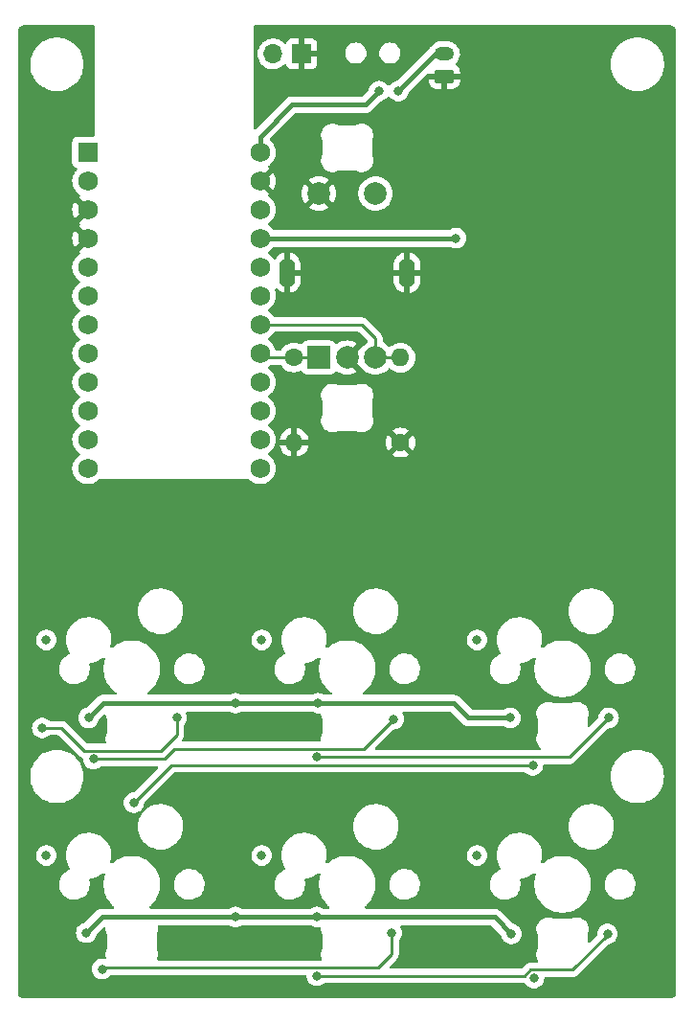
<source format=gtl>
%TF.GenerationSoftware,KiCad,Pcbnew,(6.0.4)*%
%TF.CreationDate,2022-04-07T14:17:58+02:00*%
%TF.ProjectId,Little Big Scroll 6,4c697474-6c65-4204-9269-67205363726f,v1.01*%
%TF.SameCoordinates,Original*%
%TF.FileFunction,Copper,L1,Top*%
%TF.FilePolarity,Positive*%
%FSLAX46Y46*%
G04 Gerber Fmt 4.6, Leading zero omitted, Abs format (unit mm)*
G04 Created by KiCad (PCBNEW (6.0.4)) date 2022-04-07 14:17:58*
%MOMM*%
%LPD*%
G01*
G04 APERTURE LIST*
G04 Aperture macros list*
%AMRoundRect*
0 Rectangle with rounded corners*
0 $1 Rounding radius*
0 $2 $3 $4 $5 $6 $7 $8 $9 X,Y pos of 4 corners*
0 Add a 4 corners polygon primitive as box body*
4,1,4,$2,$3,$4,$5,$6,$7,$8,$9,$2,$3,0*
0 Add four circle primitives for the rounded corners*
1,1,$1+$1,$2,$3*
1,1,$1+$1,$4,$5*
1,1,$1+$1,$6,$7*
1,1,$1+$1,$8,$9*
0 Add four rect primitives between the rounded corners*
20,1,$1+$1,$2,$3,$4,$5,0*
20,1,$1+$1,$4,$5,$6,$7,0*
20,1,$1+$1,$6,$7,$8,$9,0*
20,1,$1+$1,$8,$9,$2,$3,0*%
G04 Aperture macros list end*
%TA.AperFunction,ComponentPad*%
%ADD10R,1.752600X1.752600*%
%TD*%
%TA.AperFunction,ComponentPad*%
%ADD11C,1.752600*%
%TD*%
%TA.AperFunction,ComponentPad*%
%ADD12R,2.000000X2.000000*%
%TD*%
%TA.AperFunction,ComponentPad*%
%ADD13C,2.000000*%
%TD*%
%TA.AperFunction,ComponentPad*%
%ADD14O,1.400000X2.600000*%
%TD*%
%TA.AperFunction,ComponentPad*%
%ADD15R,1.700000X1.700000*%
%TD*%
%TA.AperFunction,ComponentPad*%
%ADD16O,1.700000X1.700000*%
%TD*%
%TA.AperFunction,ComponentPad*%
%ADD17RoundRect,0.250000X0.625000X-0.350000X0.625000X0.350000X-0.625000X0.350000X-0.625000X-0.350000X0*%
%TD*%
%TA.AperFunction,ComponentPad*%
%ADD18O,1.750000X1.200000*%
%TD*%
%TA.AperFunction,ComponentPad*%
%ADD19C,1.600000*%
%TD*%
%TA.AperFunction,ComponentPad*%
%ADD20O,1.600000X1.600000*%
%TD*%
%TA.AperFunction,ViaPad*%
%ADD21C,0.800000*%
%TD*%
%TA.AperFunction,Conductor*%
%ADD22C,0.250000*%
%TD*%
%TA.AperFunction,Conductor*%
%ADD23C,0.450000*%
%TD*%
G04 APERTURE END LIST*
D10*
X87340000Y-57510000D03*
D11*
X87340000Y-60050000D03*
X87340000Y-62590000D03*
X87340000Y-65130000D03*
X87340000Y-67670000D03*
X87340000Y-70210000D03*
X87340000Y-72750000D03*
X87340000Y-75290000D03*
X87340000Y-77830000D03*
X87340000Y-80370000D03*
X87340000Y-82910000D03*
X87340000Y-85450000D03*
X102580000Y-85450000D03*
X102580000Y-82910000D03*
X102580000Y-80370000D03*
X102580000Y-77830000D03*
X102580000Y-75290000D03*
X102580000Y-72750000D03*
X102580000Y-70210000D03*
X102580000Y-67670000D03*
X102580000Y-65130000D03*
X102580000Y-62590000D03*
X102580000Y-60050000D03*
X102580000Y-57510000D03*
D12*
X107770000Y-75660000D03*
D13*
X112770000Y-75660000D03*
X110270000Y-75660000D03*
D14*
X104970000Y-68160000D03*
X115570000Y-68160000D03*
D13*
X112770000Y-61160000D03*
X107770000Y-61160000D03*
D15*
X106250000Y-48810000D03*
D16*
X103710000Y-48810000D03*
D17*
X118870000Y-50820000D03*
D18*
X118870000Y-48820000D03*
D19*
X114990000Y-83170000D03*
D20*
X114990000Y-75670000D03*
D19*
X105570000Y-75650000D03*
D20*
X105570000Y-83150000D03*
D21*
X98000000Y-127400000D03*
X118275500Y-108643082D03*
X129400000Y-71500000D03*
X84900000Y-69300000D03*
X116600000Y-98100000D03*
X97500000Y-117100000D03*
X116700000Y-117200000D03*
X135700000Y-98100000D03*
X97500000Y-98100000D03*
X97800000Y-108600000D03*
X135700000Y-117100000D03*
X83500000Y-57800000D03*
X100400000Y-106200000D03*
X107700000Y-106200000D03*
X107600000Y-125100000D03*
X124700000Y-107500000D03*
X87400000Y-107500000D03*
X87200000Y-126500000D03*
X100400000Y-125100000D03*
X119900000Y-65100000D03*
X124800000Y-126600000D03*
X83300000Y-108400000D03*
X95200000Y-107500000D03*
X83660000Y-100620000D03*
X102710000Y-100620000D03*
X121760000Y-100620000D03*
X83660000Y-119670000D03*
X102710000Y-119670000D03*
X121760000Y-119670000D03*
X113100000Y-52100000D03*
X114800000Y-52100000D03*
X114400000Y-107600000D03*
X87830315Y-111124500D03*
X107573179Y-110975500D03*
X133400000Y-107500000D03*
X91400000Y-115000000D03*
X126700000Y-111700000D03*
X133300000Y-126600000D03*
X107600000Y-130300000D03*
X126800000Y-130500000D03*
X88600000Y-129700000D03*
X114200000Y-126500000D03*
D22*
X112780000Y-75670000D02*
X112770000Y-75660000D01*
X114990000Y-75670000D02*
X112780000Y-75670000D01*
X112770000Y-75660000D02*
X112770000Y-73970000D01*
X111550000Y-72750000D02*
X102580000Y-72750000D01*
X112770000Y-73970000D02*
X111550000Y-72750000D01*
D23*
X100400000Y-125100000D02*
X107600000Y-125100000D01*
X88700000Y-106200000D02*
X100400000Y-106200000D01*
X123300000Y-125100000D02*
X124800000Y-126600000D01*
X87400000Y-107500000D02*
X88700000Y-106200000D01*
X124700000Y-107500000D02*
X121000000Y-107500000D01*
X107700000Y-106200000D02*
X100400000Y-106200000D01*
X119700000Y-106200000D02*
X107700000Y-106200000D01*
X119870000Y-65130000D02*
X119900000Y-65100000D01*
X121000000Y-107500000D02*
X119700000Y-106200000D01*
X102580000Y-65130000D02*
X119870000Y-65130000D01*
X88600000Y-125100000D02*
X87200000Y-126500000D01*
X107600000Y-125100000D02*
X123300000Y-125100000D01*
X100400000Y-125100000D02*
X88600000Y-125100000D01*
D22*
X102940000Y-75650000D02*
X102580000Y-75290000D01*
X107770000Y-75660000D02*
X105580000Y-75660000D01*
X105570000Y-75650000D02*
X102940000Y-75650000D01*
X105580000Y-75660000D02*
X105570000Y-75650000D01*
X95200000Y-107500000D02*
X95200000Y-109000000D01*
X93800000Y-110400000D02*
X87000000Y-110400000D01*
X85000000Y-108400000D02*
X83300000Y-108400000D01*
X95200000Y-109000000D02*
X93800000Y-110400000D01*
X87000000Y-110400000D02*
X85000000Y-108400000D01*
D23*
X111900000Y-53300000D02*
X105400000Y-53300000D01*
X102580000Y-56120000D02*
X102580000Y-57510000D01*
X113100000Y-52100000D02*
X111900000Y-53300000D01*
X105400000Y-53300000D02*
X102580000Y-56120000D01*
X114800000Y-52100000D02*
X118080000Y-48820000D01*
X118080000Y-48820000D02*
X118870000Y-48820000D01*
D22*
X94984705Y-110250999D02*
X94111204Y-111124500D01*
X111749001Y-110250999D02*
X94984705Y-110250999D01*
X114400000Y-107600000D02*
X111749001Y-110250999D01*
X94111204Y-111124500D02*
X87830315Y-111124500D01*
X129924501Y-110975499D02*
X107573179Y-110975500D01*
X133400000Y-107500000D02*
X129924501Y-110975499D01*
X94700000Y-111700000D02*
X91400000Y-115000000D01*
X126700000Y-111700000D02*
X94700000Y-111700000D01*
X126499901Y-129775499D02*
X130224501Y-129775499D01*
X125975400Y-130300000D02*
X126499901Y-129775499D01*
X107600000Y-130300000D02*
X125975400Y-130300000D01*
X133300000Y-126700000D02*
X133300000Y-126600000D01*
X130224501Y-129775499D02*
X133300000Y-126700000D01*
X114200000Y-128400000D02*
X114200000Y-126500000D01*
X88724501Y-129575499D02*
X113024501Y-129575499D01*
X88600000Y-129700000D02*
X88724501Y-129575499D01*
X113024501Y-129575499D02*
X114200000Y-128400000D01*
%TA.AperFunction,Conductor*%
G36*
X87918621Y-46308502D02*
G01*
X87965114Y-46362158D01*
X87976500Y-46414500D01*
X87976500Y-55999200D01*
X87956498Y-56067321D01*
X87902842Y-56113814D01*
X87850500Y-56125200D01*
X86415566Y-56125200D01*
X86353384Y-56131955D01*
X86216995Y-56183085D01*
X86100439Y-56270439D01*
X86013085Y-56386995D01*
X85961955Y-56523384D01*
X85955200Y-56585566D01*
X85955200Y-58434434D01*
X85961955Y-58496616D01*
X86013085Y-58633005D01*
X86100439Y-58749561D01*
X86216995Y-58836915D01*
X86225403Y-58840067D01*
X86308226Y-58871116D01*
X86364990Y-58913758D01*
X86389690Y-58980319D01*
X86374483Y-59049668D01*
X86355090Y-59076149D01*
X86320110Y-59112754D01*
X86260120Y-59175530D01*
X86257206Y-59179802D01*
X86257205Y-59179803D01*
X86209470Y-59249780D01*
X86131797Y-59363645D01*
X86035921Y-59570192D01*
X86034539Y-59575174D01*
X86034539Y-59575175D01*
X86025610Y-59607371D01*
X85975067Y-59789625D01*
X85950869Y-60016050D01*
X85951166Y-60021202D01*
X85951166Y-60021206D01*
X85953379Y-60059580D01*
X85963977Y-60243387D01*
X85965112Y-60248424D01*
X85965113Y-60248430D01*
X85985391Y-60338410D01*
X86014039Y-60465531D01*
X86015983Y-60470317D01*
X86015984Y-60470322D01*
X86018944Y-60477611D01*
X86099711Y-60676515D01*
X86218692Y-60870674D01*
X86367786Y-61042793D01*
X86542989Y-61188249D01*
X86547441Y-61190851D01*
X86547446Y-61190854D01*
X86580733Y-61210305D01*
X86629456Y-61261944D01*
X86642527Y-61331727D01*
X86615795Y-61397499D01*
X86592813Y-61419854D01*
X86570890Y-61436314D01*
X86562436Y-61447640D01*
X86569180Y-61459970D01*
X87610115Y-62500905D01*
X87644141Y-62563217D01*
X87639076Y-62634032D01*
X87610115Y-62679095D01*
X86567510Y-63721700D01*
X86560750Y-63734080D01*
X86566031Y-63741134D01*
X86581168Y-63749980D01*
X86629891Y-63801619D01*
X86642961Y-63871402D01*
X86616229Y-63937174D01*
X86593248Y-63959528D01*
X86570889Y-63976315D01*
X86562436Y-63987640D01*
X86569180Y-63999970D01*
X87610115Y-65040905D01*
X87644141Y-65103217D01*
X87639076Y-65174032D01*
X87610115Y-65219095D01*
X86567510Y-66261700D01*
X86560750Y-66274080D01*
X86566031Y-66281134D01*
X86580698Y-66289705D01*
X86629422Y-66341343D01*
X86642493Y-66411126D01*
X86615762Y-66476898D01*
X86592781Y-66499253D01*
X86421579Y-66627795D01*
X86417444Y-66630900D01*
X86260120Y-66795530D01*
X86257206Y-66799802D01*
X86257205Y-66799803D01*
X86235617Y-66831450D01*
X86131797Y-66983645D01*
X86035921Y-67190192D01*
X85975067Y-67409625D01*
X85950869Y-67636050D01*
X85951166Y-67641202D01*
X85951166Y-67641206D01*
X85955983Y-67724740D01*
X85963977Y-67863387D01*
X85965112Y-67868424D01*
X85965113Y-67868430D01*
X85973580Y-67906000D01*
X86014039Y-68085531D01*
X86015983Y-68090317D01*
X86015984Y-68090322D01*
X86097767Y-68291728D01*
X86099711Y-68296515D01*
X86218692Y-68490674D01*
X86367786Y-68662793D01*
X86542989Y-68808249D01*
X86547440Y-68810850D01*
X86547450Y-68810857D01*
X86580266Y-68830033D01*
X86628989Y-68881672D01*
X86642059Y-68951455D01*
X86615326Y-69017227D01*
X86592353Y-69039575D01*
X86417444Y-69170900D01*
X86260120Y-69335530D01*
X86131797Y-69523645D01*
X86035921Y-69730192D01*
X85975067Y-69949625D01*
X85950869Y-70176050D01*
X85951166Y-70181202D01*
X85951166Y-70181206D01*
X85955983Y-70264740D01*
X85963977Y-70403387D01*
X86014039Y-70625531D01*
X86015983Y-70630317D01*
X86015984Y-70630322D01*
X86097767Y-70831728D01*
X86099711Y-70836515D01*
X86218692Y-71030674D01*
X86367786Y-71202793D01*
X86542989Y-71348249D01*
X86547440Y-71350850D01*
X86547450Y-71350857D01*
X86580266Y-71370033D01*
X86628989Y-71421672D01*
X86642059Y-71491455D01*
X86615326Y-71557227D01*
X86592353Y-71579575D01*
X86417444Y-71710900D01*
X86260120Y-71875530D01*
X86257206Y-71879802D01*
X86257205Y-71879803D01*
X86185928Y-71984292D01*
X86131797Y-72063645D01*
X86035921Y-72270192D01*
X85975067Y-72489625D01*
X85950869Y-72716050D01*
X85963977Y-72943387D01*
X86014039Y-73165531D01*
X86099711Y-73376515D01*
X86218692Y-73570674D01*
X86367786Y-73742793D01*
X86542989Y-73888249D01*
X86547440Y-73890850D01*
X86547450Y-73890857D01*
X86580266Y-73910033D01*
X86628989Y-73961672D01*
X86642059Y-74031455D01*
X86615326Y-74097227D01*
X86592353Y-74119575D01*
X86417444Y-74250900D01*
X86373639Y-74296739D01*
X86270658Y-74404503D01*
X86260120Y-74415530D01*
X86257206Y-74419802D01*
X86257205Y-74419803D01*
X86233386Y-74454720D01*
X86131797Y-74603645D01*
X86035921Y-74810192D01*
X85975067Y-75029625D01*
X85950869Y-75256050D01*
X85963977Y-75483387D01*
X85965112Y-75488424D01*
X85965113Y-75488430D01*
X86009814Y-75686783D01*
X86014039Y-75705531D01*
X86015983Y-75710317D01*
X86015984Y-75710322D01*
X86090003Y-75892607D01*
X86099711Y-75916515D01*
X86218692Y-76110674D01*
X86367786Y-76282793D01*
X86542989Y-76428249D01*
X86547440Y-76430850D01*
X86547450Y-76430857D01*
X86580266Y-76450033D01*
X86628989Y-76501672D01*
X86642059Y-76571455D01*
X86615326Y-76637227D01*
X86592353Y-76659575D01*
X86417444Y-76790900D01*
X86391959Y-76817569D01*
X86320726Y-76892110D01*
X86260120Y-76955530D01*
X86257206Y-76959802D01*
X86257205Y-76959803D01*
X86185928Y-77064292D01*
X86131797Y-77143645D01*
X86035921Y-77350192D01*
X85975067Y-77569625D01*
X85950869Y-77796050D01*
X85951166Y-77801202D01*
X85951166Y-77801206D01*
X85955983Y-77884740D01*
X85963977Y-78023387D01*
X85965112Y-78028424D01*
X85965113Y-78028430D01*
X85987051Y-78125776D01*
X86014039Y-78245531D01*
X86015983Y-78250317D01*
X86015984Y-78250322D01*
X86066930Y-78375785D01*
X86099711Y-78456515D01*
X86218692Y-78650674D01*
X86367786Y-78822793D01*
X86542989Y-78968249D01*
X86547440Y-78970850D01*
X86547450Y-78970857D01*
X86580266Y-78990033D01*
X86628989Y-79041672D01*
X86642059Y-79111455D01*
X86615326Y-79177227D01*
X86592353Y-79199575D01*
X86417444Y-79330900D01*
X86413872Y-79334638D01*
X86304920Y-79448650D01*
X86260120Y-79495530D01*
X86257206Y-79499802D01*
X86257205Y-79499803D01*
X86185928Y-79604292D01*
X86131797Y-79683645D01*
X86035921Y-79890192D01*
X85975067Y-80109625D01*
X85950869Y-80336050D01*
X85951166Y-80341202D01*
X85951166Y-80341206D01*
X85955983Y-80424740D01*
X85963977Y-80563387D01*
X86014039Y-80785531D01*
X86015983Y-80790317D01*
X86015984Y-80790322D01*
X86094942Y-80984771D01*
X86099711Y-80996515D01*
X86171196Y-81113167D01*
X86213855Y-81182780D01*
X86218692Y-81190674D01*
X86367786Y-81362793D01*
X86542989Y-81508249D01*
X86547440Y-81510850D01*
X86547450Y-81510857D01*
X86580266Y-81530033D01*
X86628989Y-81581672D01*
X86642059Y-81651455D01*
X86615326Y-81717227D01*
X86592353Y-81739575D01*
X86417444Y-81870900D01*
X86413872Y-81874638D01*
X86264845Y-82030586D01*
X86260120Y-82035530D01*
X86257206Y-82039802D01*
X86257205Y-82039803D01*
X86190407Y-82137726D01*
X86131797Y-82223645D01*
X86035921Y-82430192D01*
X86034539Y-82435174D01*
X86034539Y-82435175D01*
X86028500Y-82456952D01*
X85975067Y-82649625D01*
X85950869Y-82876050D01*
X85951166Y-82881202D01*
X85951166Y-82881206D01*
X85954365Y-82936688D01*
X85963977Y-83103387D01*
X85965112Y-83108424D01*
X85965113Y-83108430D01*
X85981876Y-83182812D01*
X86014039Y-83325531D01*
X86015983Y-83330317D01*
X86015984Y-83330322D01*
X86097767Y-83531728D01*
X86099711Y-83536515D01*
X86218692Y-83730674D01*
X86367786Y-83902793D01*
X86542989Y-84048249D01*
X86547440Y-84050850D01*
X86547450Y-84050857D01*
X86580266Y-84070033D01*
X86628989Y-84121672D01*
X86642059Y-84191455D01*
X86615326Y-84257227D01*
X86592353Y-84279575D01*
X86417444Y-84410900D01*
X86260120Y-84575530D01*
X86257206Y-84579802D01*
X86257205Y-84579803D01*
X86185928Y-84684292D01*
X86131797Y-84763645D01*
X86035921Y-84970192D01*
X85975067Y-85189625D01*
X85950869Y-85416050D01*
X85951166Y-85421202D01*
X85951166Y-85421206D01*
X85955983Y-85504740D01*
X85963977Y-85643387D01*
X86014039Y-85865531D01*
X86015983Y-85870317D01*
X86015984Y-85870322D01*
X86097767Y-86071728D01*
X86099711Y-86076515D01*
X86218692Y-86270674D01*
X86367786Y-86442793D01*
X86542989Y-86588249D01*
X86547441Y-86590851D01*
X86547446Y-86590854D01*
X86641540Y-86645838D01*
X86739597Y-86703138D01*
X86952329Y-86784372D01*
X86957395Y-86785403D01*
X86957396Y-86785403D01*
X87009630Y-86796030D01*
X87175472Y-86829771D01*
X87303288Y-86834458D01*
X87397870Y-86837927D01*
X87397875Y-86837927D01*
X87403034Y-86838116D01*
X87408154Y-86837460D01*
X87408156Y-86837460D01*
X87480344Y-86828212D01*
X87628903Y-86809181D01*
X87633852Y-86807696D01*
X87633858Y-86807695D01*
X87760204Y-86769789D01*
X87847013Y-86743745D01*
X88051507Y-86643564D01*
X88055711Y-86640566D01*
X88055715Y-86640563D01*
X88133683Y-86584949D01*
X88236893Y-86511330D01*
X88353588Y-86395042D01*
X88415960Y-86361126D01*
X88443155Y-86358295D01*
X88443356Y-86358296D01*
X88444335Y-86358336D01*
X88445386Y-86358500D01*
X88476377Y-86358500D01*
X88477147Y-86358502D01*
X88550785Y-86358952D01*
X88550786Y-86358952D01*
X88554721Y-86358976D01*
X88556065Y-86358592D01*
X88557410Y-86358500D01*
X101476377Y-86358500D01*
X101477125Y-86358502D01*
X101477915Y-86358507D01*
X101477967Y-86358507D01*
X101545968Y-86378913D01*
X101572457Y-86402008D01*
X101607786Y-86442793D01*
X101782989Y-86588249D01*
X101787441Y-86590851D01*
X101787446Y-86590854D01*
X101881540Y-86645838D01*
X101979597Y-86703138D01*
X102192329Y-86784372D01*
X102197395Y-86785403D01*
X102197396Y-86785403D01*
X102249630Y-86796030D01*
X102415472Y-86829771D01*
X102543288Y-86834458D01*
X102637870Y-86837927D01*
X102637875Y-86837927D01*
X102643034Y-86838116D01*
X102648154Y-86837460D01*
X102648156Y-86837460D01*
X102720344Y-86828212D01*
X102868903Y-86809181D01*
X102873852Y-86807696D01*
X102873858Y-86807695D01*
X103000204Y-86769789D01*
X103087013Y-86743745D01*
X103291507Y-86643564D01*
X103295711Y-86640566D01*
X103295715Y-86640563D01*
X103373683Y-86584949D01*
X103476893Y-86511330D01*
X103638193Y-86350592D01*
X103771073Y-86165669D01*
X103871967Y-85961526D01*
X103938164Y-85743646D01*
X103950700Y-85648430D01*
X103967450Y-85521201D01*
X103967451Y-85521194D01*
X103967887Y-85517879D01*
X103969546Y-85450000D01*
X103962179Y-85360393D01*
X103951311Y-85228202D01*
X103951310Y-85228196D01*
X103950887Y-85223051D01*
X103895413Y-85002197D01*
X103893354Y-84997461D01*
X103806672Y-84798106D01*
X103806670Y-84798103D01*
X103804612Y-84793369D01*
X103680923Y-84602175D01*
X103527668Y-84433750D01*
X103348963Y-84292618D01*
X103342335Y-84288959D01*
X103341651Y-84288269D01*
X103340131Y-84287259D01*
X103340339Y-84286945D01*
X103292363Y-84238533D01*
X103277585Y-84169091D01*
X103302696Y-84102684D01*
X103330054Y-84076069D01*
X103472689Y-83974329D01*
X103472691Y-83974327D01*
X103476893Y-83971330D01*
X103638193Y-83810592D01*
X103771073Y-83625669D01*
X103776959Y-83613761D01*
X103869673Y-83426168D01*
X103869674Y-83426166D01*
X103871967Y-83421526D01*
X103873487Y-83416522D01*
X104287273Y-83416522D01*
X104334764Y-83593761D01*
X104338510Y-83604053D01*
X104430586Y-83801511D01*
X104436069Y-83811007D01*
X104561028Y-83989467D01*
X104568084Y-83997875D01*
X104722125Y-84151916D01*
X104730533Y-84158972D01*
X104908993Y-84283931D01*
X104918489Y-84289414D01*
X105115947Y-84381490D01*
X105126239Y-84385236D01*
X105298503Y-84431394D01*
X105312599Y-84431058D01*
X105316000Y-84423116D01*
X105316000Y-84417967D01*
X105824000Y-84417967D01*
X105827973Y-84431498D01*
X105836522Y-84432727D01*
X106013761Y-84385236D01*
X106024053Y-84381490D01*
X106221511Y-84289414D01*
X106231007Y-84283931D01*
X106270808Y-84256062D01*
X114268493Y-84256062D01*
X114277789Y-84268077D01*
X114328994Y-84303931D01*
X114338489Y-84309414D01*
X114535947Y-84401490D01*
X114546239Y-84405236D01*
X114756688Y-84461625D01*
X114767481Y-84463528D01*
X114984525Y-84482517D01*
X114995475Y-84482517D01*
X115212519Y-84463528D01*
X115223312Y-84461625D01*
X115433761Y-84405236D01*
X115444053Y-84401490D01*
X115641511Y-84309414D01*
X115651006Y-84303931D01*
X115703048Y-84267491D01*
X115711424Y-84257012D01*
X115704356Y-84243566D01*
X115002812Y-83542022D01*
X114988868Y-83534408D01*
X114987035Y-83534539D01*
X114980420Y-83538790D01*
X114274923Y-84244287D01*
X114268493Y-84256062D01*
X106270808Y-84256062D01*
X106409467Y-84158972D01*
X106417875Y-84151916D01*
X106571916Y-83997875D01*
X106578972Y-83989467D01*
X106703931Y-83811007D01*
X106709414Y-83801511D01*
X106801490Y-83604053D01*
X106805236Y-83593761D01*
X106851394Y-83421497D01*
X106851058Y-83407401D01*
X106843116Y-83404000D01*
X105842115Y-83404000D01*
X105826876Y-83408475D01*
X105825671Y-83409865D01*
X105824000Y-83417548D01*
X105824000Y-84417967D01*
X105316000Y-84417967D01*
X105316000Y-83422115D01*
X105311525Y-83406876D01*
X105310135Y-83405671D01*
X105302452Y-83404000D01*
X104302033Y-83404000D01*
X104288502Y-83407973D01*
X104287273Y-83416522D01*
X103873487Y-83416522D01*
X103938164Y-83203646D01*
X103940907Y-83182812D01*
X103941873Y-83175475D01*
X113677483Y-83175475D01*
X113696472Y-83392519D01*
X113698375Y-83403312D01*
X113754764Y-83613761D01*
X113758510Y-83624053D01*
X113850586Y-83821511D01*
X113856069Y-83831006D01*
X113892509Y-83883048D01*
X113902988Y-83891424D01*
X113916434Y-83884356D01*
X114617978Y-83182812D01*
X114624356Y-83171132D01*
X115354408Y-83171132D01*
X115354539Y-83172965D01*
X115358790Y-83179580D01*
X116064287Y-83885077D01*
X116076062Y-83891507D01*
X116088077Y-83882211D01*
X116123931Y-83831006D01*
X116129414Y-83821511D01*
X116221490Y-83624053D01*
X116225236Y-83613761D01*
X116281625Y-83403312D01*
X116283528Y-83392519D01*
X116302517Y-83175475D01*
X116302517Y-83164525D01*
X116283528Y-82947481D01*
X116281625Y-82936688D01*
X116225236Y-82726239D01*
X116221490Y-82715947D01*
X116129414Y-82518489D01*
X116123931Y-82508994D01*
X116087491Y-82456952D01*
X116077012Y-82448576D01*
X116063566Y-82455644D01*
X115362022Y-83157188D01*
X115354408Y-83171132D01*
X114624356Y-83171132D01*
X114625592Y-83168868D01*
X114625461Y-83167035D01*
X114621210Y-83160420D01*
X113915713Y-82454923D01*
X113903938Y-82448493D01*
X113891923Y-82457789D01*
X113856069Y-82508994D01*
X113850586Y-82518489D01*
X113758510Y-82715947D01*
X113754764Y-82726239D01*
X113698375Y-82936688D01*
X113696472Y-82947481D01*
X113677483Y-83164525D01*
X113677483Y-83175475D01*
X103941873Y-83175475D01*
X103967450Y-82981201D01*
X103967451Y-82981194D01*
X103967887Y-82977879D01*
X103969546Y-82910000D01*
X103966956Y-82878503D01*
X104288606Y-82878503D01*
X104288942Y-82892599D01*
X104296884Y-82896000D01*
X105297885Y-82896000D01*
X105313124Y-82891525D01*
X105314329Y-82890135D01*
X105316000Y-82882452D01*
X105316000Y-82877885D01*
X105824000Y-82877885D01*
X105828475Y-82893124D01*
X105829865Y-82894329D01*
X105837548Y-82896000D01*
X106837967Y-82896000D01*
X106851498Y-82892027D01*
X106852727Y-82883478D01*
X106805236Y-82706239D01*
X106801490Y-82695947D01*
X106709414Y-82498489D01*
X106703931Y-82488993D01*
X106578972Y-82310533D01*
X106571916Y-82302125D01*
X106417875Y-82148084D01*
X106409467Y-82141028D01*
X106231007Y-82016069D01*
X106221511Y-82010586D01*
X106024053Y-81918510D01*
X106013761Y-81914764D01*
X105841497Y-81868606D01*
X105827401Y-81868942D01*
X105824000Y-81876884D01*
X105824000Y-82877885D01*
X105316000Y-82877885D01*
X105316000Y-81882033D01*
X105312027Y-81868502D01*
X105303478Y-81867273D01*
X105126239Y-81914764D01*
X105115947Y-81918510D01*
X104918489Y-82010586D01*
X104908993Y-82016069D01*
X104730533Y-82141028D01*
X104722125Y-82148084D01*
X104568084Y-82302125D01*
X104561028Y-82310533D01*
X104436069Y-82488993D01*
X104430586Y-82498489D01*
X104338510Y-82695947D01*
X104334764Y-82706239D01*
X104288606Y-82878503D01*
X103966956Y-82878503D01*
X103953592Y-82715947D01*
X103951311Y-82688202D01*
X103951310Y-82688196D01*
X103950887Y-82683051D01*
X103923150Y-82572624D01*
X103896672Y-82467208D01*
X103896671Y-82467204D01*
X103895413Y-82462197D01*
X103893354Y-82457461D01*
X103806672Y-82258106D01*
X103806670Y-82258103D01*
X103804612Y-82253369D01*
X103712074Y-82110327D01*
X103683731Y-82066515D01*
X103683729Y-82066512D01*
X103680923Y-82062175D01*
X103527668Y-81893750D01*
X103348963Y-81752618D01*
X103342335Y-81748959D01*
X103341651Y-81748269D01*
X103340131Y-81747259D01*
X103340339Y-81746945D01*
X103292363Y-81698533D01*
X103277585Y-81629091D01*
X103302696Y-81562684D01*
X103330054Y-81536069D01*
X103472689Y-81434329D01*
X103472691Y-81434327D01*
X103476893Y-81431330D01*
X103638193Y-81270592D01*
X103713348Y-81166002D01*
X107962035Y-81166002D01*
X107963209Y-81350061D01*
X107964284Y-81355697D01*
X107964284Y-81355701D01*
X107993868Y-81510857D01*
X107997683Y-81530867D01*
X108064316Y-81702445D01*
X108067325Y-81707325D01*
X108067327Y-81707330D01*
X108095247Y-81752618D01*
X108160909Y-81859127D01*
X108284268Y-81995734D01*
X108288816Y-81999222D01*
X108288820Y-81999226D01*
X108361217Y-82054754D01*
X108430318Y-82107754D01*
X108594234Y-82191485D01*
X108627495Y-82201419D01*
X108765096Y-82242517D01*
X108765099Y-82242518D01*
X108770598Y-82244160D01*
X108814911Y-82248974D01*
X108947884Y-82263420D01*
X108947887Y-82263420D01*
X108953584Y-82264039D01*
X109033816Y-82258106D01*
X109131429Y-82250888D01*
X109131432Y-82250888D01*
X109137146Y-82250465D01*
X109315218Y-82203887D01*
X109320490Y-82201419D01*
X109440819Y-82145083D01*
X109449602Y-82141370D01*
X109471585Y-82133041D01*
X109471962Y-82134035D01*
X109519135Y-82123500D01*
X111015106Y-82123500D01*
X111034477Y-82124998D01*
X111049510Y-82127337D01*
X111083559Y-82137724D01*
X111224797Y-82203849D01*
X111402862Y-82250425D01*
X111408576Y-82250848D01*
X111408579Y-82250848D01*
X111506736Y-82258106D01*
X111586416Y-82263998D01*
X111592114Y-82263379D01*
X111592116Y-82263379D01*
X111724344Y-82249014D01*
X111769394Y-82244120D01*
X111774893Y-82242478D01*
X111774896Y-82242477D01*
X111873079Y-82213152D01*
X111945752Y-82191447D01*
X112024198Y-82151375D01*
X112104555Y-82110327D01*
X112104557Y-82110326D01*
X112109660Y-82107719D01*
X112141904Y-82082988D01*
X114268576Y-82082988D01*
X114275644Y-82096434D01*
X114977188Y-82797978D01*
X114991132Y-82805592D01*
X114992965Y-82805461D01*
X114999580Y-82801210D01*
X115705078Y-82095712D01*
X115711507Y-82083938D01*
X115702211Y-82071923D01*
X115651006Y-82036069D01*
X115641511Y-82030586D01*
X115444053Y-81938510D01*
X115433761Y-81934764D01*
X115223312Y-81878375D01*
X115212519Y-81876472D01*
X114995475Y-81857483D01*
X114984525Y-81857483D01*
X114767481Y-81876472D01*
X114756688Y-81878375D01*
X114546239Y-81934764D01*
X114535947Y-81938510D01*
X114338489Y-82030586D01*
X114328994Y-82036069D01*
X114276952Y-82072509D01*
X114268576Y-82082988D01*
X112141904Y-82082988D01*
X112255705Y-81995704D01*
X112371680Y-81867273D01*
X112375214Y-81863360D01*
X112379059Y-81859102D01*
X112444705Y-81752618D01*
X112472636Y-81707312D01*
X112472638Y-81707308D01*
X112475647Y-81702427D01*
X112484554Y-81679494D01*
X112529917Y-81562684D01*
X112542278Y-81530855D01*
X112546589Y-81508249D01*
X112575675Y-81355697D01*
X112575675Y-81355693D01*
X112576750Y-81350057D01*
X112577924Y-81166005D01*
X112568547Y-81113167D01*
X112546764Y-80990433D01*
X112546764Y-80990432D01*
X112545761Y-80984782D01*
X112497204Y-80854862D01*
X112494209Y-80845820D01*
X112489028Y-80827938D01*
X112487670Y-80823251D01*
X112486404Y-80820537D01*
X112479726Y-80793778D01*
X112479557Y-80792487D01*
X112478499Y-80776192D01*
X112478499Y-79461545D01*
X112480001Y-79442148D01*
X112483601Y-79419042D01*
X112490073Y-79394326D01*
X112543789Y-79250608D01*
X112543791Y-79250601D01*
X112545798Y-79245231D01*
X112551018Y-79215823D01*
X112576959Y-79069653D01*
X112576959Y-79069650D01*
X112577962Y-79064000D01*
X112576862Y-78891330D01*
X112576826Y-78885684D01*
X112576826Y-78885680D01*
X112576789Y-78879941D01*
X112542316Y-78699135D01*
X112482716Y-78545669D01*
X112477759Y-78532904D01*
X112477757Y-78532900D01*
X112475682Y-78527557D01*
X112379090Y-78370875D01*
X112255731Y-78234268D01*
X112251183Y-78230780D01*
X112251179Y-78230776D01*
X112178782Y-78175248D01*
X112109681Y-78122248D01*
X111945765Y-78038517D01*
X111873272Y-78016865D01*
X111774902Y-77987485D01*
X111774899Y-77987484D01*
X111769400Y-77985842D01*
X111707469Y-77979114D01*
X111592114Y-77966582D01*
X111592111Y-77966582D01*
X111586414Y-77965963D01*
X111529022Y-77970207D01*
X111408567Y-77979114D01*
X111408563Y-77979115D01*
X111402852Y-77979537D01*
X111372467Y-77987485D01*
X111230330Y-78024664D01*
X111230327Y-78024665D01*
X111224780Y-78026116D01*
X111219587Y-78028547D01*
X111219582Y-78028549D01*
X111099162Y-78084927D01*
X111090403Y-78088631D01*
X111068415Y-78096963D01*
X111068414Y-78096964D01*
X111068036Y-78095967D01*
X111020870Y-78106501D01*
X109524888Y-78106501D01*
X109505517Y-78105003D01*
X109490503Y-78102667D01*
X109456451Y-78092279D01*
X109315205Y-78026151D01*
X109309661Y-78024701D01*
X109309656Y-78024699D01*
X109167525Y-77987522D01*
X109137140Y-77979574D01*
X109131426Y-77979151D01*
X109131423Y-77979151D01*
X109030812Y-77971712D01*
X108953585Y-77966001D01*
X108947887Y-77966620D01*
X108947885Y-77966620D01*
X108832878Y-77979114D01*
X108770605Y-77985879D01*
X108765106Y-77987521D01*
X108765103Y-77987522D01*
X108668684Y-78016320D01*
X108594247Y-78038553D01*
X108430338Y-78122281D01*
X108284293Y-78234297D01*
X108160939Y-78370900D01*
X108112645Y-78449237D01*
X108067362Y-78522690D01*
X108067360Y-78522694D01*
X108064351Y-78527575D01*
X107997720Y-78699148D01*
X107963249Y-78879947D01*
X107963212Y-78885686D01*
X107963212Y-78885690D01*
X107963176Y-78891330D01*
X107962076Y-79063999D01*
X107994240Y-79245223D01*
X107996248Y-79250596D01*
X107996249Y-79250599D01*
X108042792Y-79375127D01*
X108045787Y-79384171D01*
X108052331Y-79406755D01*
X108053617Y-79409511D01*
X108060302Y-79436309D01*
X108060442Y-79437382D01*
X108061501Y-79453684D01*
X108061501Y-80768513D01*
X108060003Y-80787883D01*
X108057288Y-80805335D01*
X108056428Y-80810861D01*
X108049952Y-80835600D01*
X108019836Y-80916178D01*
X107994200Y-80984771D01*
X107993197Y-80990421D01*
X107993197Y-80990422D01*
X107966750Y-81139438D01*
X107962035Y-81166002D01*
X103713348Y-81166002D01*
X103771073Y-81085669D01*
X103871967Y-80881526D01*
X103938164Y-80663646D01*
X103950700Y-80568430D01*
X103967450Y-80441201D01*
X103967451Y-80441194D01*
X103967887Y-80437879D01*
X103969546Y-80370000D01*
X103962179Y-80280393D01*
X103951311Y-80148202D01*
X103951310Y-80148196D01*
X103950887Y-80143051D01*
X103895413Y-79922197D01*
X103893354Y-79917461D01*
X103806672Y-79718106D01*
X103806670Y-79718103D01*
X103804612Y-79713369D01*
X103680923Y-79522175D01*
X103527668Y-79353750D01*
X103348963Y-79212618D01*
X103342335Y-79208959D01*
X103341651Y-79208269D01*
X103340131Y-79207259D01*
X103340339Y-79206945D01*
X103292363Y-79158533D01*
X103277585Y-79089091D01*
X103302696Y-79022684D01*
X103330054Y-78996069D01*
X103472689Y-78894329D01*
X103472691Y-78894327D01*
X103476893Y-78891330D01*
X103638193Y-78730592D01*
X103656732Y-78704793D01*
X103768055Y-78549869D01*
X103771073Y-78545669D01*
X103855048Y-78375760D01*
X103869673Y-78346168D01*
X103869674Y-78346166D01*
X103871967Y-78341526D01*
X103938164Y-78123646D01*
X103940421Y-78106501D01*
X103967450Y-77901201D01*
X103967451Y-77901194D01*
X103967887Y-77897879D01*
X103969546Y-77830000D01*
X103962179Y-77740393D01*
X103951311Y-77608202D01*
X103951310Y-77608196D01*
X103950887Y-77603051D01*
X103895413Y-77382197D01*
X103893354Y-77377461D01*
X103806672Y-77178106D01*
X103806670Y-77178103D01*
X103804612Y-77173369D01*
X103699011Y-77010135D01*
X103683731Y-76986515D01*
X103683729Y-76986512D01*
X103680923Y-76982175D01*
X103527668Y-76813750D01*
X103348963Y-76672618D01*
X103342335Y-76668959D01*
X103341651Y-76668269D01*
X103340131Y-76667259D01*
X103340339Y-76666945D01*
X103292363Y-76618533D01*
X103277585Y-76549091D01*
X103302696Y-76482684D01*
X103330054Y-76456069D01*
X103472689Y-76354329D01*
X103472691Y-76354327D01*
X103476893Y-76351330D01*
X103480548Y-76347688D01*
X103480556Y-76347681D01*
X103508084Y-76320249D01*
X103570455Y-76286333D01*
X103597023Y-76283500D01*
X104350606Y-76283500D01*
X104418727Y-76303502D01*
X104453819Y-76337229D01*
X104560643Y-76489789D01*
X104563802Y-76494300D01*
X104725700Y-76656198D01*
X104730208Y-76659355D01*
X104730211Y-76659357D01*
X104745588Y-76670124D01*
X104913251Y-76787523D01*
X104918233Y-76789846D01*
X104918238Y-76789849D01*
X105113639Y-76880965D01*
X105120757Y-76884284D01*
X105126065Y-76885706D01*
X105126067Y-76885707D01*
X105336598Y-76942119D01*
X105336600Y-76942119D01*
X105341913Y-76943543D01*
X105570000Y-76963498D01*
X105798087Y-76943543D01*
X105803400Y-76942119D01*
X105803402Y-76942119D01*
X106013933Y-76885707D01*
X106013935Y-76885706D01*
X106019243Y-76884284D01*
X106024225Y-76881961D01*
X106024230Y-76881959D01*
X106144144Y-76826043D01*
X106214335Y-76815382D01*
X106279148Y-76844362D01*
X106311587Y-76890609D01*
X106311923Y-76890425D01*
X106313579Y-76893449D01*
X106315375Y-76896010D01*
X106316231Y-76898293D01*
X106319385Y-76906705D01*
X106406739Y-77023261D01*
X106523295Y-77110615D01*
X106659684Y-77161745D01*
X106721866Y-77168500D01*
X108818134Y-77168500D01*
X108880316Y-77161745D01*
X109016705Y-77110615D01*
X109133261Y-77023261D01*
X109138643Y-77016080D01*
X109214026Y-76915497D01*
X109270885Y-76872982D01*
X109341704Y-76867956D01*
X109380017Y-76885176D01*
X109380879Y-76883770D01*
X109579042Y-77005205D01*
X109587837Y-77009687D01*
X109797988Y-77096734D01*
X109807373Y-77099783D01*
X110028554Y-77152885D01*
X110038301Y-77154428D01*
X110265070Y-77172275D01*
X110274930Y-77172275D01*
X110501699Y-77154428D01*
X110511446Y-77152885D01*
X110732627Y-77099783D01*
X110742012Y-77096734D01*
X110952163Y-77009687D01*
X110960958Y-77005205D01*
X111128445Y-76902568D01*
X111137907Y-76892110D01*
X111134124Y-76883334D01*
X109999885Y-75749095D01*
X109965859Y-75686783D01*
X109970924Y-75615968D01*
X109999885Y-75570905D01*
X111131080Y-74439710D01*
X111137840Y-74427330D01*
X111132113Y-74419680D01*
X110960958Y-74314795D01*
X110952163Y-74310313D01*
X110742012Y-74223266D01*
X110732627Y-74220217D01*
X110511446Y-74167115D01*
X110501699Y-74165572D01*
X110274930Y-74147725D01*
X110265070Y-74147725D01*
X110038301Y-74165572D01*
X110028554Y-74167115D01*
X109807373Y-74220217D01*
X109797988Y-74223266D01*
X109587837Y-74310313D01*
X109579042Y-74314795D01*
X109380879Y-74436230D01*
X109379604Y-74434149D01*
X109322261Y-74454720D01*
X109253082Y-74438758D01*
X109214026Y-74404503D01*
X109138643Y-74303920D01*
X109138642Y-74303919D01*
X109133261Y-74296739D01*
X109016705Y-74209385D01*
X108880316Y-74158255D01*
X108818134Y-74151500D01*
X106721866Y-74151500D01*
X106659684Y-74158255D01*
X106523295Y-74209385D01*
X106406739Y-74296739D01*
X106319385Y-74413295D01*
X106316234Y-74421701D01*
X106315165Y-74423653D01*
X106264907Y-74473799D01*
X106195516Y-74488813D01*
X106151395Y-74477339D01*
X106024225Y-74418039D01*
X106024224Y-74418039D01*
X106019243Y-74415716D01*
X106013935Y-74414294D01*
X106013933Y-74414293D01*
X105803402Y-74357881D01*
X105803400Y-74357881D01*
X105798087Y-74356457D01*
X105570000Y-74336502D01*
X105341913Y-74356457D01*
X105336600Y-74357881D01*
X105336598Y-74357881D01*
X105126067Y-74414293D01*
X105126065Y-74414294D01*
X105120757Y-74415716D01*
X105115776Y-74418039D01*
X105115775Y-74418039D01*
X104918238Y-74510151D01*
X104918233Y-74510154D01*
X104913251Y-74512477D01*
X104869327Y-74543233D01*
X104730211Y-74640643D01*
X104730208Y-74640645D01*
X104725700Y-74643802D01*
X104563802Y-74805700D01*
X104560645Y-74810208D01*
X104560643Y-74810211D01*
X104453819Y-74962771D01*
X104398362Y-75007099D01*
X104350606Y-75016500D01*
X104037460Y-75016500D01*
X103969339Y-74996498D01*
X103922846Y-74942842D01*
X103915256Y-74921196D01*
X103896671Y-74847205D01*
X103896671Y-74847204D01*
X103895413Y-74842197D01*
X103893354Y-74837461D01*
X103806672Y-74638106D01*
X103806670Y-74638103D01*
X103804612Y-74633369D01*
X103724459Y-74509472D01*
X103683731Y-74446515D01*
X103683729Y-74446512D01*
X103680923Y-74442175D01*
X103527668Y-74273750D01*
X103348963Y-74132618D01*
X103342335Y-74128959D01*
X103341651Y-74128269D01*
X103340131Y-74127259D01*
X103340339Y-74126945D01*
X103292363Y-74078533D01*
X103277585Y-74009091D01*
X103302696Y-73942684D01*
X103330054Y-73916069D01*
X103472689Y-73814329D01*
X103472691Y-73814327D01*
X103476893Y-73811330D01*
X103638193Y-73650592D01*
X103771073Y-73465669D01*
X103773361Y-73461040D01*
X103773365Y-73461033D01*
X103777001Y-73453675D01*
X103825114Y-73401467D01*
X103889959Y-73383500D01*
X111235406Y-73383500D01*
X111303527Y-73403502D01*
X111324501Y-73420405D01*
X112052373Y-74148277D01*
X112086399Y-74210589D01*
X112081334Y-74281404D01*
X112038787Y-74338240D01*
X112029115Y-74344803D01*
X111880584Y-74435824D01*
X111700031Y-74590031D01*
X111696823Y-74593787D01*
X111561247Y-74752526D01*
X111515314Y-74786402D01*
X111493332Y-74795878D01*
X110642022Y-75647188D01*
X110634408Y-75661132D01*
X110634539Y-75662965D01*
X110638790Y-75669580D01*
X111490290Y-76521080D01*
X111528648Y-76542026D01*
X111564072Y-76570782D01*
X111653786Y-76675823D01*
X111700031Y-76729969D01*
X111880584Y-76884176D01*
X111884792Y-76886755D01*
X111884798Y-76886759D01*
X112010880Y-76964022D01*
X112083037Y-77008240D01*
X112087607Y-77010133D01*
X112087611Y-77010135D01*
X112297833Y-77097211D01*
X112302406Y-77099105D01*
X112350349Y-77110615D01*
X112528476Y-77153380D01*
X112528482Y-77153381D01*
X112533289Y-77154535D01*
X112770000Y-77173165D01*
X113006711Y-77154535D01*
X113011518Y-77153381D01*
X113011524Y-77153380D01*
X113189651Y-77110615D01*
X113237594Y-77099105D01*
X113242167Y-77097211D01*
X113452389Y-77010135D01*
X113452393Y-77010133D01*
X113456963Y-77008240D01*
X113529120Y-76964022D01*
X113655202Y-76886759D01*
X113655208Y-76886755D01*
X113659416Y-76884176D01*
X113839969Y-76729969D01*
X113843177Y-76726213D01*
X113843182Y-76726208D01*
X113917050Y-76639719D01*
X113976500Y-76600910D01*
X114047495Y-76600402D01*
X114101956Y-76632454D01*
X114145700Y-76676198D01*
X114150208Y-76679355D01*
X114150211Y-76679357D01*
X114191309Y-76708134D01*
X114333251Y-76807523D01*
X114338233Y-76809846D01*
X114338238Y-76809849D01*
X114517521Y-76893449D01*
X114540757Y-76904284D01*
X114546065Y-76905706D01*
X114546067Y-76905707D01*
X114756598Y-76962119D01*
X114756600Y-76962119D01*
X114761913Y-76963543D01*
X114990000Y-76983498D01*
X115218087Y-76963543D01*
X115223400Y-76962119D01*
X115223402Y-76962119D01*
X115433933Y-76905707D01*
X115433935Y-76905706D01*
X115439243Y-76904284D01*
X115462479Y-76893449D01*
X115641762Y-76809849D01*
X115641767Y-76809846D01*
X115646749Y-76807523D01*
X115788691Y-76708134D01*
X115829789Y-76679357D01*
X115829792Y-76679355D01*
X115834300Y-76676198D01*
X115996198Y-76514300D01*
X116005041Y-76501672D01*
X116113369Y-76346963D01*
X116127523Y-76326749D01*
X116129846Y-76321767D01*
X116129849Y-76321762D01*
X116221961Y-76124225D01*
X116221961Y-76124224D01*
X116224284Y-76119243D01*
X116227760Y-76106273D01*
X116282119Y-75903402D01*
X116282119Y-75903400D01*
X116283543Y-75898087D01*
X116303498Y-75670000D01*
X116283543Y-75441913D01*
X116278553Y-75423289D01*
X116225707Y-75226067D01*
X116225706Y-75226065D01*
X116224284Y-75220757D01*
X116137554Y-75034762D01*
X116129849Y-75018238D01*
X116129846Y-75018233D01*
X116127523Y-75013251D01*
X116011256Y-74847205D01*
X115999357Y-74830211D01*
X115999355Y-74830208D01*
X115996198Y-74825700D01*
X115834300Y-74663802D01*
X115829792Y-74660645D01*
X115829789Y-74660643D01*
X115734316Y-74593792D01*
X115646749Y-74532477D01*
X115641767Y-74530154D01*
X115641762Y-74530151D01*
X115444225Y-74438039D01*
X115444224Y-74438039D01*
X115439243Y-74435716D01*
X115433935Y-74434294D01*
X115433933Y-74434293D01*
X115223402Y-74377881D01*
X115223400Y-74377881D01*
X115218087Y-74376457D01*
X114990000Y-74356502D01*
X114761913Y-74376457D01*
X114756600Y-74377881D01*
X114756598Y-74377881D01*
X114546067Y-74434293D01*
X114546065Y-74434294D01*
X114540757Y-74435716D01*
X114535776Y-74438039D01*
X114535775Y-74438039D01*
X114338238Y-74530151D01*
X114338233Y-74530154D01*
X114333251Y-74532477D01*
X114245684Y-74593792D01*
X114150211Y-74660643D01*
X114150208Y-74660645D01*
X114145700Y-74663802D01*
X114111169Y-74698333D01*
X114048857Y-74732359D01*
X113978042Y-74727294D01*
X113926263Y-74691068D01*
X113843182Y-74593792D01*
X113843177Y-74593787D01*
X113839969Y-74590031D01*
X113659416Y-74435824D01*
X113655203Y-74433242D01*
X113655202Y-74433241D01*
X113463665Y-74315867D01*
X113416034Y-74263219D01*
X113403500Y-74208434D01*
X113403500Y-74048768D01*
X113404027Y-74037585D01*
X113405702Y-74030092D01*
X113405341Y-74018587D01*
X113403562Y-73962002D01*
X113403500Y-73958044D01*
X113403500Y-73930144D01*
X113402996Y-73926153D01*
X113402063Y-73914311D01*
X113400923Y-73878036D01*
X113400674Y-73870111D01*
X113395021Y-73850652D01*
X113391012Y-73831293D01*
X113390846Y-73829983D01*
X113388474Y-73811203D01*
X113385558Y-73803837D01*
X113385556Y-73803831D01*
X113372200Y-73770098D01*
X113368355Y-73758868D01*
X113358230Y-73724017D01*
X113358230Y-73724016D01*
X113356019Y-73716407D01*
X113345705Y-73698966D01*
X113337008Y-73681213D01*
X113332472Y-73669758D01*
X113329552Y-73662383D01*
X113303563Y-73626612D01*
X113297047Y-73616692D01*
X113278578Y-73585463D01*
X113274542Y-73578638D01*
X113260221Y-73564317D01*
X113247380Y-73549283D01*
X113240131Y-73539306D01*
X113235472Y-73532893D01*
X113201395Y-73504702D01*
X113192616Y-73496712D01*
X112053652Y-72357747D01*
X112046112Y-72349461D01*
X112042000Y-72342982D01*
X111992348Y-72296356D01*
X111989507Y-72293602D01*
X111969770Y-72273865D01*
X111966573Y-72271385D01*
X111957551Y-72263680D01*
X111931100Y-72238841D01*
X111925321Y-72233414D01*
X111918375Y-72229595D01*
X111918372Y-72229593D01*
X111907566Y-72223652D01*
X111891047Y-72212801D01*
X111890583Y-72212441D01*
X111875041Y-72200386D01*
X111867772Y-72197241D01*
X111867768Y-72197238D01*
X111834463Y-72182826D01*
X111823813Y-72177609D01*
X111785060Y-72156305D01*
X111765437Y-72151267D01*
X111746734Y-72144863D01*
X111735420Y-72139967D01*
X111735419Y-72139967D01*
X111728145Y-72136819D01*
X111720322Y-72135580D01*
X111720312Y-72135577D01*
X111684476Y-72129901D01*
X111672856Y-72127495D01*
X111637711Y-72118472D01*
X111637710Y-72118472D01*
X111630030Y-72116500D01*
X111609776Y-72116500D01*
X111590065Y-72114949D01*
X111577886Y-72113020D01*
X111570057Y-72111780D01*
X111562165Y-72112526D01*
X111526039Y-72115941D01*
X111514181Y-72116500D01*
X103888131Y-72116500D01*
X103820010Y-72096498D01*
X103782339Y-72058940D01*
X103683731Y-71906515D01*
X103683729Y-71906512D01*
X103680923Y-71902175D01*
X103527668Y-71733750D01*
X103348963Y-71592618D01*
X103342335Y-71588959D01*
X103341651Y-71588269D01*
X103340131Y-71587259D01*
X103340339Y-71586945D01*
X103292363Y-71538533D01*
X103277585Y-71469091D01*
X103302696Y-71402684D01*
X103330054Y-71376069D01*
X103472689Y-71274329D01*
X103472691Y-71274327D01*
X103476893Y-71271330D01*
X103638193Y-71110592D01*
X103771073Y-70925669D01*
X103871967Y-70721526D01*
X103938164Y-70503646D01*
X103950700Y-70408430D01*
X103967450Y-70281201D01*
X103967451Y-70281194D01*
X103967887Y-70277879D01*
X103969546Y-70210000D01*
X103962179Y-70120393D01*
X103951311Y-69988202D01*
X103951310Y-69988196D01*
X103950887Y-69983051D01*
X103909863Y-69819725D01*
X103896672Y-69767208D01*
X103896671Y-69767204D01*
X103895413Y-69762197D01*
X103893357Y-69757467D01*
X103893354Y-69757460D01*
X103877678Y-69721409D01*
X103868858Y-69650962D01*
X103899525Y-69586931D01*
X103959942Y-69549643D01*
X104030927Y-69550939D01*
X104080913Y-69580683D01*
X104202680Y-69698684D01*
X104211362Y-69705714D01*
X104381028Y-69819725D01*
X104390837Y-69825117D01*
X104577999Y-69907275D01*
X104588594Y-69910841D01*
X104698385Y-69937200D01*
X104712470Y-69936495D01*
X104715966Y-69927702D01*
X105224000Y-69927702D01*
X105227973Y-69941233D01*
X105235421Y-69942304D01*
X105422915Y-69884622D01*
X105433260Y-69880401D01*
X105614912Y-69786643D01*
X105624343Y-69780658D01*
X105786520Y-69656215D01*
X105794749Y-69648648D01*
X105932319Y-69497461D01*
X105939082Y-69488550D01*
X106047701Y-69315396D01*
X106052782Y-69305426D01*
X106129024Y-69115768D01*
X106132255Y-69105068D01*
X106173908Y-68903929D01*
X106175111Y-68894793D01*
X106177895Y-68846510D01*
X106178000Y-68842863D01*
X106178000Y-68811911D01*
X114362000Y-68811911D01*
X114362249Y-68817506D01*
X114375787Y-68969188D01*
X114377768Y-68980202D01*
X114431707Y-69177366D01*
X114435601Y-69187839D01*
X114523604Y-69372341D01*
X114529299Y-69381970D01*
X114648577Y-69547963D01*
X114655884Y-69556428D01*
X114802680Y-69698684D01*
X114811362Y-69705714D01*
X114981028Y-69819725D01*
X114990837Y-69825117D01*
X115177999Y-69907275D01*
X115188594Y-69910841D01*
X115298385Y-69937200D01*
X115312470Y-69936495D01*
X115315966Y-69927702D01*
X115824000Y-69927702D01*
X115827973Y-69941233D01*
X115835421Y-69942304D01*
X116022915Y-69884622D01*
X116033260Y-69880401D01*
X116214912Y-69786643D01*
X116224343Y-69780658D01*
X116386520Y-69656215D01*
X116394749Y-69648648D01*
X116532319Y-69497461D01*
X116539082Y-69488550D01*
X116647701Y-69315396D01*
X116652782Y-69305426D01*
X116729024Y-69115768D01*
X116732255Y-69105068D01*
X116773908Y-68903929D01*
X116775111Y-68894793D01*
X116777895Y-68846510D01*
X116778000Y-68842863D01*
X116778000Y-68432115D01*
X116773525Y-68416876D01*
X116772135Y-68415671D01*
X116764452Y-68414000D01*
X115842115Y-68414000D01*
X115826876Y-68418475D01*
X115825671Y-68419865D01*
X115824000Y-68427548D01*
X115824000Y-69927702D01*
X115315966Y-69927702D01*
X115316000Y-69927616D01*
X115316000Y-68432115D01*
X115311525Y-68416876D01*
X115310135Y-68415671D01*
X115302452Y-68414000D01*
X114380115Y-68414000D01*
X114364876Y-68418475D01*
X114363671Y-68419865D01*
X114362000Y-68427548D01*
X114362000Y-68811911D01*
X106178000Y-68811911D01*
X106178000Y-68432115D01*
X106173525Y-68416876D01*
X106172135Y-68415671D01*
X106164452Y-68414000D01*
X105242115Y-68414000D01*
X105226876Y-68418475D01*
X105225671Y-68419865D01*
X105224000Y-68427548D01*
X105224000Y-69927702D01*
X104715966Y-69927702D01*
X104716000Y-69927616D01*
X104716000Y-67887885D01*
X105224000Y-67887885D01*
X105228475Y-67903124D01*
X105229865Y-67904329D01*
X105237548Y-67906000D01*
X106159885Y-67906000D01*
X106175124Y-67901525D01*
X106176329Y-67900135D01*
X106178000Y-67892452D01*
X106178000Y-67887885D01*
X114362000Y-67887885D01*
X114366475Y-67903124D01*
X114367865Y-67904329D01*
X114375548Y-67906000D01*
X115297885Y-67906000D01*
X115313124Y-67901525D01*
X115314329Y-67900135D01*
X115316000Y-67892452D01*
X115316000Y-67887885D01*
X115824000Y-67887885D01*
X115828475Y-67903124D01*
X115829865Y-67904329D01*
X115837548Y-67906000D01*
X116759885Y-67906000D01*
X116775124Y-67901525D01*
X116776329Y-67900135D01*
X116778000Y-67892452D01*
X116778000Y-67508089D01*
X116777751Y-67502494D01*
X116764213Y-67350812D01*
X116762232Y-67339798D01*
X116708293Y-67142634D01*
X116704399Y-67132161D01*
X116616396Y-66947659D01*
X116610701Y-66938030D01*
X116491423Y-66772037D01*
X116484116Y-66763572D01*
X116337320Y-66621316D01*
X116328638Y-66614286D01*
X116158972Y-66500275D01*
X116149163Y-66494883D01*
X115962001Y-66412725D01*
X115951406Y-66409159D01*
X115841615Y-66382800D01*
X115827530Y-66383505D01*
X115824000Y-66392384D01*
X115824000Y-67887885D01*
X115316000Y-67887885D01*
X115316000Y-66392298D01*
X115312027Y-66378767D01*
X115304579Y-66377696D01*
X115117085Y-66435378D01*
X115106740Y-66439599D01*
X114925088Y-66533357D01*
X114915657Y-66539342D01*
X114753480Y-66663785D01*
X114745251Y-66671352D01*
X114607681Y-66822539D01*
X114600918Y-66831450D01*
X114492299Y-67004604D01*
X114487218Y-67014574D01*
X114410976Y-67204232D01*
X114407745Y-67214932D01*
X114366092Y-67416071D01*
X114364889Y-67425207D01*
X114362105Y-67473490D01*
X114362000Y-67477137D01*
X114362000Y-67887885D01*
X106178000Y-67887885D01*
X106178000Y-67508089D01*
X106177751Y-67502494D01*
X106164213Y-67350812D01*
X106162232Y-67339798D01*
X106108293Y-67142634D01*
X106104399Y-67132161D01*
X106016396Y-66947659D01*
X106010701Y-66938030D01*
X105891423Y-66772037D01*
X105884116Y-66763572D01*
X105737320Y-66621316D01*
X105728638Y-66614286D01*
X105558972Y-66500275D01*
X105549163Y-66494883D01*
X105362001Y-66412725D01*
X105351406Y-66409159D01*
X105241615Y-66382800D01*
X105227530Y-66383505D01*
X105224000Y-66392384D01*
X105224000Y-67887885D01*
X104716000Y-67887885D01*
X104716000Y-66392298D01*
X104712027Y-66378767D01*
X104704579Y-66377696D01*
X104517085Y-66435378D01*
X104506740Y-66439599D01*
X104325088Y-66533357D01*
X104315657Y-66539342D01*
X104153480Y-66663785D01*
X104145251Y-66671352D01*
X104007681Y-66822539D01*
X104000917Y-66831450D01*
X103951439Y-66910325D01*
X103898296Y-66957403D01*
X103828137Y-66968275D01*
X103763237Y-66939491D01*
X103738910Y-66911809D01*
X103683731Y-66826515D01*
X103683729Y-66826512D01*
X103680923Y-66822175D01*
X103527668Y-66653750D01*
X103348963Y-66512618D01*
X103342335Y-66508959D01*
X103341651Y-66508269D01*
X103340131Y-66507259D01*
X103340339Y-66506945D01*
X103292363Y-66458533D01*
X103277585Y-66389091D01*
X103302696Y-66322684D01*
X103330054Y-66296069D01*
X103472689Y-66194329D01*
X103472691Y-66194327D01*
X103476893Y-66191330D01*
X103638193Y-66030592D01*
X103655054Y-66007128D01*
X103720554Y-65915974D01*
X103776549Y-65872326D01*
X103822877Y-65863500D01*
X119364295Y-65863500D01*
X119431400Y-65885302D01*
X119432189Y-65883936D01*
X119437907Y-65887237D01*
X119443248Y-65891118D01*
X119449276Y-65893802D01*
X119449278Y-65893803D01*
X119611681Y-65966109D01*
X119617712Y-65968794D01*
X119711112Y-65988647D01*
X119798056Y-66007128D01*
X119798061Y-66007128D01*
X119804513Y-66008500D01*
X119995487Y-66008500D01*
X120001939Y-66007128D01*
X120001944Y-66007128D01*
X120088888Y-65988647D01*
X120182288Y-65968794D01*
X120188319Y-65966109D01*
X120350722Y-65893803D01*
X120350724Y-65893802D01*
X120356752Y-65891118D01*
X120511253Y-65778866D01*
X120639040Y-65636944D01*
X120734527Y-65471556D01*
X120793542Y-65289928D01*
X120813504Y-65100000D01*
X120793542Y-64910072D01*
X120734527Y-64728444D01*
X120639040Y-64563056D01*
X120511253Y-64421134D01*
X120356752Y-64308882D01*
X120350724Y-64306198D01*
X120350722Y-64306197D01*
X120188319Y-64233891D01*
X120188318Y-64233891D01*
X120182288Y-64231206D01*
X120088887Y-64211353D01*
X120001944Y-64192872D01*
X120001939Y-64192872D01*
X119995487Y-64191500D01*
X119804513Y-64191500D01*
X119798061Y-64192872D01*
X119798056Y-64192872D01*
X119711113Y-64211353D01*
X119617712Y-64231206D01*
X119611682Y-64233891D01*
X119611681Y-64233891D01*
X119449278Y-64306197D01*
X119449276Y-64306198D01*
X119443248Y-64308882D01*
X119437907Y-64312762D01*
X119437906Y-64312763D01*
X119355774Y-64372436D01*
X119288907Y-64396294D01*
X119281713Y-64396500D01*
X103823438Y-64396500D01*
X103755317Y-64376498D01*
X103717646Y-64338940D01*
X103683731Y-64286515D01*
X103683729Y-64286512D01*
X103680923Y-64282175D01*
X103527668Y-64113750D01*
X103348963Y-63972618D01*
X103342335Y-63968959D01*
X103341651Y-63968269D01*
X103340131Y-63967259D01*
X103340339Y-63966945D01*
X103292363Y-63918533D01*
X103277585Y-63849091D01*
X103302696Y-63782684D01*
X103330054Y-63756069D01*
X103472689Y-63654329D01*
X103472691Y-63654327D01*
X103476893Y-63651330D01*
X103638193Y-63490592D01*
X103771073Y-63305669D01*
X103817614Y-63211502D01*
X103869673Y-63106168D01*
X103869674Y-63106166D01*
X103871967Y-63101526D01*
X103938164Y-62883646D01*
X103938839Y-62878520D01*
X103967450Y-62661201D01*
X103967451Y-62661194D01*
X103967887Y-62657879D01*
X103969307Y-62599783D01*
X103969464Y-62593365D01*
X103969464Y-62593360D01*
X103969546Y-62590000D01*
X103954136Y-62402568D01*
X103953322Y-62392670D01*
X106902160Y-62392670D01*
X106907887Y-62400320D01*
X107079042Y-62505205D01*
X107087837Y-62509687D01*
X107297988Y-62596734D01*
X107307373Y-62599783D01*
X107528554Y-62652885D01*
X107538301Y-62654428D01*
X107765070Y-62672275D01*
X107774930Y-62672275D01*
X108001699Y-62654428D01*
X108011446Y-62652885D01*
X108232627Y-62599783D01*
X108242012Y-62596734D01*
X108452163Y-62509687D01*
X108460958Y-62505205D01*
X108628445Y-62402568D01*
X108637907Y-62392110D01*
X108634124Y-62383334D01*
X107782812Y-61532022D01*
X107768868Y-61524408D01*
X107767035Y-61524539D01*
X107760420Y-61528790D01*
X106908920Y-62380290D01*
X106902160Y-62392670D01*
X103953322Y-62392670D01*
X103951311Y-62368202D01*
X103951310Y-62368196D01*
X103950887Y-62363051D01*
X103895413Y-62142197D01*
X103855071Y-62049416D01*
X103806672Y-61938106D01*
X103806670Y-61938103D01*
X103804612Y-61933369D01*
X103680923Y-61742175D01*
X103527668Y-61573750D01*
X103348963Y-61432618D01*
X103341849Y-61428691D01*
X103341006Y-61427840D01*
X103340131Y-61427259D01*
X103340251Y-61427078D01*
X103291876Y-61378261D01*
X103277100Y-61308819D01*
X103302214Y-61242413D01*
X103329568Y-61215802D01*
X103348103Y-61202581D01*
X103356504Y-61191881D01*
X103349515Y-61178725D01*
X103335720Y-61164930D01*
X106257725Y-61164930D01*
X106275572Y-61391699D01*
X106277115Y-61401446D01*
X106330217Y-61622627D01*
X106333266Y-61632012D01*
X106420313Y-61842163D01*
X106424795Y-61850958D01*
X106527432Y-62018445D01*
X106537890Y-62027907D01*
X106546666Y-62024124D01*
X107397978Y-61172812D01*
X107404356Y-61161132D01*
X108134408Y-61161132D01*
X108134539Y-61162965D01*
X108138790Y-61169580D01*
X108990290Y-62021080D01*
X109002670Y-62027840D01*
X109010320Y-62022113D01*
X109115205Y-61850958D01*
X109119687Y-61842163D01*
X109206734Y-61632012D01*
X109209783Y-61622627D01*
X109262885Y-61401446D01*
X109264428Y-61391699D01*
X109282275Y-61164930D01*
X109282275Y-61160000D01*
X111256835Y-61160000D01*
X111275465Y-61396711D01*
X111276619Y-61401518D01*
X111276620Y-61401524D01*
X111285405Y-61438116D01*
X111330895Y-61627594D01*
X111332788Y-61632165D01*
X111332789Y-61632167D01*
X111419772Y-61842163D01*
X111421760Y-61846963D01*
X111424346Y-61851183D01*
X111543241Y-62045202D01*
X111543245Y-62045208D01*
X111545824Y-62049416D01*
X111700031Y-62229969D01*
X111880584Y-62384176D01*
X111884792Y-62386755D01*
X111884798Y-62386759D01*
X112071067Y-62500905D01*
X112083037Y-62508240D01*
X112087607Y-62510133D01*
X112087611Y-62510135D01*
X112297833Y-62597211D01*
X112302406Y-62599105D01*
X112382609Y-62618360D01*
X112528476Y-62653380D01*
X112528482Y-62653381D01*
X112533289Y-62654535D01*
X112770000Y-62673165D01*
X113006711Y-62654535D01*
X113011518Y-62653381D01*
X113011524Y-62653380D01*
X113157391Y-62618360D01*
X113237594Y-62599105D01*
X113242167Y-62597211D01*
X113452389Y-62510135D01*
X113452393Y-62510133D01*
X113456963Y-62508240D01*
X113468933Y-62500905D01*
X113655202Y-62386759D01*
X113655208Y-62386755D01*
X113659416Y-62384176D01*
X113839969Y-62229969D01*
X113994176Y-62049416D01*
X113996755Y-62045208D01*
X113996759Y-62045202D01*
X114115654Y-61851183D01*
X114118240Y-61846963D01*
X114120229Y-61842163D01*
X114207211Y-61632167D01*
X114207212Y-61632165D01*
X114209105Y-61627594D01*
X114254595Y-61438116D01*
X114263380Y-61401524D01*
X114263381Y-61401518D01*
X114264535Y-61396711D01*
X114283165Y-61160000D01*
X114264535Y-60923289D01*
X114252841Y-60874577D01*
X114210260Y-60697218D01*
X114209105Y-60692406D01*
X114200540Y-60671728D01*
X114120135Y-60477611D01*
X114120133Y-60477607D01*
X114118240Y-60473037D01*
X114035740Y-60338410D01*
X113996759Y-60274798D01*
X113996755Y-60274792D01*
X113994176Y-60270584D01*
X113839969Y-60090031D01*
X113659416Y-59935824D01*
X113655208Y-59933245D01*
X113655202Y-59933241D01*
X113461183Y-59814346D01*
X113456963Y-59811760D01*
X113452393Y-59809867D01*
X113452389Y-59809865D01*
X113242167Y-59722789D01*
X113242165Y-59722788D01*
X113237594Y-59720895D01*
X113157391Y-59701640D01*
X113011524Y-59666620D01*
X113011518Y-59666619D01*
X113006711Y-59665465D01*
X112770000Y-59646835D01*
X112533289Y-59665465D01*
X112528482Y-59666619D01*
X112528476Y-59666620D01*
X112382609Y-59701640D01*
X112302406Y-59720895D01*
X112297835Y-59722788D01*
X112297833Y-59722789D01*
X112087611Y-59809865D01*
X112087607Y-59809867D01*
X112083037Y-59811760D01*
X112078817Y-59814346D01*
X111884798Y-59933241D01*
X111884792Y-59933245D01*
X111880584Y-59935824D01*
X111700031Y-60090031D01*
X111545824Y-60270584D01*
X111543245Y-60274792D01*
X111543241Y-60274798D01*
X111504260Y-60338410D01*
X111421760Y-60473037D01*
X111419867Y-60477607D01*
X111419865Y-60477611D01*
X111339460Y-60671728D01*
X111330895Y-60692406D01*
X111329740Y-60697218D01*
X111287160Y-60874577D01*
X111275465Y-60923289D01*
X111256835Y-61160000D01*
X109282275Y-61160000D01*
X109282275Y-61155070D01*
X109264428Y-60928301D01*
X109262885Y-60918554D01*
X109209783Y-60697373D01*
X109206734Y-60687988D01*
X109119687Y-60477837D01*
X109115205Y-60469042D01*
X109012568Y-60301555D01*
X109002110Y-60292093D01*
X108993334Y-60295876D01*
X108142022Y-61147188D01*
X108134408Y-61161132D01*
X107404356Y-61161132D01*
X107405592Y-61158868D01*
X107405461Y-61157035D01*
X107401210Y-61150420D01*
X106549710Y-60298920D01*
X106537330Y-60292160D01*
X106529680Y-60297887D01*
X106424795Y-60469042D01*
X106420313Y-60477837D01*
X106333266Y-60687988D01*
X106330217Y-60697373D01*
X106277115Y-60918554D01*
X106275572Y-60928301D01*
X106257725Y-61155070D01*
X106257725Y-61164930D01*
X103335720Y-61164930D01*
X102309885Y-60139095D01*
X102275859Y-60076783D01*
X102277694Y-60051132D01*
X102944408Y-60051132D01*
X102944539Y-60052965D01*
X102948790Y-60059580D01*
X103709320Y-60820110D01*
X103721330Y-60826669D01*
X103733069Y-60817701D01*
X103767625Y-60769611D01*
X103772936Y-60760772D01*
X103869206Y-60565983D01*
X103873005Y-60556387D01*
X103936170Y-60348491D01*
X103938349Y-60338410D01*
X103966949Y-60121175D01*
X103967468Y-60114502D01*
X103968962Y-60053365D01*
X103968768Y-60046646D01*
X103959004Y-59927890D01*
X106902093Y-59927890D01*
X106905876Y-59936666D01*
X107757188Y-60787978D01*
X107771132Y-60795592D01*
X107772965Y-60795461D01*
X107779580Y-60791210D01*
X108631080Y-59939710D01*
X108637840Y-59927330D01*
X108632113Y-59919680D01*
X108460958Y-59814795D01*
X108452163Y-59810313D01*
X108242012Y-59723266D01*
X108232627Y-59720217D01*
X108011446Y-59667115D01*
X108001699Y-59665572D01*
X107774930Y-59647725D01*
X107765070Y-59647725D01*
X107538301Y-59665572D01*
X107528554Y-59667115D01*
X107307373Y-59720217D01*
X107297988Y-59723266D01*
X107087837Y-59810313D01*
X107079042Y-59814795D01*
X106911555Y-59917432D01*
X106902093Y-59927890D01*
X103959004Y-59927890D01*
X103950816Y-59828294D01*
X103949131Y-59818114D01*
X103896196Y-59607371D01*
X103892876Y-59597620D01*
X103806229Y-59398343D01*
X103801362Y-59389268D01*
X103732083Y-59282178D01*
X103721398Y-59272975D01*
X103711831Y-59277379D01*
X102952022Y-60037188D01*
X102944408Y-60051132D01*
X102277694Y-60051132D01*
X102280924Y-60005968D01*
X102309885Y-59960905D01*
X103352115Y-58918675D01*
X103359136Y-58905819D01*
X103351607Y-58895486D01*
X103344161Y-58890539D01*
X103341880Y-58889280D01*
X103341137Y-58888530D01*
X103339853Y-58887677D01*
X103340029Y-58887412D01*
X103291908Y-58838849D01*
X103277134Y-58769406D01*
X103302249Y-58703000D01*
X103329602Y-58676391D01*
X103402215Y-58624597D01*
X103476893Y-58571330D01*
X103638193Y-58410592D01*
X103771073Y-58225669D01*
X103789810Y-58187759D01*
X103798092Y-58171002D01*
X107962035Y-58171002D01*
X107963209Y-58355061D01*
X107964284Y-58360697D01*
X107964284Y-58360701D01*
X107991610Y-58504015D01*
X107997683Y-58535867D01*
X108064316Y-58707445D01*
X108067325Y-58712325D01*
X108067327Y-58712330D01*
X108144133Y-58836915D01*
X108160909Y-58864127D01*
X108284268Y-59000734D01*
X108288816Y-59004222D01*
X108288820Y-59004226D01*
X108297522Y-59010900D01*
X108430318Y-59112754D01*
X108594234Y-59196485D01*
X108627495Y-59206419D01*
X108765096Y-59247517D01*
X108765099Y-59247518D01*
X108770598Y-59249160D01*
X108814911Y-59253974D01*
X108947884Y-59268420D01*
X108947887Y-59268420D01*
X108953584Y-59269039D01*
X109029740Y-59263407D01*
X109131429Y-59255888D01*
X109131432Y-59255888D01*
X109137146Y-59255465D01*
X109315218Y-59208887D01*
X109320490Y-59206419D01*
X109440819Y-59150083D01*
X109449602Y-59146370D01*
X109471585Y-59138041D01*
X109471962Y-59139035D01*
X109519135Y-59128500D01*
X111015106Y-59128500D01*
X111034477Y-59129998D01*
X111049510Y-59132337D01*
X111083559Y-59142724D01*
X111224797Y-59208849D01*
X111402862Y-59255425D01*
X111408576Y-59255848D01*
X111408579Y-59255848D01*
X111509345Y-59263299D01*
X111586416Y-59268998D01*
X111592114Y-59268379D01*
X111592116Y-59268379D01*
X111724344Y-59254014D01*
X111769394Y-59249120D01*
X111774893Y-59247478D01*
X111774896Y-59247477D01*
X111873079Y-59218152D01*
X111945752Y-59196447D01*
X112066027Y-59135008D01*
X112104555Y-59115327D01*
X112104557Y-59115326D01*
X112109660Y-59112719D01*
X112255705Y-59000704D01*
X112374473Y-58869181D01*
X112375214Y-58868360D01*
X112379059Y-58864102D01*
X112449672Y-58749561D01*
X112472636Y-58712312D01*
X112472638Y-58712308D01*
X112475647Y-58707427D01*
X112501759Y-58640191D01*
X112529916Y-58567686D01*
X112542278Y-58535855D01*
X112551258Y-58488760D01*
X112575675Y-58360697D01*
X112575675Y-58360693D01*
X112576750Y-58355057D01*
X112577924Y-58171005D01*
X112568547Y-58118167D01*
X112546764Y-57995433D01*
X112546764Y-57995432D01*
X112545761Y-57989782D01*
X112497204Y-57859862D01*
X112494209Y-57850820D01*
X112489028Y-57832938D01*
X112487670Y-57828251D01*
X112486404Y-57825537D01*
X112479726Y-57798778D01*
X112479557Y-57797487D01*
X112478499Y-57781192D01*
X112478499Y-56466545D01*
X112480001Y-56447148D01*
X112483601Y-56424042D01*
X112490073Y-56399326D01*
X112543789Y-56255608D01*
X112543791Y-56255601D01*
X112545798Y-56250231D01*
X112566941Y-56131102D01*
X112576959Y-56074653D01*
X112576959Y-56074650D01*
X112577962Y-56069000D01*
X112576789Y-55884941D01*
X112542316Y-55704135D01*
X112475682Y-55532557D01*
X112379090Y-55375875D01*
X112255731Y-55239268D01*
X112251183Y-55235780D01*
X112251179Y-55235776D01*
X112178782Y-55180248D01*
X112109681Y-55127248D01*
X111945765Y-55043517D01*
X111873272Y-55021865D01*
X111774902Y-54992485D01*
X111774899Y-54992484D01*
X111769400Y-54990842D01*
X111707469Y-54984114D01*
X111592114Y-54971582D01*
X111592111Y-54971582D01*
X111586414Y-54970963D01*
X111529022Y-54975207D01*
X111408567Y-54984114D01*
X111408563Y-54984115D01*
X111402852Y-54984537D01*
X111372467Y-54992485D01*
X111230330Y-55029664D01*
X111230327Y-55029665D01*
X111224780Y-55031116D01*
X111219587Y-55033547D01*
X111219582Y-55033549D01*
X111099162Y-55089927D01*
X111090403Y-55093631D01*
X111068415Y-55101963D01*
X111068414Y-55101964D01*
X111068036Y-55100967D01*
X111020870Y-55111501D01*
X109524888Y-55111501D01*
X109505517Y-55110003D01*
X109490503Y-55107667D01*
X109456451Y-55097279D01*
X109315205Y-55031151D01*
X109309661Y-55029701D01*
X109309656Y-55029699D01*
X109167525Y-54992522D01*
X109137140Y-54984574D01*
X109131426Y-54984151D01*
X109131423Y-54984151D01*
X109030812Y-54976712D01*
X108953585Y-54971001D01*
X108947887Y-54971620D01*
X108947885Y-54971620D01*
X108832878Y-54984114D01*
X108770605Y-54990879D01*
X108765106Y-54992521D01*
X108765103Y-54992522D01*
X108668684Y-55021320D01*
X108594247Y-55043553D01*
X108430338Y-55127281D01*
X108284293Y-55239297D01*
X108160939Y-55375900D01*
X108121118Y-55440494D01*
X108067362Y-55527690D01*
X108067360Y-55527694D01*
X108064351Y-55532575D01*
X107997720Y-55704148D01*
X107963249Y-55884947D01*
X107962076Y-56068999D01*
X107994240Y-56250223D01*
X107996248Y-56255596D01*
X107996249Y-56255599D01*
X108042792Y-56380127D01*
X108045787Y-56389171D01*
X108052331Y-56411755D01*
X108053617Y-56414511D01*
X108060302Y-56441309D01*
X108060442Y-56442382D01*
X108061501Y-56458684D01*
X108061501Y-57773513D01*
X108060003Y-57792883D01*
X108058329Y-57803646D01*
X108056428Y-57815861D01*
X108049952Y-57840600D01*
X108042750Y-57859869D01*
X107994200Y-57989771D01*
X107993197Y-57995421D01*
X107993197Y-57995422D01*
X107966750Y-58144438D01*
X107962035Y-58171002D01*
X103798092Y-58171002D01*
X103869673Y-58026168D01*
X103869674Y-58026166D01*
X103871967Y-58021526D01*
X103929264Y-57832938D01*
X103936662Y-57808590D01*
X103936662Y-57808589D01*
X103938164Y-57803646D01*
X103940040Y-57789398D01*
X103967450Y-57581201D01*
X103967451Y-57581194D01*
X103967887Y-57577879D01*
X103969546Y-57510000D01*
X103962179Y-57420393D01*
X103951311Y-57288202D01*
X103951310Y-57288196D01*
X103950887Y-57283051D01*
X103895413Y-57062197D01*
X103804612Y-56853369D01*
X103680923Y-56662175D01*
X103527668Y-56493750D01*
X103523280Y-56490285D01*
X103480112Y-56456192D01*
X103439050Y-56398275D01*
X103435818Y-56327352D01*
X103469110Y-56268216D01*
X105666920Y-54070405D01*
X105729232Y-54036380D01*
X105756015Y-54033500D01*
X111834834Y-54033500D01*
X111853784Y-54034933D01*
X111866993Y-54036943D01*
X111866997Y-54036943D01*
X111874227Y-54038043D01*
X111881519Y-54037450D01*
X111881522Y-54037450D01*
X111924979Y-54033915D01*
X111935194Y-54033500D01*
X111942826Y-54033500D01*
X111946445Y-54033078D01*
X111946464Y-54033077D01*
X111970069Y-54030325D01*
X111974435Y-54029893D01*
X112001754Y-54027671D01*
X112037404Y-54024771D01*
X112037406Y-54024771D01*
X112044704Y-54024177D01*
X112051673Y-54021919D01*
X112057193Y-54020816D01*
X112062618Y-54019534D01*
X112069890Y-54018686D01*
X112136210Y-53994613D01*
X112140356Y-53993190D01*
X112200458Y-53973720D01*
X112200462Y-53973718D01*
X112207420Y-53971464D01*
X112213672Y-53967670D01*
X112218788Y-53965328D01*
X112223789Y-53962824D01*
X112230667Y-53960327D01*
X112236784Y-53956317D01*
X112236789Y-53956314D01*
X112289654Y-53921653D01*
X112293376Y-53919305D01*
X112348848Y-53885644D01*
X112348849Y-53885643D01*
X112353645Y-53882733D01*
X112361755Y-53875571D01*
X112361770Y-53875588D01*
X112365079Y-53872655D01*
X112367587Y-53870558D01*
X112373706Y-53866546D01*
X112425132Y-53812260D01*
X112427507Y-53809819D01*
X113211432Y-53025893D01*
X113274331Y-52991741D01*
X113382288Y-52968794D01*
X113388319Y-52966109D01*
X113550722Y-52893803D01*
X113550724Y-52893802D01*
X113556752Y-52891118D01*
X113711253Y-52778866D01*
X113839040Y-52636944D01*
X113842341Y-52631226D01*
X113846224Y-52625882D01*
X113847878Y-52627084D01*
X113892259Y-52584764D01*
X113961972Y-52571325D01*
X114027884Y-52597709D01*
X114052868Y-52626542D01*
X114053776Y-52625882D01*
X114057659Y-52631226D01*
X114060960Y-52636944D01*
X114188747Y-52778866D01*
X114343248Y-52891118D01*
X114349276Y-52893802D01*
X114349278Y-52893803D01*
X114511681Y-52966109D01*
X114517712Y-52968794D01*
X114611112Y-52988647D01*
X114698056Y-53007128D01*
X114698061Y-53007128D01*
X114704513Y-53008500D01*
X114895487Y-53008500D01*
X114901939Y-53007128D01*
X114901944Y-53007128D01*
X114988888Y-52988647D01*
X115082288Y-52968794D01*
X115088319Y-52966109D01*
X115250722Y-52893803D01*
X115250724Y-52893802D01*
X115256752Y-52891118D01*
X115411253Y-52778866D01*
X115539040Y-52636944D01*
X115634527Y-52471556D01*
X115693542Y-52289928D01*
X115694297Y-52282745D01*
X115694433Y-52282414D01*
X115695605Y-52276900D01*
X115696613Y-52277114D01*
X115721305Y-52217088D01*
X115730512Y-52206814D01*
X116720231Y-51217095D01*
X117487001Y-51217095D01*
X117487338Y-51223614D01*
X117497257Y-51319206D01*
X117500149Y-51332600D01*
X117551588Y-51486784D01*
X117557761Y-51499962D01*
X117643063Y-51637807D01*
X117652099Y-51649208D01*
X117766829Y-51763739D01*
X117778240Y-51772751D01*
X117916243Y-51857816D01*
X117929424Y-51863963D01*
X118083710Y-51915138D01*
X118097086Y-51918005D01*
X118191438Y-51927672D01*
X118197854Y-51928000D01*
X118597885Y-51928000D01*
X118613124Y-51923525D01*
X118614329Y-51922135D01*
X118616000Y-51914452D01*
X118616000Y-51909884D01*
X119124000Y-51909884D01*
X119128475Y-51925123D01*
X119129865Y-51926328D01*
X119137548Y-51927999D01*
X119542095Y-51927999D01*
X119548614Y-51927662D01*
X119644206Y-51917743D01*
X119657600Y-51914851D01*
X119811784Y-51863412D01*
X119824962Y-51857239D01*
X119962807Y-51771937D01*
X119974208Y-51762901D01*
X120088739Y-51648171D01*
X120097751Y-51636760D01*
X120182816Y-51498757D01*
X120188963Y-51485576D01*
X120240138Y-51331290D01*
X120243005Y-51317914D01*
X120252672Y-51223562D01*
X120253000Y-51217146D01*
X120253000Y-51092115D01*
X120248525Y-51076876D01*
X120247135Y-51075671D01*
X120239452Y-51074000D01*
X119142115Y-51074000D01*
X119126876Y-51078475D01*
X119125671Y-51079865D01*
X119124000Y-51087548D01*
X119124000Y-51909884D01*
X118616000Y-51909884D01*
X118616000Y-51092115D01*
X118611525Y-51076876D01*
X118610135Y-51075671D01*
X118602452Y-51074000D01*
X117505116Y-51074000D01*
X117489877Y-51078475D01*
X117488672Y-51079865D01*
X117487001Y-51087548D01*
X117487001Y-51217095D01*
X116720231Y-51217095D01*
X117345763Y-50591563D01*
X117408075Y-50557537D01*
X117461639Y-50557537D01*
X117500546Y-50566000D01*
X120234884Y-50566000D01*
X120250123Y-50561525D01*
X120251328Y-50560135D01*
X120252999Y-50552452D01*
X120252999Y-50422905D01*
X120252662Y-50416386D01*
X120242743Y-50320794D01*
X120239851Y-50307400D01*
X120188412Y-50153216D01*
X120182239Y-50140038D01*
X120096937Y-50002193D01*
X120087901Y-49990792D01*
X119973171Y-49876261D01*
X119961760Y-49867249D01*
X119916345Y-49839255D01*
X119868852Y-49786483D01*
X119859643Y-49730000D01*
X133576439Y-49730000D01*
X133576709Y-49734119D01*
X133595167Y-50015724D01*
X133596660Y-50038507D01*
X133656975Y-50341735D01*
X133658300Y-50345639D01*
X133658301Y-50345642D01*
X133728504Y-50552452D01*
X133756354Y-50634496D01*
X133758177Y-50638192D01*
X133758180Y-50638200D01*
X133868721Y-50862352D01*
X133893096Y-50911780D01*
X133895390Y-50915213D01*
X133895391Y-50915215D01*
X134013592Y-51092115D01*
X134064861Y-51168845D01*
X134067575Y-51171939D01*
X134067579Y-51171945D01*
X134208470Y-51332600D01*
X134268710Y-51401290D01*
X134271799Y-51403999D01*
X134498055Y-51602421D01*
X134498061Y-51602425D01*
X134501155Y-51605139D01*
X134504581Y-51607428D01*
X134504586Y-51607432D01*
X134754785Y-51774609D01*
X134758220Y-51776904D01*
X134761923Y-51778730D01*
X135031800Y-51911820D01*
X135031808Y-51911823D01*
X135035504Y-51913646D01*
X135039419Y-51914975D01*
X135324358Y-52011699D01*
X135324361Y-52011700D01*
X135328265Y-52013025D01*
X135554961Y-52058117D01*
X135627450Y-52072536D01*
X135627453Y-52072536D01*
X135631493Y-52073340D01*
X135635604Y-52073609D01*
X135635608Y-52073610D01*
X135860737Y-52088366D01*
X135860746Y-52088366D01*
X135862786Y-52088500D01*
X136017214Y-52088500D01*
X136019254Y-52088366D01*
X136019263Y-52088366D01*
X136244392Y-52073610D01*
X136244396Y-52073609D01*
X136248507Y-52073340D01*
X136252547Y-52072536D01*
X136252550Y-52072536D01*
X136325039Y-52058117D01*
X136551735Y-52013025D01*
X136555639Y-52011700D01*
X136555642Y-52011699D01*
X136840581Y-51914975D01*
X136844496Y-51913646D01*
X136848192Y-51911823D01*
X136848200Y-51911820D01*
X137118077Y-51778730D01*
X137121780Y-51776904D01*
X137125215Y-51774609D01*
X137375414Y-51607432D01*
X137375419Y-51607428D01*
X137378845Y-51605139D01*
X137381939Y-51602425D01*
X137381945Y-51602421D01*
X137608201Y-51403999D01*
X137611290Y-51401290D01*
X137671530Y-51332600D01*
X137812421Y-51171945D01*
X137812425Y-51171939D01*
X137815139Y-51168845D01*
X137866409Y-51092115D01*
X137984610Y-50915214D01*
X137986904Y-50911781D01*
X138123646Y-50634496D01*
X138151496Y-50552452D01*
X138221699Y-50345642D01*
X138221700Y-50345639D01*
X138223025Y-50341735D01*
X138283340Y-50038507D01*
X138284834Y-50015724D01*
X138303291Y-49734119D01*
X138303561Y-49730000D01*
X138289277Y-49512077D01*
X138283610Y-49425608D01*
X138283609Y-49425604D01*
X138283340Y-49421493D01*
X138223025Y-49118265D01*
X138216170Y-49098069D01*
X138124975Y-48829419D01*
X138123646Y-48825504D01*
X138121822Y-48821806D01*
X138121820Y-48821800D01*
X137988730Y-48551923D01*
X137986904Y-48548220D01*
X137984610Y-48544787D01*
X137984609Y-48544785D01*
X137817432Y-48294586D01*
X137817428Y-48294581D01*
X137815139Y-48291155D01*
X137812425Y-48288061D01*
X137812421Y-48288055D01*
X137613999Y-48061799D01*
X137611290Y-48058710D01*
X137519574Y-47978277D01*
X137381945Y-47857579D01*
X137381939Y-47857575D01*
X137378845Y-47854861D01*
X137375419Y-47852572D01*
X137375414Y-47852568D01*
X137125215Y-47685391D01*
X137125213Y-47685390D01*
X137121780Y-47683096D01*
X136936479Y-47591715D01*
X136848200Y-47548180D01*
X136848192Y-47548177D01*
X136844496Y-47546354D01*
X136752761Y-47515214D01*
X136555642Y-47448301D01*
X136555639Y-47448300D01*
X136551735Y-47446975D01*
X136325039Y-47401883D01*
X136252550Y-47387464D01*
X136252547Y-47387464D01*
X136248507Y-47386660D01*
X136244396Y-47386391D01*
X136244392Y-47386390D01*
X136019263Y-47371634D01*
X136019254Y-47371634D01*
X136017214Y-47371500D01*
X135862786Y-47371500D01*
X135860746Y-47371634D01*
X135860737Y-47371634D01*
X135635608Y-47386390D01*
X135635604Y-47386391D01*
X135631493Y-47386660D01*
X135627453Y-47387464D01*
X135627450Y-47387464D01*
X135554961Y-47401883D01*
X135328265Y-47446975D01*
X135324361Y-47448300D01*
X135324358Y-47448301D01*
X135127239Y-47515214D01*
X135035504Y-47546354D01*
X135031808Y-47548177D01*
X135031800Y-47548180D01*
X134943521Y-47591715D01*
X134758220Y-47683096D01*
X134754787Y-47685390D01*
X134754785Y-47685391D01*
X134504586Y-47852568D01*
X134504581Y-47852572D01*
X134501155Y-47854861D01*
X134498061Y-47857575D01*
X134498055Y-47857579D01*
X134360426Y-47978277D01*
X134268710Y-48058710D01*
X134266001Y-48061799D01*
X134067579Y-48288055D01*
X134067575Y-48288061D01*
X134064861Y-48291155D01*
X134062572Y-48294581D01*
X134062568Y-48294586D01*
X134011709Y-48370702D01*
X133893096Y-48548219D01*
X133891272Y-48551918D01*
X133891269Y-48551923D01*
X133839316Y-48657273D01*
X133756354Y-48825504D01*
X133755029Y-48829409D01*
X133755028Y-48829410D01*
X133663831Y-49098069D01*
X133656975Y-49118265D01*
X133596660Y-49421493D01*
X133596391Y-49425604D01*
X133596390Y-49425608D01*
X133590723Y-49512077D01*
X133576439Y-49730000D01*
X119859643Y-49730000D01*
X119857428Y-49716411D01*
X119885702Y-49651287D01*
X119904625Y-49632912D01*
X119912920Y-49626396D01*
X119916852Y-49621865D01*
X119916855Y-49621862D01*
X120047621Y-49471167D01*
X120051552Y-49466637D01*
X120054552Y-49461451D01*
X120054555Y-49461447D01*
X120154467Y-49288742D01*
X120157473Y-49283546D01*
X120226861Y-49083729D01*
X120232319Y-49046087D01*
X120256352Y-48880336D01*
X120256352Y-48880333D01*
X120257213Y-48874396D01*
X120247433Y-48663101D01*
X120215819Y-48531923D01*
X120199281Y-48463299D01*
X120199280Y-48463297D01*
X120197875Y-48457466D01*
X120110326Y-48264913D01*
X119987946Y-48092389D01*
X119835150Y-47946119D01*
X119657452Y-47831380D01*
X119597354Y-47807160D01*
X119466832Y-47754558D01*
X119466829Y-47754557D01*
X119461263Y-47752314D01*
X119253663Y-47711772D01*
X119248101Y-47711500D01*
X118542154Y-47711500D01*
X118384434Y-47726548D01*
X118181466Y-47786092D01*
X118176139Y-47788836D01*
X118176138Y-47788836D01*
X117998751Y-47880196D01*
X117998748Y-47880198D01*
X117993420Y-47882942D01*
X117827080Y-48013604D01*
X117823148Y-48018135D01*
X117823145Y-48018138D01*
X117723993Y-48132401D01*
X117688448Y-48173363D01*
X117681210Y-48185874D01*
X117637512Y-48230497D01*
X117626355Y-48237267D01*
X117618245Y-48244430D01*
X117618229Y-48244412D01*
X117614925Y-48247342D01*
X117612414Y-48249441D01*
X117606294Y-48253454D01*
X117601262Y-48258766D01*
X117554816Y-48307795D01*
X117552438Y-48310237D01*
X114688568Y-51174107D01*
X114625671Y-51208258D01*
X114517712Y-51231206D01*
X114511682Y-51233891D01*
X114511681Y-51233891D01*
X114349278Y-51306197D01*
X114349276Y-51306198D01*
X114343248Y-51308882D01*
X114337907Y-51312762D01*
X114337906Y-51312763D01*
X114329038Y-51319206D01*
X114188747Y-51421134D01*
X114184326Y-51426044D01*
X114184325Y-51426045D01*
X114129636Y-51486784D01*
X114060960Y-51563056D01*
X114057659Y-51568774D01*
X114053776Y-51574118D01*
X114052122Y-51572916D01*
X114007741Y-51615236D01*
X113938028Y-51628675D01*
X113872116Y-51602291D01*
X113847132Y-51573458D01*
X113846224Y-51574118D01*
X113842341Y-51568774D01*
X113839040Y-51563056D01*
X113770365Y-51486784D01*
X113715675Y-51426045D01*
X113715674Y-51426044D01*
X113711253Y-51421134D01*
X113570962Y-51319206D01*
X113562094Y-51312763D01*
X113562093Y-51312762D01*
X113556752Y-51308882D01*
X113550724Y-51306198D01*
X113550722Y-51306197D01*
X113388319Y-51233891D01*
X113388318Y-51233891D01*
X113382288Y-51231206D01*
X113288887Y-51211353D01*
X113201944Y-51192872D01*
X113201939Y-51192872D01*
X113195487Y-51191500D01*
X113004513Y-51191500D01*
X112998061Y-51192872D01*
X112998056Y-51192872D01*
X112911113Y-51211353D01*
X112817712Y-51231206D01*
X112811682Y-51233891D01*
X112811681Y-51233891D01*
X112649278Y-51306197D01*
X112649276Y-51306198D01*
X112643248Y-51308882D01*
X112637907Y-51312762D01*
X112637906Y-51312763D01*
X112629038Y-51319206D01*
X112488747Y-51421134D01*
X112484326Y-51426044D01*
X112484325Y-51426045D01*
X112429636Y-51486784D01*
X112360960Y-51563056D01*
X112265473Y-51728444D01*
X112206458Y-51910072D01*
X112205768Y-51916635D01*
X112205766Y-51916645D01*
X112205701Y-51917265D01*
X112205563Y-51917600D01*
X112204394Y-51923100D01*
X112203388Y-51922886D01*
X112178687Y-51982921D01*
X112169488Y-51993186D01*
X111633080Y-52529595D01*
X111570767Y-52563620D01*
X111543984Y-52566500D01*
X105465166Y-52566500D01*
X105446216Y-52565067D01*
X105433007Y-52563057D01*
X105433003Y-52563057D01*
X105425773Y-52561957D01*
X105418481Y-52562550D01*
X105418477Y-52562550D01*
X105375019Y-52566085D01*
X105364805Y-52566500D01*
X105357174Y-52566500D01*
X105353540Y-52566924D01*
X105353534Y-52566924D01*
X105341039Y-52568381D01*
X105329942Y-52569675D01*
X105325594Y-52570105D01*
X105255295Y-52575823D01*
X105248331Y-52578079D01*
X105242835Y-52579177D01*
X105237382Y-52580466D01*
X105230110Y-52581314D01*
X105163798Y-52605384D01*
X105159667Y-52606802D01*
X105139894Y-52613208D01*
X105099538Y-52626281D01*
X105099534Y-52626283D01*
X105092579Y-52628536D01*
X105086329Y-52632328D01*
X105081212Y-52634671D01*
X105076205Y-52637178D01*
X105069333Y-52639673D01*
X105063220Y-52643681D01*
X105063216Y-52643683D01*
X105010337Y-52678353D01*
X105006616Y-52680700D01*
X104946355Y-52717267D01*
X104938245Y-52724429D01*
X104938230Y-52724412D01*
X104934921Y-52727345D01*
X104932413Y-52729442D01*
X104926294Y-52733454D01*
X104921261Y-52738767D01*
X104874851Y-52787758D01*
X104872474Y-52790200D01*
X102208595Y-55454080D01*
X102146283Y-55488106D01*
X102075468Y-55483041D01*
X102018632Y-55440494D01*
X101993821Y-55373974D01*
X101993500Y-55364985D01*
X101993500Y-48776695D01*
X102347251Y-48776695D01*
X102347548Y-48781848D01*
X102347548Y-48781851D01*
X102352884Y-48874396D01*
X102360110Y-48999715D01*
X102361247Y-49004761D01*
X102361248Y-49004767D01*
X102378680Y-49082115D01*
X102409222Y-49217639D01*
X102493266Y-49424616D01*
X102542499Y-49504958D01*
X102606584Y-49609534D01*
X102609987Y-49615088D01*
X102756250Y-49783938D01*
X102928126Y-49926632D01*
X103121000Y-50039338D01*
X103329692Y-50119030D01*
X103334760Y-50120061D01*
X103334763Y-50120062D01*
X103432949Y-50140038D01*
X103548597Y-50163567D01*
X103553772Y-50163757D01*
X103553774Y-50163757D01*
X103766673Y-50171564D01*
X103766677Y-50171564D01*
X103771837Y-50171753D01*
X103776957Y-50171097D01*
X103776959Y-50171097D01*
X103988288Y-50144025D01*
X103988289Y-50144025D01*
X103993416Y-50143368D01*
X103998366Y-50141883D01*
X104202429Y-50080661D01*
X104202434Y-50080659D01*
X104207384Y-50079174D01*
X104407994Y-49980896D01*
X104589860Y-49851173D01*
X104654777Y-49786483D01*
X104698479Y-49742933D01*
X104760851Y-49709017D01*
X104831658Y-49714205D01*
X104888419Y-49756851D01*
X104905401Y-49787954D01*
X104946676Y-49898054D01*
X104955214Y-49913649D01*
X105031715Y-50015724D01*
X105044276Y-50028285D01*
X105146351Y-50104786D01*
X105161946Y-50113324D01*
X105282394Y-50158478D01*
X105297649Y-50162105D01*
X105348514Y-50167631D01*
X105355328Y-50168000D01*
X105977885Y-50168000D01*
X105993124Y-50163525D01*
X105994329Y-50162135D01*
X105996000Y-50154452D01*
X105996000Y-50149884D01*
X106504000Y-50149884D01*
X106508475Y-50165123D01*
X106509865Y-50166328D01*
X106517548Y-50167999D01*
X107144669Y-50167999D01*
X107151490Y-50167629D01*
X107202352Y-50162105D01*
X107217604Y-50158479D01*
X107338054Y-50113324D01*
X107353649Y-50104786D01*
X107455724Y-50028285D01*
X107468285Y-50015724D01*
X107544786Y-49913649D01*
X107553324Y-49898054D01*
X107598478Y-49777606D01*
X107602105Y-49762351D01*
X107607631Y-49711486D01*
X107608000Y-49704672D01*
X107608000Y-49082115D01*
X107603525Y-49066876D01*
X107602135Y-49065671D01*
X107594452Y-49064000D01*
X106522115Y-49064000D01*
X106506876Y-49068475D01*
X106505671Y-49069865D01*
X106504000Y-49077548D01*
X106504000Y-50149884D01*
X105996000Y-50149884D01*
X105996000Y-48848115D01*
X110106500Y-48848115D01*
X110107872Y-48854568D01*
X110107872Y-48854572D01*
X110126899Y-48944085D01*
X110147298Y-49040056D01*
X110149983Y-49046086D01*
X110149983Y-49046087D01*
X110163991Y-49077548D01*
X110227112Y-49219321D01*
X110342453Y-49378074D01*
X110347363Y-49382495D01*
X110347364Y-49382496D01*
X110386185Y-49417450D01*
X110488280Y-49509377D01*
X110658220Y-49607492D01*
X110716401Y-49626396D01*
X110838566Y-49666090D01*
X110838567Y-49666090D01*
X110844845Y-49668130D01*
X110851408Y-49668820D01*
X110851409Y-49668820D01*
X110874405Y-49671237D01*
X110991078Y-49683500D01*
X111088922Y-49683500D01*
X111205595Y-49671237D01*
X111228591Y-49668820D01*
X111228592Y-49668820D01*
X111235155Y-49668130D01*
X111241433Y-49666090D01*
X111241434Y-49666090D01*
X111363599Y-49626396D01*
X111421780Y-49607492D01*
X111591720Y-49509377D01*
X111693816Y-49417450D01*
X111732636Y-49382496D01*
X111732637Y-49382495D01*
X111737547Y-49378074D01*
X111852888Y-49219321D01*
X111916010Y-49077548D01*
X111930017Y-49046087D01*
X111930017Y-49046086D01*
X111932702Y-49040056D01*
X111953101Y-48944085D01*
X111972128Y-48854572D01*
X111972128Y-48854568D01*
X111973500Y-48848115D01*
X113106500Y-48848115D01*
X113107872Y-48854568D01*
X113107872Y-48854572D01*
X113126899Y-48944085D01*
X113147298Y-49040056D01*
X113149983Y-49046086D01*
X113149983Y-49046087D01*
X113163991Y-49077548D01*
X113227112Y-49219321D01*
X113342453Y-49378074D01*
X113347363Y-49382495D01*
X113347364Y-49382496D01*
X113386185Y-49417450D01*
X113488280Y-49509377D01*
X113658220Y-49607492D01*
X113716401Y-49626396D01*
X113838566Y-49666090D01*
X113838567Y-49666090D01*
X113844845Y-49668130D01*
X113851408Y-49668820D01*
X113851409Y-49668820D01*
X113874405Y-49671237D01*
X113991078Y-49683500D01*
X114088922Y-49683500D01*
X114205595Y-49671237D01*
X114228591Y-49668820D01*
X114228592Y-49668820D01*
X114235155Y-49668130D01*
X114241433Y-49666090D01*
X114241434Y-49666090D01*
X114363599Y-49626396D01*
X114421780Y-49607492D01*
X114591720Y-49509377D01*
X114693816Y-49417450D01*
X114732636Y-49382496D01*
X114732637Y-49382495D01*
X114737547Y-49378074D01*
X114852888Y-49219321D01*
X114916010Y-49077548D01*
X114930017Y-49046087D01*
X114930017Y-49046086D01*
X114932702Y-49040056D01*
X114953101Y-48944085D01*
X114972128Y-48854572D01*
X114972128Y-48854568D01*
X114973500Y-48848115D01*
X114973500Y-48651885D01*
X114932702Y-48459944D01*
X114852888Y-48280679D01*
X114845397Y-48270368D01*
X114741430Y-48127270D01*
X114741428Y-48127268D01*
X114737547Y-48121926D01*
X114670769Y-48061799D01*
X114596628Y-47995042D01*
X114596627Y-47995041D01*
X114591720Y-47990623D01*
X114421780Y-47892508D01*
X114243659Y-47834633D01*
X114241434Y-47833910D01*
X114241433Y-47833910D01*
X114235155Y-47831870D01*
X114228592Y-47831180D01*
X114228591Y-47831180D01*
X114205595Y-47828763D01*
X114088922Y-47816500D01*
X113991078Y-47816500D01*
X113874405Y-47828763D01*
X113851409Y-47831180D01*
X113851408Y-47831180D01*
X113844845Y-47831870D01*
X113838567Y-47833910D01*
X113838566Y-47833910D01*
X113836341Y-47834633D01*
X113658220Y-47892508D01*
X113488280Y-47990623D01*
X113483373Y-47995041D01*
X113483372Y-47995042D01*
X113409231Y-48061799D01*
X113342453Y-48121926D01*
X113338572Y-48127268D01*
X113338570Y-48127270D01*
X113234603Y-48270368D01*
X113227112Y-48280679D01*
X113147298Y-48459944D01*
X113106500Y-48651885D01*
X113106500Y-48848115D01*
X111973500Y-48848115D01*
X111973500Y-48651885D01*
X111932702Y-48459944D01*
X111852888Y-48280679D01*
X111845397Y-48270368D01*
X111741430Y-48127270D01*
X111741428Y-48127268D01*
X111737547Y-48121926D01*
X111670769Y-48061799D01*
X111596628Y-47995042D01*
X111596627Y-47995041D01*
X111591720Y-47990623D01*
X111421780Y-47892508D01*
X111243659Y-47834633D01*
X111241434Y-47833910D01*
X111241433Y-47833910D01*
X111235155Y-47831870D01*
X111228592Y-47831180D01*
X111228591Y-47831180D01*
X111205595Y-47828763D01*
X111088922Y-47816500D01*
X110991078Y-47816500D01*
X110874405Y-47828763D01*
X110851409Y-47831180D01*
X110851408Y-47831180D01*
X110844845Y-47831870D01*
X110838567Y-47833910D01*
X110838566Y-47833910D01*
X110836341Y-47834633D01*
X110658220Y-47892508D01*
X110488280Y-47990623D01*
X110483373Y-47995041D01*
X110483372Y-47995042D01*
X110409231Y-48061799D01*
X110342453Y-48121926D01*
X110338572Y-48127268D01*
X110338570Y-48127270D01*
X110234603Y-48270368D01*
X110227112Y-48280679D01*
X110147298Y-48459944D01*
X110106500Y-48651885D01*
X110106500Y-48848115D01*
X105996000Y-48848115D01*
X105996000Y-48537885D01*
X106504000Y-48537885D01*
X106508475Y-48553124D01*
X106509865Y-48554329D01*
X106517548Y-48556000D01*
X107589884Y-48556000D01*
X107605123Y-48551525D01*
X107606328Y-48550135D01*
X107607999Y-48542452D01*
X107607999Y-47915331D01*
X107607629Y-47908510D01*
X107602105Y-47857648D01*
X107598479Y-47842396D01*
X107553324Y-47721946D01*
X107544786Y-47706351D01*
X107468285Y-47604276D01*
X107455724Y-47591715D01*
X107353649Y-47515214D01*
X107338054Y-47506676D01*
X107217606Y-47461522D01*
X107202351Y-47457895D01*
X107151486Y-47452369D01*
X107144672Y-47452000D01*
X106522115Y-47452000D01*
X106506876Y-47456475D01*
X106505671Y-47457865D01*
X106504000Y-47465548D01*
X106504000Y-48537885D01*
X105996000Y-48537885D01*
X105996000Y-47470116D01*
X105991525Y-47454877D01*
X105990135Y-47453672D01*
X105982452Y-47452001D01*
X105355331Y-47452001D01*
X105348510Y-47452371D01*
X105297648Y-47457895D01*
X105282396Y-47461521D01*
X105161946Y-47506676D01*
X105146351Y-47515214D01*
X105044276Y-47591715D01*
X105031715Y-47604276D01*
X104955214Y-47706351D01*
X104946676Y-47721946D01*
X104905297Y-47832322D01*
X104862655Y-47889087D01*
X104796093Y-47913786D01*
X104726744Y-47898578D01*
X104694121Y-47872891D01*
X104643151Y-47816876D01*
X104643148Y-47816873D01*
X104639670Y-47813051D01*
X104635619Y-47809852D01*
X104635615Y-47809848D01*
X104468414Y-47677800D01*
X104468410Y-47677798D01*
X104464359Y-47674598D01*
X104268789Y-47566638D01*
X104263920Y-47564914D01*
X104263916Y-47564912D01*
X104063087Y-47493795D01*
X104063083Y-47493794D01*
X104058212Y-47492069D01*
X104053119Y-47491162D01*
X104053116Y-47491161D01*
X103843373Y-47453800D01*
X103843367Y-47453799D01*
X103838284Y-47452894D01*
X103764452Y-47451992D01*
X103620081Y-47450228D01*
X103620079Y-47450228D01*
X103614911Y-47450165D01*
X103394091Y-47483955D01*
X103181756Y-47553357D01*
X102983607Y-47656507D01*
X102979474Y-47659610D01*
X102979471Y-47659612D01*
X102809100Y-47787530D01*
X102804965Y-47790635D01*
X102755501Y-47842396D01*
X102659488Y-47942868D01*
X102650629Y-47952138D01*
X102647715Y-47956410D01*
X102647714Y-47956411D01*
X102575823Y-48061799D01*
X102524743Y-48136680D01*
X102505308Y-48178550D01*
X102470539Y-48253454D01*
X102430688Y-48339305D01*
X102370989Y-48554570D01*
X102347251Y-48776695D01*
X101993500Y-48776695D01*
X101993500Y-46414500D01*
X102013502Y-46346379D01*
X102067158Y-46299886D01*
X102119500Y-46288500D01*
X138840633Y-46288500D01*
X138860018Y-46290000D01*
X138874852Y-46292310D01*
X138874855Y-46292310D01*
X138883724Y-46293691D01*
X138892626Y-46292527D01*
X138892750Y-46292511D01*
X138923192Y-46292240D01*
X138930621Y-46293077D01*
X138985264Y-46299234D01*
X139012771Y-46305513D01*
X139089853Y-46332485D01*
X139115274Y-46344727D01*
X139184426Y-46388178D01*
X139206485Y-46405770D01*
X139264230Y-46463515D01*
X139281822Y-46485574D01*
X139325273Y-46554726D01*
X139337515Y-46580147D01*
X139364487Y-46657228D01*
X139370766Y-46684736D01*
X139377018Y-46740226D01*
X139376923Y-46755868D01*
X139377800Y-46755879D01*
X139377690Y-46764851D01*
X139376309Y-46773724D01*
X139377473Y-46782626D01*
X139377473Y-46782628D01*
X139380436Y-46805283D01*
X139381500Y-46821621D01*
X139381500Y-131740633D01*
X139380000Y-131760018D01*
X139376309Y-131783724D01*
X139377473Y-131792626D01*
X139377489Y-131792750D01*
X139377760Y-131823193D01*
X139370766Y-131885264D01*
X139364487Y-131912771D01*
X139337515Y-131989853D01*
X139325273Y-132015274D01*
X139281822Y-132084426D01*
X139264230Y-132106485D01*
X139206485Y-132164230D01*
X139184426Y-132181822D01*
X139115274Y-132225273D01*
X139089853Y-132237515D01*
X139012772Y-132264487D01*
X138985264Y-132270766D01*
X138929774Y-132277018D01*
X138914132Y-132276923D01*
X138914121Y-132277800D01*
X138905149Y-132277690D01*
X138896276Y-132276309D01*
X138887374Y-132277473D01*
X138887372Y-132277473D01*
X138876385Y-132278910D01*
X138864714Y-132280436D01*
X138848379Y-132281500D01*
X81696470Y-132281500D01*
X81677085Y-132280000D01*
X81662252Y-132277690D01*
X81662248Y-132277690D01*
X81653379Y-132276309D01*
X81644354Y-132277489D01*
X81613919Y-132277761D01*
X81559050Y-132271579D01*
X81551839Y-132270767D01*
X81524336Y-132264490D01*
X81447243Y-132237514D01*
X81421827Y-132225274D01*
X81421826Y-132225273D01*
X81352675Y-132181823D01*
X81330616Y-132164231D01*
X81272872Y-132106487D01*
X81255280Y-132084429D01*
X81211826Y-132015274D01*
X81199587Y-131989860D01*
X81172611Y-131912767D01*
X81166334Y-131885265D01*
X81160274Y-131831484D01*
X81159992Y-131806659D01*
X81160683Y-131802552D01*
X81160836Y-131790000D01*
X81160147Y-131785189D01*
X81160146Y-131785173D01*
X81156882Y-131762384D01*
X81155609Y-131744518D01*
X81155621Y-131408500D01*
X81155936Y-122145732D01*
X84777200Y-122145732D01*
X84785854Y-122376268D01*
X84833228Y-122602050D01*
X84835186Y-122607009D01*
X84835187Y-122607011D01*
X84863945Y-122679830D01*
X84917967Y-122816622D01*
X85037647Y-123013849D01*
X85041144Y-123017879D01*
X85127768Y-123117704D01*
X85188847Y-123188092D01*
X85192978Y-123191479D01*
X85363115Y-123330984D01*
X85363121Y-123330988D01*
X85367243Y-123334368D01*
X85567735Y-123448494D01*
X85572751Y-123450315D01*
X85572756Y-123450317D01*
X85779575Y-123525389D01*
X85779579Y-123525390D01*
X85784590Y-123527209D01*
X85789839Y-123528158D01*
X85789842Y-123528159D01*
X86007523Y-123567522D01*
X86007530Y-123567523D01*
X86011607Y-123568260D01*
X86029344Y-123569096D01*
X86034292Y-123569330D01*
X86034299Y-123569330D01*
X86035780Y-123569400D01*
X86197925Y-123569400D01*
X86264881Y-123563719D01*
X86364562Y-123555261D01*
X86364566Y-123555260D01*
X86369873Y-123554810D01*
X86375028Y-123553472D01*
X86375034Y-123553471D01*
X86588003Y-123498195D01*
X86588007Y-123498194D01*
X86593172Y-123496853D01*
X86598038Y-123494661D01*
X86598041Y-123494660D01*
X86798649Y-123404293D01*
X86803515Y-123402101D01*
X86807935Y-123399125D01*
X86807939Y-123399123D01*
X86983333Y-123281039D01*
X86994885Y-123273262D01*
X87161812Y-123114022D01*
X87239738Y-123009286D01*
X87296337Y-122933214D01*
X87296339Y-122933211D01*
X87299521Y-122928934D01*
X87354305Y-122821183D01*
X87401658Y-122728046D01*
X87401658Y-122728045D01*
X87404077Y-122723288D01*
X87443343Y-122596831D01*
X87470905Y-122508070D01*
X87470906Y-122508064D01*
X87472489Y-122502967D01*
X87502800Y-122274268D01*
X87494146Y-122043732D01*
X87448104Y-121824298D01*
X87453691Y-121753523D01*
X87496656Y-121697003D01*
X87562629Y-121672732D01*
X87607257Y-121669612D01*
X87685828Y-121664118D01*
X87685834Y-121664117D01*
X87690212Y-121663811D01*
X87964970Y-121605409D01*
X87969099Y-121603906D01*
X87969103Y-121603905D01*
X88224781Y-121510846D01*
X88224785Y-121510844D01*
X88228926Y-121509337D01*
X88476942Y-121377464D01*
X88661327Y-121243501D01*
X88728195Y-121219642D01*
X88797347Y-121235723D01*
X88846827Y-121286637D01*
X88860926Y-121356220D01*
X88852540Y-121391820D01*
X88835370Y-121435187D01*
X88757064Y-121740170D01*
X88717600Y-122052562D01*
X88717600Y-122367438D01*
X88757064Y-122679830D01*
X88835370Y-122984813D01*
X88951284Y-123277577D01*
X88953186Y-123281036D01*
X88953187Y-123281039D01*
X89087520Y-123525389D01*
X89102976Y-123553504D01*
X89288055Y-123808244D01*
X89503602Y-124037778D01*
X89592154Y-124111034D01*
X89631295Y-124143415D01*
X89671034Y-124202249D01*
X89672656Y-124273227D01*
X89635646Y-124333815D01*
X89571756Y-124364775D01*
X89550980Y-124366500D01*
X88665166Y-124366500D01*
X88646216Y-124365067D01*
X88633007Y-124363057D01*
X88633003Y-124363057D01*
X88625773Y-124361957D01*
X88618481Y-124362550D01*
X88618478Y-124362550D01*
X88575021Y-124366085D01*
X88564806Y-124366500D01*
X88557174Y-124366500D01*
X88553555Y-124366922D01*
X88553536Y-124366923D01*
X88529931Y-124369675D01*
X88525565Y-124370107D01*
X88498246Y-124372329D01*
X88462596Y-124375229D01*
X88462594Y-124375229D01*
X88455296Y-124375823D01*
X88448327Y-124378081D01*
X88442807Y-124379184D01*
X88437382Y-124380466D01*
X88430110Y-124381314D01*
X88363790Y-124405387D01*
X88359644Y-124406810D01*
X88299542Y-124426280D01*
X88299538Y-124426282D01*
X88292580Y-124428536D01*
X88286328Y-124432330D01*
X88281212Y-124434672D01*
X88276211Y-124437176D01*
X88269333Y-124439673D01*
X88263216Y-124443683D01*
X88263211Y-124443686D01*
X88210346Y-124478347D01*
X88206624Y-124480695D01*
X88146355Y-124517267D01*
X88138245Y-124524429D01*
X88138230Y-124524412D01*
X88134921Y-124527345D01*
X88132413Y-124529442D01*
X88126294Y-124533454D01*
X88121261Y-124538767D01*
X88074851Y-124587758D01*
X88072474Y-124590200D01*
X87088568Y-125574107D01*
X87025671Y-125608258D01*
X86917712Y-125631206D01*
X86911682Y-125633891D01*
X86911681Y-125633891D01*
X86749278Y-125706197D01*
X86749276Y-125706198D01*
X86743248Y-125708882D01*
X86588747Y-125821134D01*
X86584326Y-125826044D01*
X86584325Y-125826045D01*
X86506537Y-125912438D01*
X86460960Y-125963056D01*
X86365473Y-126128444D01*
X86306458Y-126310072D01*
X86305768Y-126316633D01*
X86305768Y-126316635D01*
X86294315Y-126425604D01*
X86286496Y-126500000D01*
X86287186Y-126506565D01*
X86299172Y-126620602D01*
X86306458Y-126689928D01*
X86365473Y-126871556D01*
X86460960Y-127036944D01*
X86588747Y-127178866D01*
X86687843Y-127250864D01*
X86726385Y-127278866D01*
X86743248Y-127291118D01*
X86749276Y-127293802D01*
X86749278Y-127293803D01*
X86911681Y-127366109D01*
X86917712Y-127368794D01*
X87004479Y-127387237D01*
X87098056Y-127407128D01*
X87098061Y-127407128D01*
X87104513Y-127408500D01*
X87295487Y-127408500D01*
X87301939Y-127407128D01*
X87301944Y-127407128D01*
X87395521Y-127387237D01*
X87482288Y-127368794D01*
X87488319Y-127366109D01*
X87650722Y-127293803D01*
X87650724Y-127293802D01*
X87656752Y-127291118D01*
X87673616Y-127278866D01*
X87712157Y-127250864D01*
X87811253Y-127178866D01*
X87939040Y-127036944D01*
X88034527Y-126871556D01*
X88093542Y-126689928D01*
X88094232Y-126683365D01*
X88094234Y-126683355D01*
X88094299Y-126682735D01*
X88094437Y-126682400D01*
X88095606Y-126676900D01*
X88096612Y-126677114D01*
X88121313Y-126617079D01*
X88130512Y-126606814D01*
X88697682Y-126039644D01*
X88759994Y-126005619D01*
X88830809Y-126010683D01*
X88887645Y-126053230D01*
X88912456Y-126119750D01*
X88912774Y-126129543D01*
X88912076Y-126238995D01*
X88913079Y-126244646D01*
X88913079Y-126244647D01*
X88925855Y-126316635D01*
X88944239Y-126420218D01*
X88976511Y-126506565D01*
X88992794Y-126550131D01*
X88995791Y-126559180D01*
X89002330Y-126581749D01*
X89003596Y-126584463D01*
X89010274Y-126611222D01*
X89010443Y-126612513D01*
X89011501Y-126628808D01*
X89011501Y-127943455D01*
X89009999Y-127962852D01*
X89006399Y-127985958D01*
X88999927Y-128010674D01*
X88946211Y-128154392D01*
X88946209Y-128154399D01*
X88944202Y-128159769D01*
X88943199Y-128165420D01*
X88943198Y-128165424D01*
X88916748Y-128314460D01*
X88912038Y-128341000D01*
X88912337Y-128387940D01*
X88912874Y-128472101D01*
X88913211Y-128525059D01*
X88914286Y-128530696D01*
X88914286Y-128530698D01*
X88915006Y-128534476D01*
X88939839Y-128664718D01*
X88932950Y-128735378D01*
X88888951Y-128791097D01*
X88821813Y-128814184D01*
X88789872Y-128811562D01*
X88701944Y-128792872D01*
X88701939Y-128792872D01*
X88695487Y-128791500D01*
X88504513Y-128791500D01*
X88498061Y-128792872D01*
X88498056Y-128792872D01*
X88411113Y-128811353D01*
X88317712Y-128831206D01*
X88311682Y-128833891D01*
X88311681Y-128833891D01*
X88149278Y-128906197D01*
X88149276Y-128906198D01*
X88143248Y-128908882D01*
X88137907Y-128912762D01*
X88137906Y-128912763D01*
X88087843Y-128949136D01*
X87988747Y-129021134D01*
X87984326Y-129026044D01*
X87984325Y-129026045D01*
X87869796Y-129153243D01*
X87860960Y-129163056D01*
X87765473Y-129328444D01*
X87706458Y-129510072D01*
X87705768Y-129516633D01*
X87705768Y-129516635D01*
X87697759Y-129592842D01*
X87686496Y-129700000D01*
X87706458Y-129889928D01*
X87765473Y-130071556D01*
X87860960Y-130236944D01*
X87865378Y-130241851D01*
X87865379Y-130241852D01*
X87984325Y-130373955D01*
X87988747Y-130378866D01*
X88143248Y-130491118D01*
X88149276Y-130493802D01*
X88149278Y-130493803D01*
X88163197Y-130500000D01*
X88317712Y-130568794D01*
X88411113Y-130588647D01*
X88498056Y-130607128D01*
X88498061Y-130607128D01*
X88504513Y-130608500D01*
X88695487Y-130608500D01*
X88701939Y-130607128D01*
X88701944Y-130607128D01*
X88788887Y-130588647D01*
X88882288Y-130568794D01*
X89036803Y-130500000D01*
X89050722Y-130493803D01*
X89050724Y-130493802D01*
X89056752Y-130491118D01*
X89211253Y-130378866D01*
X89215770Y-130373850D01*
X89326664Y-130250689D01*
X89387110Y-130213449D01*
X89420300Y-130208999D01*
X106563480Y-130208999D01*
X106631601Y-130229001D01*
X106678094Y-130282657D01*
X106688790Y-130321828D01*
X106698184Y-130411201D01*
X106706458Y-130489928D01*
X106765473Y-130671556D01*
X106768776Y-130677278D01*
X106768777Y-130677279D01*
X106776080Y-130689928D01*
X106860960Y-130836944D01*
X106865378Y-130841851D01*
X106865379Y-130841852D01*
X106950875Y-130936805D01*
X106988747Y-130978866D01*
X107143248Y-131091118D01*
X107149276Y-131093802D01*
X107149278Y-131093803D01*
X107311681Y-131166109D01*
X107317712Y-131168794D01*
X107383365Y-131182749D01*
X107498056Y-131207128D01*
X107498061Y-131207128D01*
X107504513Y-131208500D01*
X107695487Y-131208500D01*
X107701939Y-131207128D01*
X107701944Y-131207128D01*
X107816635Y-131182749D01*
X107882288Y-131168794D01*
X107888319Y-131166109D01*
X108050722Y-131093803D01*
X108050724Y-131093802D01*
X108056752Y-131091118D01*
X108211253Y-130978866D01*
X108215668Y-130973963D01*
X108220580Y-130969540D01*
X108221705Y-130970789D01*
X108275014Y-130937949D01*
X108308200Y-130933500D01*
X125896633Y-130933500D01*
X125907816Y-130934027D01*
X125915309Y-130935702D01*
X125923234Y-130935453D01*
X125923235Y-130935453D01*
X125924511Y-130935413D01*
X125925580Y-130935379D01*
X125927368Y-130935844D01*
X125931128Y-130936199D01*
X125931071Y-130936805D01*
X125994296Y-130953230D01*
X126038658Y-130998316D01*
X126060960Y-131036944D01*
X126065378Y-131041851D01*
X126065379Y-131041852D01*
X126179678Y-131168794D01*
X126188747Y-131178866D01*
X126343248Y-131291118D01*
X126349276Y-131293802D01*
X126349278Y-131293803D01*
X126511681Y-131366109D01*
X126517712Y-131368794D01*
X126611112Y-131388647D01*
X126698056Y-131407128D01*
X126698061Y-131407128D01*
X126704513Y-131408500D01*
X126895487Y-131408500D01*
X126901939Y-131407128D01*
X126901944Y-131407128D01*
X126988888Y-131388647D01*
X127082288Y-131368794D01*
X127088319Y-131366109D01*
X127250722Y-131293803D01*
X127250724Y-131293802D01*
X127256752Y-131291118D01*
X127411253Y-131178866D01*
X127420322Y-131168794D01*
X127534621Y-131041852D01*
X127534622Y-131041851D01*
X127539040Y-131036944D01*
X127634527Y-130871556D01*
X127693542Y-130689928D01*
X127694872Y-130677279D01*
X127711210Y-130521828D01*
X127738223Y-130456172D01*
X127796445Y-130415542D01*
X127836520Y-130408999D01*
X130145734Y-130408999D01*
X130156917Y-130409526D01*
X130164410Y-130411201D01*
X130172336Y-130410952D01*
X130172337Y-130410952D01*
X130232487Y-130409061D01*
X130236446Y-130408999D01*
X130264357Y-130408999D01*
X130268292Y-130408502D01*
X130268357Y-130408494D01*
X130280194Y-130407561D01*
X130312452Y-130406547D01*
X130316471Y-130406421D01*
X130324390Y-130406172D01*
X130343844Y-130400520D01*
X130363201Y-130396512D01*
X130375431Y-130394967D01*
X130375432Y-130394967D01*
X130383298Y-130393973D01*
X130390669Y-130391054D01*
X130390671Y-130391054D01*
X130424413Y-130377695D01*
X130435643Y-130373850D01*
X130470484Y-130363728D01*
X130470485Y-130363728D01*
X130478094Y-130361517D01*
X130484913Y-130357484D01*
X130484918Y-130357482D01*
X130495529Y-130351206D01*
X130513277Y-130342511D01*
X130532118Y-130335051D01*
X130567888Y-130309063D01*
X130577808Y-130302547D01*
X130609036Y-130284079D01*
X130609039Y-130284077D01*
X130615863Y-130280041D01*
X130630184Y-130265720D01*
X130645218Y-130252879D01*
X130655195Y-130245630D01*
X130661608Y-130240971D01*
X130689799Y-130206894D01*
X130697789Y-130198115D01*
X133358830Y-127537074D01*
X133421727Y-127502922D01*
X133582288Y-127468794D01*
X133588319Y-127466109D01*
X133750722Y-127393803D01*
X133750724Y-127393802D01*
X133756752Y-127391118D01*
X133911253Y-127278866D01*
X133997797Y-127182749D01*
X134034621Y-127141852D01*
X134034622Y-127141851D01*
X134039040Y-127136944D01*
X134134527Y-126971556D01*
X134193542Y-126789928D01*
X134195729Y-126769126D01*
X134212814Y-126606565D01*
X134213504Y-126600000D01*
X134196321Y-126436512D01*
X134194232Y-126416635D01*
X134194232Y-126416633D01*
X134193542Y-126410072D01*
X134134527Y-126228444D01*
X134039040Y-126063056D01*
X134031732Y-126054939D01*
X133915675Y-125926045D01*
X133915674Y-125926044D01*
X133911253Y-125921134D01*
X133780375Y-125826045D01*
X133762094Y-125812763D01*
X133762093Y-125812762D01*
X133756752Y-125808882D01*
X133750724Y-125806198D01*
X133750722Y-125806197D01*
X133588319Y-125733891D01*
X133588318Y-125733891D01*
X133582288Y-125731206D01*
X133488887Y-125711353D01*
X133401944Y-125692872D01*
X133401939Y-125692872D01*
X133395487Y-125691500D01*
X133204513Y-125691500D01*
X133198061Y-125692872D01*
X133198056Y-125692872D01*
X133111113Y-125711353D01*
X133017712Y-125731206D01*
X133011682Y-125733891D01*
X133011681Y-125733891D01*
X132849278Y-125806197D01*
X132849276Y-125806198D01*
X132843248Y-125808882D01*
X132837907Y-125812762D01*
X132837906Y-125812763D01*
X132819625Y-125826045D01*
X132688747Y-125921134D01*
X132684326Y-125926044D01*
X132684325Y-125926045D01*
X132568269Y-126054939D01*
X132560960Y-126063056D01*
X132465473Y-126228444D01*
X132406458Y-126410072D01*
X132405768Y-126416633D01*
X132405768Y-126416635D01*
X132403679Y-126436512D01*
X132386496Y-126600000D01*
X132387186Y-126606565D01*
X132387186Y-126606568D01*
X132391398Y-126646649D01*
X132378625Y-126716487D01*
X132355183Y-126748912D01*
X131743594Y-127360501D01*
X131681282Y-127394527D01*
X131610467Y-127389462D01*
X131553631Y-127346915D01*
X131528820Y-127280395D01*
X131528499Y-127271406D01*
X131528499Y-126636487D01*
X131529997Y-126617114D01*
X131530003Y-126617079D01*
X131533572Y-126594139D01*
X131540048Y-126569400D01*
X131589714Y-126436512D01*
X131595800Y-126420229D01*
X131616465Y-126303794D01*
X131626962Y-126244650D01*
X131626962Y-126244647D01*
X131627965Y-126238998D01*
X131627223Y-126122721D01*
X131626828Y-126060681D01*
X131626828Y-126060677D01*
X131626791Y-126054939D01*
X131623875Y-126039644D01*
X131593392Y-125879769D01*
X131593391Y-125879765D01*
X131592317Y-125874133D01*
X131525684Y-125702555D01*
X131522675Y-125697675D01*
X131522673Y-125697670D01*
X131432103Y-125550758D01*
X131432101Y-125550755D01*
X131429091Y-125545873D01*
X131305732Y-125409266D01*
X131301184Y-125405778D01*
X131301180Y-125405774D01*
X131164275Y-125300769D01*
X131159682Y-125297246D01*
X130995766Y-125213515D01*
X130922687Y-125191688D01*
X130824904Y-125162483D01*
X130824901Y-125162482D01*
X130819402Y-125160840D01*
X130757471Y-125154112D01*
X130642116Y-125141580D01*
X130642113Y-125141580D01*
X130636416Y-125140961D01*
X130560260Y-125146593D01*
X130458571Y-125154112D01*
X130458568Y-125154112D01*
X130452854Y-125154535D01*
X130274782Y-125201113D01*
X130269589Y-125203544D01*
X130269587Y-125203545D01*
X130149181Y-125259917D01*
X130140398Y-125263630D01*
X130118415Y-125271959D01*
X130118038Y-125270965D01*
X130070865Y-125281500D01*
X128574894Y-125281500D01*
X128555523Y-125280002D01*
X128540490Y-125277663D01*
X128506441Y-125267276D01*
X128365203Y-125201151D01*
X128187138Y-125154575D01*
X128181424Y-125154152D01*
X128181421Y-125154152D01*
X128080655Y-125146701D01*
X128003584Y-125141002D01*
X127997886Y-125141621D01*
X127997884Y-125141621D01*
X127879012Y-125154535D01*
X127820606Y-125160880D01*
X127815107Y-125162522D01*
X127815104Y-125162523D01*
X127716921Y-125191848D01*
X127644248Y-125213553D01*
X127639141Y-125216162D01*
X127485520Y-125294635D01*
X127480340Y-125297281D01*
X127334295Y-125409296D01*
X127330449Y-125413555D01*
X127214810Y-125541614D01*
X127210941Y-125545898D01*
X127193551Y-125574107D01*
X127117364Y-125697688D01*
X127117362Y-125697692D01*
X127114353Y-125702573D01*
X127112278Y-125707916D01*
X127112276Y-125707920D01*
X127103766Y-125729834D01*
X127047722Y-125874145D01*
X127046650Y-125879769D01*
X127046647Y-125879781D01*
X127014325Y-126049303D01*
X127013250Y-126054943D01*
X127013213Y-126060681D01*
X127013213Y-126060685D01*
X127012970Y-126098863D01*
X127012076Y-126238995D01*
X127013079Y-126244646D01*
X127013079Y-126244647D01*
X127025855Y-126316635D01*
X127044239Y-126420218D01*
X127076511Y-126506565D01*
X127092794Y-126550131D01*
X127095791Y-126559180D01*
X127102330Y-126581749D01*
X127103596Y-126584463D01*
X127110274Y-126611222D01*
X127110443Y-126612513D01*
X127111501Y-126628808D01*
X127111501Y-127943455D01*
X127109999Y-127962852D01*
X127106399Y-127985958D01*
X127099927Y-128010674D01*
X127046211Y-128154392D01*
X127046209Y-128154399D01*
X127044202Y-128159769D01*
X127043199Y-128165420D01*
X127043198Y-128165424D01*
X127016748Y-128314460D01*
X127012038Y-128341000D01*
X127012337Y-128387940D01*
X127012874Y-128472101D01*
X127013211Y-128525059D01*
X127047684Y-128705865D01*
X127055131Y-128725040D01*
X127100683Y-128842333D01*
X127114318Y-128877443D01*
X127133700Y-128908882D01*
X127158973Y-128949878D01*
X127177694Y-129018361D01*
X127156418Y-129086095D01*
X127101900Y-129131574D01*
X127051716Y-129141999D01*
X126578664Y-129141999D01*
X126567480Y-129141472D01*
X126559992Y-129139798D01*
X126552069Y-129140047D01*
X126491934Y-129141937D01*
X126487976Y-129141999D01*
X126460045Y-129141999D01*
X126456130Y-129142494D01*
X126456126Y-129142494D01*
X126456068Y-129142502D01*
X126456039Y-129142505D01*
X126444197Y-129143438D01*
X126400011Y-129144826D01*
X126382645Y-129149871D01*
X126380559Y-129150477D01*
X126361207Y-129154485D01*
X126348969Y-129156031D01*
X126348967Y-129156032D01*
X126341104Y-129157025D01*
X126299987Y-129173305D01*
X126288786Y-129177140D01*
X126246307Y-129189481D01*
X126239488Y-129193514D01*
X126239483Y-129193516D01*
X126228872Y-129199792D01*
X126211122Y-129208489D01*
X126192284Y-129215947D01*
X126185868Y-129220608D01*
X126185867Y-129220609D01*
X126156526Y-129241927D01*
X126146602Y-129248446D01*
X126115361Y-129266921D01*
X126115356Y-129266925D01*
X126108538Y-129270957D01*
X126094214Y-129285281D01*
X126079182Y-129298120D01*
X126062794Y-129310027D01*
X126042359Y-129334729D01*
X126034613Y-129344092D01*
X126026623Y-129352872D01*
X125749900Y-129629595D01*
X125687588Y-129663621D01*
X125660805Y-129666500D01*
X114133594Y-129666500D01*
X114065473Y-129646498D01*
X114018980Y-129592842D01*
X114008876Y-129522568D01*
X114038370Y-129457988D01*
X114044499Y-129451405D01*
X114592247Y-128903657D01*
X114600537Y-128896113D01*
X114607018Y-128892000D01*
X114653659Y-128842332D01*
X114656413Y-128839491D01*
X114676135Y-128819769D01*
X114678612Y-128816576D01*
X114686317Y-128807555D01*
X114711159Y-128781100D01*
X114716586Y-128775321D01*
X114720407Y-128768371D01*
X114726346Y-128757568D01*
X114737202Y-128741041D01*
X114744757Y-128731302D01*
X114744758Y-128731300D01*
X114749614Y-128725040D01*
X114767174Y-128684460D01*
X114772391Y-128673812D01*
X114789875Y-128642009D01*
X114789876Y-128642007D01*
X114793695Y-128635060D01*
X114798733Y-128615437D01*
X114805137Y-128596734D01*
X114810033Y-128585420D01*
X114810033Y-128585419D01*
X114813181Y-128578145D01*
X114814420Y-128570322D01*
X114814423Y-128570312D01*
X114820099Y-128534476D01*
X114822505Y-128522856D01*
X114831528Y-128487711D01*
X114831528Y-128487710D01*
X114833500Y-128480030D01*
X114833500Y-128459776D01*
X114835051Y-128440065D01*
X114836980Y-128427886D01*
X114838220Y-128420057D01*
X114834059Y-128376038D01*
X114833500Y-128364181D01*
X114833500Y-127202524D01*
X114853502Y-127134403D01*
X114865858Y-127118221D01*
X114939040Y-127036944D01*
X115034527Y-126871556D01*
X115093542Y-126689928D01*
X115100829Y-126620602D01*
X115112814Y-126506565D01*
X115113504Y-126500000D01*
X115105685Y-126425604D01*
X115094232Y-126316635D01*
X115094232Y-126316633D01*
X115093542Y-126310072D01*
X115034527Y-126128444D01*
X114973360Y-126022500D01*
X114956622Y-125953505D01*
X114979842Y-125886413D01*
X115035649Y-125842526D01*
X115082479Y-125833500D01*
X122943984Y-125833500D01*
X123012105Y-125853502D01*
X123033079Y-125870405D01*
X123869488Y-126706814D01*
X123903514Y-126769126D01*
X123905702Y-126782735D01*
X123906458Y-126789928D01*
X123965473Y-126971556D01*
X124060960Y-127136944D01*
X124065378Y-127141851D01*
X124065379Y-127141852D01*
X124102203Y-127182749D01*
X124188747Y-127278866D01*
X124343248Y-127391118D01*
X124349276Y-127393802D01*
X124349278Y-127393803D01*
X124511681Y-127466109D01*
X124517712Y-127468794D01*
X124611113Y-127488647D01*
X124698056Y-127507128D01*
X124698061Y-127507128D01*
X124704513Y-127508500D01*
X124895487Y-127508500D01*
X124901939Y-127507128D01*
X124901944Y-127507128D01*
X124988887Y-127488647D01*
X125082288Y-127468794D01*
X125088319Y-127466109D01*
X125250722Y-127393803D01*
X125250724Y-127393802D01*
X125256752Y-127391118D01*
X125411253Y-127278866D01*
X125497797Y-127182749D01*
X125534621Y-127141852D01*
X125534622Y-127141851D01*
X125539040Y-127136944D01*
X125634527Y-126971556D01*
X125693542Y-126789928D01*
X125695729Y-126769126D01*
X125712814Y-126606565D01*
X125713504Y-126600000D01*
X125696321Y-126436512D01*
X125694232Y-126416635D01*
X125694232Y-126416633D01*
X125693542Y-126410072D01*
X125634527Y-126228444D01*
X125539040Y-126063056D01*
X125531732Y-126054939D01*
X125415675Y-125926045D01*
X125415674Y-125926044D01*
X125411253Y-125921134D01*
X125280375Y-125826045D01*
X125262094Y-125812763D01*
X125262093Y-125812762D01*
X125256752Y-125808882D01*
X125250724Y-125806198D01*
X125250722Y-125806197D01*
X125088319Y-125733891D01*
X125088318Y-125733891D01*
X125082288Y-125731206D01*
X124974330Y-125708259D01*
X124911433Y-125674107D01*
X123864748Y-124627423D01*
X123852361Y-124613010D01*
X123844441Y-124602248D01*
X123840100Y-124596349D01*
X123801280Y-124563369D01*
X123793764Y-124556439D01*
X123788380Y-124551055D01*
X123785519Y-124548792D01*
X123785514Y-124548787D01*
X123766909Y-124534068D01*
X123763507Y-124531279D01*
X123715328Y-124490347D01*
X123715324Y-124490344D01*
X123709749Y-124485608D01*
X123703228Y-124482279D01*
X123698549Y-124479158D01*
X123693795Y-124476222D01*
X123688057Y-124471682D01*
X123624147Y-124441811D01*
X123620239Y-124439901D01*
X123557418Y-124407824D01*
X123550306Y-124406084D01*
X123545020Y-124404118D01*
X123539735Y-124402360D01*
X123533105Y-124399261D01*
X123464032Y-124384894D01*
X123459748Y-124383924D01*
X123391279Y-124367170D01*
X123385677Y-124366822D01*
X123385674Y-124366822D01*
X123380480Y-124366500D01*
X123380481Y-124366476D01*
X123376066Y-124366212D01*
X123372816Y-124365922D01*
X123365648Y-124364431D01*
X123304516Y-124366085D01*
X123290877Y-124366454D01*
X123287469Y-124366500D01*
X111939020Y-124366500D01*
X111870899Y-124346498D01*
X111824406Y-124292842D01*
X111814302Y-124222568D01*
X111843796Y-124157988D01*
X111858705Y-124143415D01*
X111897846Y-124111034D01*
X111986398Y-124037778D01*
X112201945Y-123808244D01*
X112387024Y-123553504D01*
X112402481Y-123525389D01*
X112536813Y-123281039D01*
X112536814Y-123281036D01*
X112538716Y-123277577D01*
X112654630Y-122984813D01*
X112732936Y-122679830D01*
X112772400Y-122367438D01*
X112772400Y-122145732D01*
X113987200Y-122145732D01*
X113995854Y-122376268D01*
X114043228Y-122602050D01*
X114045186Y-122607009D01*
X114045187Y-122607011D01*
X114073945Y-122679830D01*
X114127967Y-122816622D01*
X114247647Y-123013849D01*
X114251144Y-123017879D01*
X114337768Y-123117704D01*
X114398847Y-123188092D01*
X114402978Y-123191479D01*
X114573115Y-123330984D01*
X114573121Y-123330988D01*
X114577243Y-123334368D01*
X114777735Y-123448494D01*
X114782751Y-123450315D01*
X114782756Y-123450317D01*
X114989575Y-123525389D01*
X114989579Y-123525390D01*
X114994590Y-123527209D01*
X114999839Y-123528158D01*
X114999842Y-123528159D01*
X115217523Y-123567522D01*
X115217530Y-123567523D01*
X115221607Y-123568260D01*
X115239344Y-123569096D01*
X115244292Y-123569330D01*
X115244299Y-123569330D01*
X115245780Y-123569400D01*
X115407925Y-123569400D01*
X115474881Y-123563719D01*
X115574562Y-123555261D01*
X115574566Y-123555260D01*
X115579873Y-123554810D01*
X115585028Y-123553472D01*
X115585034Y-123553471D01*
X115798003Y-123498195D01*
X115798007Y-123498194D01*
X115803172Y-123496853D01*
X115808038Y-123494661D01*
X115808041Y-123494660D01*
X116008649Y-123404293D01*
X116013515Y-123402101D01*
X116017935Y-123399125D01*
X116017939Y-123399123D01*
X116193333Y-123281039D01*
X116204885Y-123273262D01*
X116371812Y-123114022D01*
X116449738Y-123009286D01*
X116506337Y-122933214D01*
X116506339Y-122933211D01*
X116509521Y-122928934D01*
X116564305Y-122821183D01*
X116611658Y-122728046D01*
X116611658Y-122728045D01*
X116614077Y-122723288D01*
X116653343Y-122596831D01*
X116680905Y-122508070D01*
X116680906Y-122508064D01*
X116682489Y-122502967D01*
X116712800Y-122274268D01*
X116707975Y-122145732D01*
X122877200Y-122145732D01*
X122885854Y-122376268D01*
X122933228Y-122602050D01*
X122935186Y-122607009D01*
X122935187Y-122607011D01*
X122963945Y-122679830D01*
X123017967Y-122816622D01*
X123137647Y-123013849D01*
X123141144Y-123017879D01*
X123227768Y-123117704D01*
X123288847Y-123188092D01*
X123292978Y-123191479D01*
X123463115Y-123330984D01*
X123463121Y-123330988D01*
X123467243Y-123334368D01*
X123667735Y-123448494D01*
X123672751Y-123450315D01*
X123672756Y-123450317D01*
X123879575Y-123525389D01*
X123879579Y-123525390D01*
X123884590Y-123527209D01*
X123889839Y-123528158D01*
X123889842Y-123528159D01*
X124107523Y-123567522D01*
X124107530Y-123567523D01*
X124111607Y-123568260D01*
X124129344Y-123569096D01*
X124134292Y-123569330D01*
X124134299Y-123569330D01*
X124135780Y-123569400D01*
X124297925Y-123569400D01*
X124364881Y-123563719D01*
X124464562Y-123555261D01*
X124464566Y-123555260D01*
X124469873Y-123554810D01*
X124475028Y-123553472D01*
X124475034Y-123553471D01*
X124688003Y-123498195D01*
X124688007Y-123498194D01*
X124693172Y-123496853D01*
X124698038Y-123494661D01*
X124698041Y-123494660D01*
X124898649Y-123404293D01*
X124903515Y-123402101D01*
X124907935Y-123399125D01*
X124907939Y-123399123D01*
X125083333Y-123281039D01*
X125094885Y-123273262D01*
X125261812Y-123114022D01*
X125339738Y-123009286D01*
X125396337Y-122933214D01*
X125396339Y-122933211D01*
X125399521Y-122928934D01*
X125454305Y-122821183D01*
X125501658Y-122728046D01*
X125501658Y-122728045D01*
X125504077Y-122723288D01*
X125543343Y-122596831D01*
X125570905Y-122508070D01*
X125570906Y-122508064D01*
X125572489Y-122502967D01*
X125602800Y-122274268D01*
X125594146Y-122043732D01*
X125548104Y-121824298D01*
X125553691Y-121753523D01*
X125596656Y-121697003D01*
X125662629Y-121672732D01*
X125707257Y-121669612D01*
X125785828Y-121664118D01*
X125785834Y-121664117D01*
X125790212Y-121663811D01*
X126064970Y-121605409D01*
X126069099Y-121603906D01*
X126069103Y-121603905D01*
X126324781Y-121510846D01*
X126324785Y-121510844D01*
X126328926Y-121509337D01*
X126576942Y-121377464D01*
X126761327Y-121243501D01*
X126828195Y-121219642D01*
X126897347Y-121235723D01*
X126946827Y-121286637D01*
X126960926Y-121356220D01*
X126952540Y-121391820D01*
X126935370Y-121435187D01*
X126857064Y-121740170D01*
X126817600Y-122052562D01*
X126817600Y-122367438D01*
X126857064Y-122679830D01*
X126935370Y-122984813D01*
X127051284Y-123277577D01*
X127053186Y-123281036D01*
X127053187Y-123281039D01*
X127187520Y-123525389D01*
X127202976Y-123553504D01*
X127388055Y-123808244D01*
X127603602Y-124037778D01*
X127846218Y-124238487D01*
X127931868Y-124292842D01*
X128076920Y-124384895D01*
X128112076Y-124407206D01*
X128115655Y-124408890D01*
X128115662Y-124408894D01*
X128393394Y-124539584D01*
X128393398Y-124539586D01*
X128396984Y-124541273D01*
X128400756Y-124542499D01*
X128400757Y-124542499D01*
X128427090Y-124551055D01*
X128696448Y-124638575D01*
X129005746Y-124697577D01*
X129099300Y-124703463D01*
X129239358Y-124712275D01*
X129239374Y-124712276D01*
X129241353Y-124712400D01*
X129398647Y-124712400D01*
X129400626Y-124712276D01*
X129400642Y-124712275D01*
X129540700Y-124703463D01*
X129634254Y-124697577D01*
X129943552Y-124638575D01*
X130212910Y-124551055D01*
X130239243Y-124542499D01*
X130239244Y-124542499D01*
X130243016Y-124541273D01*
X130246602Y-124539586D01*
X130246606Y-124539584D01*
X130524338Y-124408894D01*
X130524345Y-124408890D01*
X130527924Y-124407206D01*
X130563081Y-124384895D01*
X130708132Y-124292842D01*
X130793782Y-124238487D01*
X131036398Y-124037778D01*
X131251945Y-123808244D01*
X131437024Y-123553504D01*
X131452481Y-123525389D01*
X131586813Y-123281039D01*
X131586814Y-123281036D01*
X131588716Y-123277577D01*
X131704630Y-122984813D01*
X131782936Y-122679830D01*
X131822400Y-122367438D01*
X131822400Y-122145732D01*
X133037200Y-122145732D01*
X133045854Y-122376268D01*
X133093228Y-122602050D01*
X133095186Y-122607009D01*
X133095187Y-122607011D01*
X133123945Y-122679830D01*
X133177967Y-122816622D01*
X133297647Y-123013849D01*
X133301144Y-123017879D01*
X133387768Y-123117704D01*
X133448847Y-123188092D01*
X133452978Y-123191479D01*
X133623115Y-123330984D01*
X133623121Y-123330988D01*
X133627243Y-123334368D01*
X133827735Y-123448494D01*
X133832751Y-123450315D01*
X133832756Y-123450317D01*
X134039575Y-123525389D01*
X134039579Y-123525390D01*
X134044590Y-123527209D01*
X134049839Y-123528158D01*
X134049842Y-123528159D01*
X134267523Y-123567522D01*
X134267530Y-123567523D01*
X134271607Y-123568260D01*
X134289344Y-123569096D01*
X134294292Y-123569330D01*
X134294299Y-123569330D01*
X134295780Y-123569400D01*
X134457925Y-123569400D01*
X134524881Y-123563719D01*
X134624562Y-123555261D01*
X134624566Y-123555260D01*
X134629873Y-123554810D01*
X134635028Y-123553472D01*
X134635034Y-123553471D01*
X134848003Y-123498195D01*
X134848007Y-123498194D01*
X134853172Y-123496853D01*
X134858038Y-123494661D01*
X134858041Y-123494660D01*
X135058649Y-123404293D01*
X135063515Y-123402101D01*
X135067935Y-123399125D01*
X135067939Y-123399123D01*
X135243333Y-123281039D01*
X135254885Y-123273262D01*
X135421812Y-123114022D01*
X135499738Y-123009286D01*
X135556337Y-122933214D01*
X135556339Y-122933211D01*
X135559521Y-122928934D01*
X135614305Y-122821183D01*
X135661658Y-122728046D01*
X135661658Y-122728045D01*
X135664077Y-122723288D01*
X135703343Y-122596831D01*
X135730905Y-122508070D01*
X135730906Y-122508064D01*
X135732489Y-122502967D01*
X135762800Y-122274268D01*
X135754146Y-122043732D01*
X135706772Y-121817950D01*
X135681329Y-121753523D01*
X135658893Y-121696712D01*
X135622033Y-121603378D01*
X135502353Y-121406151D01*
X135415428Y-121305978D01*
X135354653Y-121235941D01*
X135354651Y-121235939D01*
X135351153Y-121231908D01*
X135309018Y-121197360D01*
X135176885Y-121089016D01*
X135176879Y-121089012D01*
X135172757Y-121085632D01*
X134972265Y-120971506D01*
X134967249Y-120969685D01*
X134967244Y-120969683D01*
X134760425Y-120894611D01*
X134760421Y-120894610D01*
X134755410Y-120892791D01*
X134750161Y-120891842D01*
X134750158Y-120891841D01*
X134532477Y-120852478D01*
X134532470Y-120852477D01*
X134528393Y-120851740D01*
X134510656Y-120850904D01*
X134505708Y-120850670D01*
X134505701Y-120850670D01*
X134504220Y-120850600D01*
X134342075Y-120850600D01*
X134275119Y-120856281D01*
X134175438Y-120864739D01*
X134175434Y-120864740D01*
X134170127Y-120865190D01*
X134164972Y-120866528D01*
X134164966Y-120866529D01*
X133951997Y-120921805D01*
X133951993Y-120921806D01*
X133946828Y-120923147D01*
X133941962Y-120925339D01*
X133941959Y-120925340D01*
X133843521Y-120969683D01*
X133736485Y-121017899D01*
X133732065Y-121020875D01*
X133732061Y-121020877D01*
X133639800Y-121082992D01*
X133545115Y-121146738D01*
X133378188Y-121305978D01*
X133375000Y-121310263D01*
X133284785Y-121431517D01*
X133240479Y-121491066D01*
X133238064Y-121495816D01*
X133183377Y-121603378D01*
X133135923Y-121696712D01*
X133123620Y-121736335D01*
X133069095Y-121911930D01*
X133069094Y-121911936D01*
X133067511Y-121917033D01*
X133037200Y-122145732D01*
X131822400Y-122145732D01*
X131822400Y-122052562D01*
X131782936Y-121740170D01*
X131704630Y-121435187D01*
X131588716Y-121142423D01*
X131586813Y-121138961D01*
X131438933Y-120869968D01*
X131438931Y-120869965D01*
X131437024Y-120866496D01*
X131251945Y-120611756D01*
X131036398Y-120382222D01*
X130793782Y-120181513D01*
X130527924Y-120012794D01*
X130524345Y-120011110D01*
X130524338Y-120011106D01*
X130246606Y-119880416D01*
X130246602Y-119880414D01*
X130243016Y-119878727D01*
X130204481Y-119866206D01*
X129947328Y-119782652D01*
X129947329Y-119782652D01*
X129943552Y-119781425D01*
X129634254Y-119722423D01*
X129540700Y-119716537D01*
X129400642Y-119707725D01*
X129400626Y-119707724D01*
X129398647Y-119707600D01*
X129241353Y-119707600D01*
X129239374Y-119707724D01*
X129239358Y-119707725D01*
X129099300Y-119716537D01*
X129005746Y-119722423D01*
X128696448Y-119781425D01*
X128692671Y-119782652D01*
X128692672Y-119782652D01*
X128435520Y-119866206D01*
X128396984Y-119878727D01*
X128393398Y-119880414D01*
X128393394Y-119880416D01*
X128115662Y-120011106D01*
X128115655Y-120011110D01*
X128112076Y-120012794D01*
X127846218Y-120181513D01*
X127766249Y-120247669D01*
X127645413Y-120347633D01*
X127580176Y-120375643D01*
X127510151Y-120363936D01*
X127457571Y-120316229D01*
X127439131Y-120247669D01*
X127442841Y-120220066D01*
X127491753Y-120023893D01*
X127491754Y-120023888D01*
X127492817Y-120019624D01*
X127493713Y-120011106D01*
X127521719Y-119744636D01*
X127521719Y-119744633D01*
X127522178Y-119740267D01*
X127521555Y-119722423D01*
X127512529Y-119463939D01*
X127512528Y-119463933D01*
X127512375Y-119459542D01*
X127488608Y-119324749D01*
X127464360Y-119187236D01*
X127463598Y-119182913D01*
X127376797Y-118915765D01*
X127373750Y-118909516D01*
X127302226Y-118762872D01*
X127253660Y-118663298D01*
X127251205Y-118659659D01*
X127251202Y-118659653D01*
X127130218Y-118480287D01*
X127096585Y-118430424D01*
X126908629Y-118221678D01*
X126693450Y-118041121D01*
X126455236Y-117892269D01*
X126198625Y-117778018D01*
X125928610Y-117700593D01*
X125924260Y-117699982D01*
X125924257Y-117699981D01*
X125821310Y-117685513D01*
X125650448Y-117661500D01*
X125439854Y-117661500D01*
X125437668Y-117661653D01*
X125437664Y-117661653D01*
X125234173Y-117675882D01*
X125234168Y-117675883D01*
X125229788Y-117676189D01*
X124955030Y-117734591D01*
X124950901Y-117736094D01*
X124950897Y-117736095D01*
X124695219Y-117829154D01*
X124695215Y-117829156D01*
X124691074Y-117830663D01*
X124443058Y-117962536D01*
X124439499Y-117965122D01*
X124439497Y-117965123D01*
X124334895Y-118041121D01*
X124215808Y-118127642D01*
X124212644Y-118130698D01*
X124212641Y-118130700D01*
X124123864Y-118216431D01*
X124013748Y-118322769D01*
X123840812Y-118544118D01*
X123838616Y-118547922D01*
X123838611Y-118547929D01*
X123765278Y-118674947D01*
X123700364Y-118787381D01*
X123595138Y-119047824D01*
X123594073Y-119052097D01*
X123594072Y-119052099D01*
X123560379Y-119187236D01*
X123527183Y-119320376D01*
X123526724Y-119324744D01*
X123526723Y-119324749D01*
X123509709Y-119486635D01*
X123497822Y-119599733D01*
X123497975Y-119604121D01*
X123497975Y-119604127D01*
X123506679Y-119853365D01*
X123507625Y-119880458D01*
X123508387Y-119884781D01*
X123508388Y-119884788D01*
X123532164Y-120019624D01*
X123556402Y-120157087D01*
X123643203Y-120424235D01*
X123645131Y-120428188D01*
X123645133Y-120428193D01*
X123697768Y-120536109D01*
X123766340Y-120676702D01*
X123768796Y-120680344D01*
X123768800Y-120680350D01*
X123815008Y-120748855D01*
X123836519Y-120816515D01*
X123818035Y-120885063D01*
X123762300Y-120934196D01*
X123576485Y-121017899D01*
X123572065Y-121020875D01*
X123572061Y-121020877D01*
X123479800Y-121082992D01*
X123385115Y-121146738D01*
X123218188Y-121305978D01*
X123215000Y-121310263D01*
X123124785Y-121431517D01*
X123080479Y-121491066D01*
X123078064Y-121495816D01*
X123023377Y-121603378D01*
X122975923Y-121696712D01*
X122963620Y-121736335D01*
X122909095Y-121911930D01*
X122909094Y-121911936D01*
X122907511Y-121917033D01*
X122877200Y-122145732D01*
X116707975Y-122145732D01*
X116704146Y-122043732D01*
X116656772Y-121817950D01*
X116631329Y-121753523D01*
X116608893Y-121696712D01*
X116572033Y-121603378D01*
X116452353Y-121406151D01*
X116365428Y-121305978D01*
X116304653Y-121235941D01*
X116304651Y-121235939D01*
X116301153Y-121231908D01*
X116259018Y-121197360D01*
X116126885Y-121089016D01*
X116126879Y-121089012D01*
X116122757Y-121085632D01*
X115922265Y-120971506D01*
X115917249Y-120969685D01*
X115917244Y-120969683D01*
X115710425Y-120894611D01*
X115710421Y-120894610D01*
X115705410Y-120892791D01*
X115700161Y-120891842D01*
X115700158Y-120891841D01*
X115482477Y-120852478D01*
X115482470Y-120852477D01*
X115478393Y-120851740D01*
X115460656Y-120850904D01*
X115455708Y-120850670D01*
X115455701Y-120850670D01*
X115454220Y-120850600D01*
X115292075Y-120850600D01*
X115225119Y-120856281D01*
X115125438Y-120864739D01*
X115125434Y-120864740D01*
X115120127Y-120865190D01*
X115114972Y-120866528D01*
X115114966Y-120866529D01*
X114901997Y-120921805D01*
X114901993Y-120921806D01*
X114896828Y-120923147D01*
X114891962Y-120925339D01*
X114891959Y-120925340D01*
X114793521Y-120969683D01*
X114686485Y-121017899D01*
X114682065Y-121020875D01*
X114682061Y-121020877D01*
X114589800Y-121082992D01*
X114495115Y-121146738D01*
X114328188Y-121305978D01*
X114325000Y-121310263D01*
X114234785Y-121431517D01*
X114190479Y-121491066D01*
X114188064Y-121495816D01*
X114133377Y-121603378D01*
X114085923Y-121696712D01*
X114073620Y-121736335D01*
X114019095Y-121911930D01*
X114019094Y-121911936D01*
X114017511Y-121917033D01*
X113987200Y-122145732D01*
X112772400Y-122145732D01*
X112772400Y-122052562D01*
X112732936Y-121740170D01*
X112654630Y-121435187D01*
X112538716Y-121142423D01*
X112536813Y-121138961D01*
X112388933Y-120869968D01*
X112388931Y-120869965D01*
X112387024Y-120866496D01*
X112201945Y-120611756D01*
X111986398Y-120382222D01*
X111743782Y-120181513D01*
X111477924Y-120012794D01*
X111474345Y-120011110D01*
X111474338Y-120011106D01*
X111196606Y-119880416D01*
X111196602Y-119880414D01*
X111193016Y-119878727D01*
X111154481Y-119866206D01*
X110897328Y-119782652D01*
X110897329Y-119782652D01*
X110893552Y-119781425D01*
X110584254Y-119722423D01*
X110490700Y-119716537D01*
X110350642Y-119707725D01*
X110350626Y-119707724D01*
X110348647Y-119707600D01*
X110191353Y-119707600D01*
X110189374Y-119707724D01*
X110189358Y-119707725D01*
X110049300Y-119716537D01*
X109955746Y-119722423D01*
X109646448Y-119781425D01*
X109642671Y-119782652D01*
X109642672Y-119782652D01*
X109385520Y-119866206D01*
X109346984Y-119878727D01*
X109343398Y-119880414D01*
X109343394Y-119880416D01*
X109065662Y-120011106D01*
X109065655Y-120011110D01*
X109062076Y-120012794D01*
X108796218Y-120181513D01*
X108716249Y-120247669D01*
X108595413Y-120347633D01*
X108530176Y-120375643D01*
X108460151Y-120363936D01*
X108407571Y-120316229D01*
X108389131Y-120247669D01*
X108392841Y-120220066D01*
X108441753Y-120023893D01*
X108441754Y-120023888D01*
X108442817Y-120019624D01*
X108443713Y-120011106D01*
X108471719Y-119744636D01*
X108471719Y-119744633D01*
X108472178Y-119740267D01*
X108471555Y-119722423D01*
X108469724Y-119670000D01*
X120846496Y-119670000D01*
X120866458Y-119859928D01*
X120925473Y-120041556D01*
X121020960Y-120206944D01*
X121025378Y-120211851D01*
X121025379Y-120211852D01*
X121144325Y-120343955D01*
X121148747Y-120348866D01*
X121303248Y-120461118D01*
X121309276Y-120463802D01*
X121309278Y-120463803D01*
X121471681Y-120536109D01*
X121477712Y-120538794D01*
X121571112Y-120558647D01*
X121658056Y-120577128D01*
X121658061Y-120577128D01*
X121664513Y-120578500D01*
X121855487Y-120578500D01*
X121861939Y-120577128D01*
X121861944Y-120577128D01*
X121948888Y-120558647D01*
X122042288Y-120538794D01*
X122048319Y-120536109D01*
X122210722Y-120463803D01*
X122210724Y-120463802D01*
X122216752Y-120461118D01*
X122371253Y-120348866D01*
X122375675Y-120343955D01*
X122494621Y-120211852D01*
X122494622Y-120211851D01*
X122499040Y-120206944D01*
X122594527Y-120041556D01*
X122653542Y-119859928D01*
X122673504Y-119670000D01*
X122653542Y-119480072D01*
X122594527Y-119298444D01*
X122499040Y-119133056D01*
X122469294Y-119100019D01*
X122375675Y-118996045D01*
X122375674Y-118996044D01*
X122371253Y-118991134D01*
X122216752Y-118878882D01*
X122210724Y-118876198D01*
X122210722Y-118876197D01*
X122048319Y-118803891D01*
X122048318Y-118803891D01*
X122042288Y-118801206D01*
X121948887Y-118781353D01*
X121861944Y-118762872D01*
X121861939Y-118762872D01*
X121855487Y-118761500D01*
X121664513Y-118761500D01*
X121658061Y-118762872D01*
X121658056Y-118762872D01*
X121571113Y-118781353D01*
X121477712Y-118801206D01*
X121471682Y-118803891D01*
X121471681Y-118803891D01*
X121309278Y-118876197D01*
X121309276Y-118876198D01*
X121303248Y-118878882D01*
X121148747Y-118991134D01*
X121144326Y-118996044D01*
X121144325Y-118996045D01*
X121050707Y-119100019D01*
X121020960Y-119133056D01*
X120925473Y-119298444D01*
X120866458Y-119480072D01*
X120846496Y-119670000D01*
X108469724Y-119670000D01*
X108462529Y-119463939D01*
X108462528Y-119463933D01*
X108462375Y-119459542D01*
X108438608Y-119324749D01*
X108414360Y-119187236D01*
X108413598Y-119182913D01*
X108326797Y-118915765D01*
X108323750Y-118909516D01*
X108252226Y-118762872D01*
X108203660Y-118663298D01*
X108201205Y-118659659D01*
X108201202Y-118659653D01*
X108080218Y-118480287D01*
X108046585Y-118430424D01*
X107858629Y-118221678D01*
X107643450Y-118041121D01*
X107405236Y-117892269D01*
X107148625Y-117778018D01*
X106878610Y-117700593D01*
X106874260Y-117699982D01*
X106874257Y-117699981D01*
X106771310Y-117685513D01*
X106600448Y-117661500D01*
X106389854Y-117661500D01*
X106387668Y-117661653D01*
X106387664Y-117661653D01*
X106184173Y-117675882D01*
X106184168Y-117675883D01*
X106179788Y-117676189D01*
X105905030Y-117734591D01*
X105900901Y-117736094D01*
X105900897Y-117736095D01*
X105645219Y-117829154D01*
X105645215Y-117829156D01*
X105641074Y-117830663D01*
X105393058Y-117962536D01*
X105389499Y-117965122D01*
X105389497Y-117965123D01*
X105284895Y-118041121D01*
X105165808Y-118127642D01*
X105162644Y-118130698D01*
X105162641Y-118130700D01*
X105073864Y-118216431D01*
X104963748Y-118322769D01*
X104790812Y-118544118D01*
X104788616Y-118547922D01*
X104788611Y-118547929D01*
X104715278Y-118674947D01*
X104650364Y-118787381D01*
X104545138Y-119047824D01*
X104544073Y-119052097D01*
X104544072Y-119052099D01*
X104510379Y-119187236D01*
X104477183Y-119320376D01*
X104476724Y-119324744D01*
X104476723Y-119324749D01*
X104459709Y-119486635D01*
X104447822Y-119599733D01*
X104447975Y-119604121D01*
X104447975Y-119604127D01*
X104456679Y-119853365D01*
X104457625Y-119880458D01*
X104458387Y-119884781D01*
X104458388Y-119884788D01*
X104482164Y-120019624D01*
X104506402Y-120157087D01*
X104593203Y-120424235D01*
X104595131Y-120428188D01*
X104595133Y-120428193D01*
X104647768Y-120536109D01*
X104716340Y-120676702D01*
X104718796Y-120680344D01*
X104718800Y-120680350D01*
X104765008Y-120748855D01*
X104786519Y-120816515D01*
X104768035Y-120885063D01*
X104712300Y-120934196D01*
X104526485Y-121017899D01*
X104522065Y-121020875D01*
X104522061Y-121020877D01*
X104429800Y-121082992D01*
X104335115Y-121146738D01*
X104168188Y-121305978D01*
X104165000Y-121310263D01*
X104074785Y-121431517D01*
X104030479Y-121491066D01*
X104028064Y-121495816D01*
X103973377Y-121603378D01*
X103925923Y-121696712D01*
X103913620Y-121736335D01*
X103859095Y-121911930D01*
X103859094Y-121911936D01*
X103857511Y-121917033D01*
X103827200Y-122145732D01*
X103835854Y-122376268D01*
X103883228Y-122602050D01*
X103885186Y-122607009D01*
X103885187Y-122607011D01*
X103913945Y-122679830D01*
X103967967Y-122816622D01*
X104087647Y-123013849D01*
X104091144Y-123017879D01*
X104177768Y-123117704D01*
X104238847Y-123188092D01*
X104242978Y-123191479D01*
X104413115Y-123330984D01*
X104413121Y-123330988D01*
X104417243Y-123334368D01*
X104617735Y-123448494D01*
X104622751Y-123450315D01*
X104622756Y-123450317D01*
X104829575Y-123525389D01*
X104829579Y-123525390D01*
X104834590Y-123527209D01*
X104839839Y-123528158D01*
X104839842Y-123528159D01*
X105057523Y-123567522D01*
X105057530Y-123567523D01*
X105061607Y-123568260D01*
X105079344Y-123569096D01*
X105084292Y-123569330D01*
X105084299Y-123569330D01*
X105085780Y-123569400D01*
X105247925Y-123569400D01*
X105314881Y-123563719D01*
X105414562Y-123555261D01*
X105414566Y-123555260D01*
X105419873Y-123554810D01*
X105425028Y-123553472D01*
X105425034Y-123553471D01*
X105638003Y-123498195D01*
X105638007Y-123498194D01*
X105643172Y-123496853D01*
X105648038Y-123494661D01*
X105648041Y-123494660D01*
X105848649Y-123404293D01*
X105853515Y-123402101D01*
X105857935Y-123399125D01*
X105857939Y-123399123D01*
X106033333Y-123281039D01*
X106044885Y-123273262D01*
X106211812Y-123114022D01*
X106289738Y-123009286D01*
X106346337Y-122933214D01*
X106346339Y-122933211D01*
X106349521Y-122928934D01*
X106404305Y-122821183D01*
X106451658Y-122728046D01*
X106451658Y-122728045D01*
X106454077Y-122723288D01*
X106493343Y-122596831D01*
X106520905Y-122508070D01*
X106520906Y-122508064D01*
X106522489Y-122502967D01*
X106552800Y-122274268D01*
X106544146Y-122043732D01*
X106498104Y-121824298D01*
X106503691Y-121753523D01*
X106546656Y-121697003D01*
X106612629Y-121672732D01*
X106657257Y-121669612D01*
X106735828Y-121664118D01*
X106735834Y-121664117D01*
X106740212Y-121663811D01*
X107014970Y-121605409D01*
X107019099Y-121603906D01*
X107019103Y-121603905D01*
X107274781Y-121510846D01*
X107274785Y-121510844D01*
X107278926Y-121509337D01*
X107526942Y-121377464D01*
X107711327Y-121243501D01*
X107778195Y-121219642D01*
X107847347Y-121235723D01*
X107896827Y-121286637D01*
X107910926Y-121356220D01*
X107902540Y-121391820D01*
X107885370Y-121435187D01*
X107807064Y-121740170D01*
X107767600Y-122052562D01*
X107767600Y-122367438D01*
X107807064Y-122679830D01*
X107885370Y-122984813D01*
X108001284Y-123277577D01*
X108003186Y-123281036D01*
X108003187Y-123281039D01*
X108137520Y-123525389D01*
X108152976Y-123553504D01*
X108338055Y-123808244D01*
X108553602Y-124037778D01*
X108642154Y-124111034D01*
X108681295Y-124143415D01*
X108721034Y-124202249D01*
X108722656Y-124273227D01*
X108685646Y-124333815D01*
X108621756Y-124364775D01*
X108600980Y-124366500D01*
X108176996Y-124366500D01*
X108108875Y-124346498D01*
X108102935Y-124342436D01*
X108062094Y-124312763D01*
X108062093Y-124312762D01*
X108056752Y-124308882D01*
X108050724Y-124306198D01*
X108050722Y-124306197D01*
X107888319Y-124233891D01*
X107888318Y-124233891D01*
X107882288Y-124231206D01*
X107788888Y-124211353D01*
X107701944Y-124192872D01*
X107701939Y-124192872D01*
X107695487Y-124191500D01*
X107504513Y-124191500D01*
X107498061Y-124192872D01*
X107498056Y-124192872D01*
X107411112Y-124211353D01*
X107317712Y-124231206D01*
X107311682Y-124233891D01*
X107311681Y-124233891D01*
X107149278Y-124306197D01*
X107149276Y-124306198D01*
X107143248Y-124308882D01*
X107137907Y-124312762D01*
X107137906Y-124312763D01*
X107097065Y-124342436D01*
X107030197Y-124366294D01*
X107023004Y-124366500D01*
X100976996Y-124366500D01*
X100908875Y-124346498D01*
X100902935Y-124342436D01*
X100862094Y-124312763D01*
X100862093Y-124312762D01*
X100856752Y-124308882D01*
X100850724Y-124306198D01*
X100850722Y-124306197D01*
X100688319Y-124233891D01*
X100688318Y-124233891D01*
X100682288Y-124231206D01*
X100588888Y-124211353D01*
X100501944Y-124192872D01*
X100501939Y-124192872D01*
X100495487Y-124191500D01*
X100304513Y-124191500D01*
X100298061Y-124192872D01*
X100298056Y-124192872D01*
X100211112Y-124211353D01*
X100117712Y-124231206D01*
X100111682Y-124233891D01*
X100111681Y-124233891D01*
X99949278Y-124306197D01*
X99949276Y-124306198D01*
X99943248Y-124308882D01*
X99937907Y-124312762D01*
X99937906Y-124312763D01*
X99897065Y-124342436D01*
X99830197Y-124366294D01*
X99823004Y-124366500D01*
X92889020Y-124366500D01*
X92820899Y-124346498D01*
X92774406Y-124292842D01*
X92764302Y-124222568D01*
X92793796Y-124157988D01*
X92808705Y-124143415D01*
X92847846Y-124111034D01*
X92936398Y-124037778D01*
X93151945Y-123808244D01*
X93337024Y-123553504D01*
X93352481Y-123525389D01*
X93486813Y-123281039D01*
X93486814Y-123281036D01*
X93488716Y-123277577D01*
X93604630Y-122984813D01*
X93682936Y-122679830D01*
X93722400Y-122367438D01*
X93722400Y-122145732D01*
X94937200Y-122145732D01*
X94945854Y-122376268D01*
X94993228Y-122602050D01*
X94995186Y-122607009D01*
X94995187Y-122607011D01*
X95023945Y-122679830D01*
X95077967Y-122816622D01*
X95197647Y-123013849D01*
X95201144Y-123017879D01*
X95287768Y-123117704D01*
X95348847Y-123188092D01*
X95352978Y-123191479D01*
X95523115Y-123330984D01*
X95523121Y-123330988D01*
X95527243Y-123334368D01*
X95727735Y-123448494D01*
X95732751Y-123450315D01*
X95732756Y-123450317D01*
X95939575Y-123525389D01*
X95939579Y-123525390D01*
X95944590Y-123527209D01*
X95949839Y-123528158D01*
X95949842Y-123528159D01*
X96167523Y-123567522D01*
X96167530Y-123567523D01*
X96171607Y-123568260D01*
X96189344Y-123569096D01*
X96194292Y-123569330D01*
X96194299Y-123569330D01*
X96195780Y-123569400D01*
X96357925Y-123569400D01*
X96424881Y-123563719D01*
X96524562Y-123555261D01*
X96524566Y-123555260D01*
X96529873Y-123554810D01*
X96535028Y-123553472D01*
X96535034Y-123553471D01*
X96748003Y-123498195D01*
X96748007Y-123498194D01*
X96753172Y-123496853D01*
X96758038Y-123494661D01*
X96758041Y-123494660D01*
X96958649Y-123404293D01*
X96963515Y-123402101D01*
X96967935Y-123399125D01*
X96967939Y-123399123D01*
X97143333Y-123281039D01*
X97154885Y-123273262D01*
X97321812Y-123114022D01*
X97399738Y-123009286D01*
X97456337Y-122933214D01*
X97456339Y-122933211D01*
X97459521Y-122928934D01*
X97514305Y-122821183D01*
X97561658Y-122728046D01*
X97561658Y-122728045D01*
X97564077Y-122723288D01*
X97603343Y-122596831D01*
X97630905Y-122508070D01*
X97630906Y-122508064D01*
X97632489Y-122502967D01*
X97662800Y-122274268D01*
X97654146Y-122043732D01*
X97606772Y-121817950D01*
X97581329Y-121753523D01*
X97558893Y-121696712D01*
X97522033Y-121603378D01*
X97402353Y-121406151D01*
X97315428Y-121305978D01*
X97254653Y-121235941D01*
X97254651Y-121235939D01*
X97251153Y-121231908D01*
X97209018Y-121197360D01*
X97076885Y-121089016D01*
X97076879Y-121089012D01*
X97072757Y-121085632D01*
X96872265Y-120971506D01*
X96867249Y-120969685D01*
X96867244Y-120969683D01*
X96660425Y-120894611D01*
X96660421Y-120894610D01*
X96655410Y-120892791D01*
X96650161Y-120891842D01*
X96650158Y-120891841D01*
X96432477Y-120852478D01*
X96432470Y-120852477D01*
X96428393Y-120851740D01*
X96410656Y-120850904D01*
X96405708Y-120850670D01*
X96405701Y-120850670D01*
X96404220Y-120850600D01*
X96242075Y-120850600D01*
X96175119Y-120856281D01*
X96075438Y-120864739D01*
X96075434Y-120864740D01*
X96070127Y-120865190D01*
X96064972Y-120866528D01*
X96064966Y-120866529D01*
X95851997Y-120921805D01*
X95851993Y-120921806D01*
X95846828Y-120923147D01*
X95841962Y-120925339D01*
X95841959Y-120925340D01*
X95743521Y-120969683D01*
X95636485Y-121017899D01*
X95632065Y-121020875D01*
X95632061Y-121020877D01*
X95539800Y-121082992D01*
X95445115Y-121146738D01*
X95278188Y-121305978D01*
X95275000Y-121310263D01*
X95184785Y-121431517D01*
X95140479Y-121491066D01*
X95138064Y-121495816D01*
X95083377Y-121603378D01*
X95035923Y-121696712D01*
X95023620Y-121736335D01*
X94969095Y-121911930D01*
X94969094Y-121911936D01*
X94967511Y-121917033D01*
X94937200Y-122145732D01*
X93722400Y-122145732D01*
X93722400Y-122052562D01*
X93682936Y-121740170D01*
X93604630Y-121435187D01*
X93488716Y-121142423D01*
X93486813Y-121138961D01*
X93338933Y-120869968D01*
X93338931Y-120869965D01*
X93337024Y-120866496D01*
X93151945Y-120611756D01*
X92936398Y-120382222D01*
X92693782Y-120181513D01*
X92427924Y-120012794D01*
X92424345Y-120011110D01*
X92424338Y-120011106D01*
X92146606Y-119880416D01*
X92146602Y-119880414D01*
X92143016Y-119878727D01*
X92104481Y-119866206D01*
X91847328Y-119782652D01*
X91847329Y-119782652D01*
X91843552Y-119781425D01*
X91534254Y-119722423D01*
X91440700Y-119716537D01*
X91300642Y-119707725D01*
X91300626Y-119707724D01*
X91298647Y-119707600D01*
X91141353Y-119707600D01*
X91139374Y-119707724D01*
X91139358Y-119707725D01*
X90999300Y-119716537D01*
X90905746Y-119722423D01*
X90596448Y-119781425D01*
X90592671Y-119782652D01*
X90592672Y-119782652D01*
X90335520Y-119866206D01*
X90296984Y-119878727D01*
X90293398Y-119880414D01*
X90293394Y-119880416D01*
X90015662Y-120011106D01*
X90015655Y-120011110D01*
X90012076Y-120012794D01*
X89746218Y-120181513D01*
X89666249Y-120247669D01*
X89545413Y-120347633D01*
X89480176Y-120375643D01*
X89410151Y-120363936D01*
X89357571Y-120316229D01*
X89339131Y-120247669D01*
X89342841Y-120220066D01*
X89391753Y-120023893D01*
X89391754Y-120023888D01*
X89392817Y-120019624D01*
X89393713Y-120011106D01*
X89421719Y-119744636D01*
X89421719Y-119744633D01*
X89422178Y-119740267D01*
X89421555Y-119722423D01*
X89419724Y-119670000D01*
X101796496Y-119670000D01*
X101816458Y-119859928D01*
X101875473Y-120041556D01*
X101970960Y-120206944D01*
X101975378Y-120211851D01*
X101975379Y-120211852D01*
X102094325Y-120343955D01*
X102098747Y-120348866D01*
X102253248Y-120461118D01*
X102259276Y-120463802D01*
X102259278Y-120463803D01*
X102421681Y-120536109D01*
X102427712Y-120538794D01*
X102521112Y-120558647D01*
X102608056Y-120577128D01*
X102608061Y-120577128D01*
X102614513Y-120578500D01*
X102805487Y-120578500D01*
X102811939Y-120577128D01*
X102811944Y-120577128D01*
X102898888Y-120558647D01*
X102992288Y-120538794D01*
X102998319Y-120536109D01*
X103160722Y-120463803D01*
X103160724Y-120463802D01*
X103166752Y-120461118D01*
X103321253Y-120348866D01*
X103325675Y-120343955D01*
X103444621Y-120211852D01*
X103444622Y-120211851D01*
X103449040Y-120206944D01*
X103544527Y-120041556D01*
X103603542Y-119859928D01*
X103623504Y-119670000D01*
X103603542Y-119480072D01*
X103544527Y-119298444D01*
X103449040Y-119133056D01*
X103419294Y-119100019D01*
X103325675Y-118996045D01*
X103325674Y-118996044D01*
X103321253Y-118991134D01*
X103166752Y-118878882D01*
X103160724Y-118876198D01*
X103160722Y-118876197D01*
X102998319Y-118803891D01*
X102998318Y-118803891D01*
X102992288Y-118801206D01*
X102898887Y-118781353D01*
X102811944Y-118762872D01*
X102811939Y-118762872D01*
X102805487Y-118761500D01*
X102614513Y-118761500D01*
X102608061Y-118762872D01*
X102608056Y-118762872D01*
X102521113Y-118781353D01*
X102427712Y-118801206D01*
X102421682Y-118803891D01*
X102421681Y-118803891D01*
X102259278Y-118876197D01*
X102259276Y-118876198D01*
X102253248Y-118878882D01*
X102098747Y-118991134D01*
X102094326Y-118996044D01*
X102094325Y-118996045D01*
X102000707Y-119100019D01*
X101970960Y-119133056D01*
X101875473Y-119298444D01*
X101816458Y-119480072D01*
X101796496Y-119670000D01*
X89419724Y-119670000D01*
X89412529Y-119463939D01*
X89412528Y-119463933D01*
X89412375Y-119459542D01*
X89388608Y-119324749D01*
X89364360Y-119187236D01*
X89363598Y-119182913D01*
X89276797Y-118915765D01*
X89273750Y-118909516D01*
X89202226Y-118762872D01*
X89153660Y-118663298D01*
X89151205Y-118659659D01*
X89151202Y-118659653D01*
X89030218Y-118480287D01*
X88996585Y-118430424D01*
X88808629Y-118221678D01*
X88593450Y-118041121D01*
X88355236Y-117892269D01*
X88098625Y-117778018D01*
X87828610Y-117700593D01*
X87824260Y-117699982D01*
X87824257Y-117699981D01*
X87721310Y-117685513D01*
X87550448Y-117661500D01*
X87339854Y-117661500D01*
X87337668Y-117661653D01*
X87337664Y-117661653D01*
X87134173Y-117675882D01*
X87134168Y-117675883D01*
X87129788Y-117676189D01*
X86855030Y-117734591D01*
X86850901Y-117736094D01*
X86850897Y-117736095D01*
X86595219Y-117829154D01*
X86595215Y-117829156D01*
X86591074Y-117830663D01*
X86343058Y-117962536D01*
X86339499Y-117965122D01*
X86339497Y-117965123D01*
X86234895Y-118041121D01*
X86115808Y-118127642D01*
X86112644Y-118130698D01*
X86112641Y-118130700D01*
X86023864Y-118216431D01*
X85913748Y-118322769D01*
X85740812Y-118544118D01*
X85738616Y-118547922D01*
X85738611Y-118547929D01*
X85665278Y-118674947D01*
X85600364Y-118787381D01*
X85495138Y-119047824D01*
X85494073Y-119052097D01*
X85494072Y-119052099D01*
X85460379Y-119187236D01*
X85427183Y-119320376D01*
X85426724Y-119324744D01*
X85426723Y-119324749D01*
X85409709Y-119486635D01*
X85397822Y-119599733D01*
X85397975Y-119604121D01*
X85397975Y-119604127D01*
X85406679Y-119853365D01*
X85407625Y-119880458D01*
X85408387Y-119884781D01*
X85408388Y-119884788D01*
X85432164Y-120019624D01*
X85456402Y-120157087D01*
X85543203Y-120424235D01*
X85545131Y-120428188D01*
X85545133Y-120428193D01*
X85597768Y-120536109D01*
X85666340Y-120676702D01*
X85668796Y-120680344D01*
X85668800Y-120680350D01*
X85715008Y-120748855D01*
X85736519Y-120816515D01*
X85718035Y-120885063D01*
X85662300Y-120934196D01*
X85476485Y-121017899D01*
X85472065Y-121020875D01*
X85472061Y-121020877D01*
X85379800Y-121082992D01*
X85285115Y-121146738D01*
X85118188Y-121305978D01*
X85115000Y-121310263D01*
X85024785Y-121431517D01*
X84980479Y-121491066D01*
X84978064Y-121495816D01*
X84923377Y-121603378D01*
X84875923Y-121696712D01*
X84863620Y-121736335D01*
X84809095Y-121911930D01*
X84809094Y-121911936D01*
X84807511Y-121917033D01*
X84777200Y-122145732D01*
X81155936Y-122145732D01*
X81156020Y-119670000D01*
X82746496Y-119670000D01*
X82766458Y-119859928D01*
X82825473Y-120041556D01*
X82920960Y-120206944D01*
X82925378Y-120211851D01*
X82925379Y-120211852D01*
X83044325Y-120343955D01*
X83048747Y-120348866D01*
X83203248Y-120461118D01*
X83209276Y-120463802D01*
X83209278Y-120463803D01*
X83371681Y-120536109D01*
X83377712Y-120538794D01*
X83471112Y-120558647D01*
X83558056Y-120577128D01*
X83558061Y-120577128D01*
X83564513Y-120578500D01*
X83755487Y-120578500D01*
X83761939Y-120577128D01*
X83761944Y-120577128D01*
X83848888Y-120558647D01*
X83942288Y-120538794D01*
X83948319Y-120536109D01*
X84110722Y-120463803D01*
X84110724Y-120463802D01*
X84116752Y-120461118D01*
X84271253Y-120348866D01*
X84275675Y-120343955D01*
X84394621Y-120211852D01*
X84394622Y-120211851D01*
X84399040Y-120206944D01*
X84494527Y-120041556D01*
X84553542Y-119859928D01*
X84573504Y-119670000D01*
X84553542Y-119480072D01*
X84494527Y-119298444D01*
X84399040Y-119133056D01*
X84369294Y-119100019D01*
X84275675Y-118996045D01*
X84275674Y-118996044D01*
X84271253Y-118991134D01*
X84116752Y-118878882D01*
X84110724Y-118876198D01*
X84110722Y-118876197D01*
X83948319Y-118803891D01*
X83948318Y-118803891D01*
X83942288Y-118801206D01*
X83848887Y-118781353D01*
X83761944Y-118762872D01*
X83761939Y-118762872D01*
X83755487Y-118761500D01*
X83564513Y-118761500D01*
X83558061Y-118762872D01*
X83558056Y-118762872D01*
X83471113Y-118781353D01*
X83377712Y-118801206D01*
X83371682Y-118803891D01*
X83371681Y-118803891D01*
X83209278Y-118876197D01*
X83209276Y-118876198D01*
X83203248Y-118878882D01*
X83048747Y-118991134D01*
X83044326Y-118996044D01*
X83044325Y-118996045D01*
X82950707Y-119100019D01*
X82920960Y-119133056D01*
X82825473Y-119298444D01*
X82766458Y-119480072D01*
X82746496Y-119670000D01*
X81156020Y-119670000D01*
X81156109Y-117059733D01*
X91747822Y-117059733D01*
X91757625Y-117340458D01*
X91758387Y-117344781D01*
X91758388Y-117344788D01*
X91782164Y-117479624D01*
X91806402Y-117617087D01*
X91893203Y-117884235D01*
X91895131Y-117888188D01*
X91895133Y-117888193D01*
X91897121Y-117892269D01*
X92016340Y-118136702D01*
X92018795Y-118140341D01*
X92018798Y-118140347D01*
X92071753Y-118218856D01*
X92173415Y-118369576D01*
X92361371Y-118578322D01*
X92576550Y-118758879D01*
X92814764Y-118907731D01*
X92948484Y-118967267D01*
X93002090Y-118991134D01*
X93071375Y-119021982D01*
X93341390Y-119099407D01*
X93345740Y-119100018D01*
X93345743Y-119100019D01*
X93448690Y-119114487D01*
X93619552Y-119138500D01*
X93830146Y-119138500D01*
X93832332Y-119138347D01*
X93832336Y-119138347D01*
X94035827Y-119124118D01*
X94035832Y-119124117D01*
X94040212Y-119123811D01*
X94314970Y-119065409D01*
X94319099Y-119063906D01*
X94319103Y-119063905D01*
X94574781Y-118970846D01*
X94574785Y-118970844D01*
X94578926Y-118969337D01*
X94826942Y-118837464D01*
X94830503Y-118834877D01*
X95050629Y-118674947D01*
X95050632Y-118674944D01*
X95054192Y-118672358D01*
X95059482Y-118667250D01*
X95186988Y-118544118D01*
X95256252Y-118477231D01*
X95429188Y-118255882D01*
X95431384Y-118252078D01*
X95431389Y-118252071D01*
X95567435Y-118016431D01*
X95569636Y-118012619D01*
X95674862Y-117752176D01*
X95675928Y-117747901D01*
X95741753Y-117483893D01*
X95741754Y-117483888D01*
X95742817Y-117479624D01*
X95772178Y-117200267D01*
X95767271Y-117059733D01*
X110797822Y-117059733D01*
X110807625Y-117340458D01*
X110808387Y-117344781D01*
X110808388Y-117344788D01*
X110832164Y-117479624D01*
X110856402Y-117617087D01*
X110943203Y-117884235D01*
X110945131Y-117888188D01*
X110945133Y-117888193D01*
X110947121Y-117892269D01*
X111066340Y-118136702D01*
X111068795Y-118140341D01*
X111068798Y-118140347D01*
X111121753Y-118218856D01*
X111223415Y-118369576D01*
X111411371Y-118578322D01*
X111626550Y-118758879D01*
X111864764Y-118907731D01*
X111998484Y-118967267D01*
X112052090Y-118991134D01*
X112121375Y-119021982D01*
X112391390Y-119099407D01*
X112395740Y-119100018D01*
X112395743Y-119100019D01*
X112498690Y-119114487D01*
X112669552Y-119138500D01*
X112880146Y-119138500D01*
X112882332Y-119138347D01*
X112882336Y-119138347D01*
X113085827Y-119124118D01*
X113085832Y-119124117D01*
X113090212Y-119123811D01*
X113364970Y-119065409D01*
X113369099Y-119063906D01*
X113369103Y-119063905D01*
X113624781Y-118970846D01*
X113624785Y-118970844D01*
X113628926Y-118969337D01*
X113876942Y-118837464D01*
X113880503Y-118834877D01*
X114100629Y-118674947D01*
X114100632Y-118674944D01*
X114104192Y-118672358D01*
X114109482Y-118667250D01*
X114236988Y-118544118D01*
X114306252Y-118477231D01*
X114479188Y-118255882D01*
X114481384Y-118252078D01*
X114481389Y-118252071D01*
X114617435Y-118016431D01*
X114619636Y-118012619D01*
X114724862Y-117752176D01*
X114725928Y-117747901D01*
X114791753Y-117483893D01*
X114791754Y-117483888D01*
X114792817Y-117479624D01*
X114822178Y-117200267D01*
X114817271Y-117059733D01*
X129847822Y-117059733D01*
X129857625Y-117340458D01*
X129858387Y-117344781D01*
X129858388Y-117344788D01*
X129882164Y-117479624D01*
X129906402Y-117617087D01*
X129993203Y-117884235D01*
X129995131Y-117888188D01*
X129995133Y-117888193D01*
X129997121Y-117892269D01*
X130116340Y-118136702D01*
X130118795Y-118140341D01*
X130118798Y-118140347D01*
X130171753Y-118218856D01*
X130273415Y-118369576D01*
X130461371Y-118578322D01*
X130676550Y-118758879D01*
X130914764Y-118907731D01*
X131048484Y-118967267D01*
X131102090Y-118991134D01*
X131171375Y-119021982D01*
X131441390Y-119099407D01*
X131445740Y-119100018D01*
X131445743Y-119100019D01*
X131548690Y-119114487D01*
X131719552Y-119138500D01*
X131930146Y-119138500D01*
X131932332Y-119138347D01*
X131932336Y-119138347D01*
X132135827Y-119124118D01*
X132135832Y-119124117D01*
X132140212Y-119123811D01*
X132414970Y-119065409D01*
X132419099Y-119063906D01*
X132419103Y-119063905D01*
X132674781Y-118970846D01*
X132674785Y-118970844D01*
X132678926Y-118969337D01*
X132926942Y-118837464D01*
X132930503Y-118834877D01*
X133150629Y-118674947D01*
X133150632Y-118674944D01*
X133154192Y-118672358D01*
X133159482Y-118667250D01*
X133286988Y-118544118D01*
X133356252Y-118477231D01*
X133529188Y-118255882D01*
X133531384Y-118252078D01*
X133531389Y-118252071D01*
X133667435Y-118016431D01*
X133669636Y-118012619D01*
X133774862Y-117752176D01*
X133775928Y-117747901D01*
X133841753Y-117483893D01*
X133841754Y-117483888D01*
X133842817Y-117479624D01*
X133872178Y-117200267D01*
X133862375Y-116919542D01*
X133838608Y-116784749D01*
X133814360Y-116647236D01*
X133813598Y-116642913D01*
X133726797Y-116375765D01*
X133603660Y-116123298D01*
X133601205Y-116119659D01*
X133601202Y-116119653D01*
X133458777Y-115908500D01*
X133446585Y-115890424D01*
X133258629Y-115681678D01*
X133043450Y-115501121D01*
X132805236Y-115352269D01*
X132548625Y-115238018D01*
X132278610Y-115160593D01*
X132274260Y-115159982D01*
X132274257Y-115159981D01*
X132171310Y-115145513D01*
X132000448Y-115121500D01*
X131789854Y-115121500D01*
X131787668Y-115121653D01*
X131787664Y-115121653D01*
X131584173Y-115135882D01*
X131584168Y-115135883D01*
X131579788Y-115136189D01*
X131305030Y-115194591D01*
X131300901Y-115196094D01*
X131300897Y-115196095D01*
X131045219Y-115289154D01*
X131045215Y-115289156D01*
X131041074Y-115290663D01*
X130793058Y-115422536D01*
X130789499Y-115425122D01*
X130789497Y-115425123D01*
X130628833Y-115541852D01*
X130565808Y-115587642D01*
X130363748Y-115782769D01*
X130190812Y-116004118D01*
X130188616Y-116007922D01*
X130188611Y-116007929D01*
X130074794Y-116205068D01*
X130050364Y-116247381D01*
X129945138Y-116507824D01*
X129944073Y-116512097D01*
X129944072Y-116512099D01*
X129910379Y-116647236D01*
X129877183Y-116780376D01*
X129847822Y-117059733D01*
X114817271Y-117059733D01*
X114812375Y-116919542D01*
X114788608Y-116784749D01*
X114764360Y-116647236D01*
X114763598Y-116642913D01*
X114676797Y-116375765D01*
X114553660Y-116123298D01*
X114551205Y-116119659D01*
X114551202Y-116119653D01*
X114408777Y-115908500D01*
X114396585Y-115890424D01*
X114208629Y-115681678D01*
X113993450Y-115501121D01*
X113755236Y-115352269D01*
X113498625Y-115238018D01*
X113228610Y-115160593D01*
X113224260Y-115159982D01*
X113224257Y-115159981D01*
X113121310Y-115145513D01*
X112950448Y-115121500D01*
X112739854Y-115121500D01*
X112737668Y-115121653D01*
X112737664Y-115121653D01*
X112534173Y-115135882D01*
X112534168Y-115135883D01*
X112529788Y-115136189D01*
X112255030Y-115194591D01*
X112250901Y-115196094D01*
X112250897Y-115196095D01*
X111995219Y-115289154D01*
X111995215Y-115289156D01*
X111991074Y-115290663D01*
X111743058Y-115422536D01*
X111739499Y-115425122D01*
X111739497Y-115425123D01*
X111578833Y-115541852D01*
X111515808Y-115587642D01*
X111313748Y-115782769D01*
X111140812Y-116004118D01*
X111138616Y-116007922D01*
X111138611Y-116007929D01*
X111024794Y-116205068D01*
X111000364Y-116247381D01*
X110895138Y-116507824D01*
X110894073Y-116512097D01*
X110894072Y-116512099D01*
X110860379Y-116647236D01*
X110827183Y-116780376D01*
X110797822Y-117059733D01*
X95767271Y-117059733D01*
X95762375Y-116919542D01*
X95738608Y-116784749D01*
X95714360Y-116647236D01*
X95713598Y-116642913D01*
X95626797Y-116375765D01*
X95503660Y-116123298D01*
X95501205Y-116119659D01*
X95501202Y-116119653D01*
X95358777Y-115908500D01*
X95346585Y-115890424D01*
X95158629Y-115681678D01*
X94943450Y-115501121D01*
X94705236Y-115352269D01*
X94448625Y-115238018D01*
X94178610Y-115160593D01*
X94174260Y-115159982D01*
X94174257Y-115159981D01*
X94071310Y-115145513D01*
X93900448Y-115121500D01*
X93689854Y-115121500D01*
X93687668Y-115121653D01*
X93687664Y-115121653D01*
X93484173Y-115135882D01*
X93484168Y-115135883D01*
X93479788Y-115136189D01*
X93205030Y-115194591D01*
X93200901Y-115196094D01*
X93200897Y-115196095D01*
X92945219Y-115289154D01*
X92945215Y-115289156D01*
X92941074Y-115290663D01*
X92693058Y-115422536D01*
X92689499Y-115425122D01*
X92689497Y-115425123D01*
X92528833Y-115541852D01*
X92465808Y-115587642D01*
X92263748Y-115782769D01*
X92090812Y-116004118D01*
X92088616Y-116007922D01*
X92088611Y-116007929D01*
X91974794Y-116205068D01*
X91950364Y-116247381D01*
X91845138Y-116507824D01*
X91844073Y-116512097D01*
X91844072Y-116512099D01*
X91810379Y-116647236D01*
X91777183Y-116780376D01*
X91747822Y-117059733D01*
X81156109Y-117059733D01*
X81156258Y-112685000D01*
X82236439Y-112685000D01*
X82256660Y-112993507D01*
X82316975Y-113296735D01*
X82416354Y-113589496D01*
X82418177Y-113593192D01*
X82418180Y-113593200D01*
X82528721Y-113817352D01*
X82553096Y-113866780D01*
X82555390Y-113870213D01*
X82555391Y-113870215D01*
X82704166Y-114092872D01*
X82724861Y-114123845D01*
X82727575Y-114126939D01*
X82727579Y-114126945D01*
X82802840Y-114212763D01*
X82928710Y-114356290D01*
X82931799Y-114358999D01*
X83158055Y-114557421D01*
X83158061Y-114557425D01*
X83161155Y-114560139D01*
X83164581Y-114562428D01*
X83164586Y-114562432D01*
X83272787Y-114634729D01*
X83418220Y-114731904D01*
X83421923Y-114733730D01*
X83691800Y-114866820D01*
X83691808Y-114866823D01*
X83695504Y-114868646D01*
X83699419Y-114869975D01*
X83984358Y-114966699D01*
X83984361Y-114966700D01*
X83988265Y-114968025D01*
X84214961Y-115013117D01*
X84287450Y-115027536D01*
X84287453Y-115027536D01*
X84291493Y-115028340D01*
X84295604Y-115028609D01*
X84295608Y-115028610D01*
X84520737Y-115043366D01*
X84520746Y-115043366D01*
X84522786Y-115043500D01*
X84677214Y-115043500D01*
X84679254Y-115043366D01*
X84679263Y-115043366D01*
X84904392Y-115028610D01*
X84904396Y-115028609D01*
X84908507Y-115028340D01*
X84912547Y-115027536D01*
X84912550Y-115027536D01*
X84985039Y-115013117D01*
X85211735Y-114968025D01*
X85215639Y-114966700D01*
X85215642Y-114966699D01*
X85500581Y-114869975D01*
X85504496Y-114868646D01*
X85508192Y-114866823D01*
X85508200Y-114866820D01*
X85778077Y-114733730D01*
X85781780Y-114731904D01*
X85927213Y-114634729D01*
X86035414Y-114562432D01*
X86035419Y-114562428D01*
X86038845Y-114560139D01*
X86041939Y-114557425D01*
X86041945Y-114557421D01*
X86268201Y-114358999D01*
X86271290Y-114356290D01*
X86397160Y-114212763D01*
X86472421Y-114126945D01*
X86472425Y-114126939D01*
X86475139Y-114123845D01*
X86496752Y-114091500D01*
X86644610Y-113870214D01*
X86646904Y-113866781D01*
X86783646Y-113589496D01*
X86883025Y-113296735D01*
X86943340Y-112993507D01*
X86963561Y-112685000D01*
X86943340Y-112376493D01*
X86883025Y-112073265D01*
X86880312Y-112065271D01*
X86784975Y-111784419D01*
X86783646Y-111780504D01*
X86781822Y-111776806D01*
X86781820Y-111776800D01*
X86648730Y-111506923D01*
X86646904Y-111503220D01*
X86644610Y-111499787D01*
X86644609Y-111499785D01*
X86477432Y-111249586D01*
X86477428Y-111249581D01*
X86475139Y-111246155D01*
X86472425Y-111243061D01*
X86472421Y-111243055D01*
X86273999Y-111016799D01*
X86271290Y-111013710D01*
X86227720Y-110975500D01*
X86041945Y-110812579D01*
X86041939Y-110812575D01*
X86038845Y-110809861D01*
X86035419Y-110807572D01*
X86035414Y-110807568D01*
X85785215Y-110640391D01*
X85785213Y-110640390D01*
X85781780Y-110638096D01*
X85732352Y-110613721D01*
X85508200Y-110503180D01*
X85508192Y-110503177D01*
X85504496Y-110501354D01*
X85500581Y-110500025D01*
X85215642Y-110403301D01*
X85215639Y-110403300D01*
X85211735Y-110401975D01*
X84985039Y-110356883D01*
X84912550Y-110342464D01*
X84912547Y-110342464D01*
X84908507Y-110341660D01*
X84904396Y-110341391D01*
X84904392Y-110341390D01*
X84679263Y-110326634D01*
X84679254Y-110326634D01*
X84677214Y-110326500D01*
X84522786Y-110326500D01*
X84520746Y-110326634D01*
X84520737Y-110326634D01*
X84295608Y-110341390D01*
X84295604Y-110341391D01*
X84291493Y-110341660D01*
X84287453Y-110342464D01*
X84287450Y-110342464D01*
X84214961Y-110356883D01*
X83988265Y-110401975D01*
X83984361Y-110403300D01*
X83984358Y-110403301D01*
X83699419Y-110500025D01*
X83695504Y-110501354D01*
X83691808Y-110503177D01*
X83691800Y-110503180D01*
X83467648Y-110613721D01*
X83418220Y-110638096D01*
X83414787Y-110640390D01*
X83414785Y-110640391D01*
X83164586Y-110807568D01*
X83164581Y-110807572D01*
X83161155Y-110809861D01*
X83158061Y-110812575D01*
X83158055Y-110812579D01*
X82972280Y-110975500D01*
X82928710Y-111013710D01*
X82926001Y-111016799D01*
X82727579Y-111243055D01*
X82727575Y-111243061D01*
X82724861Y-111246155D01*
X82722572Y-111249581D01*
X82722568Y-111249586D01*
X82623324Y-111398115D01*
X82553096Y-111503219D01*
X82551272Y-111506918D01*
X82551269Y-111506923D01*
X82508341Y-111593973D01*
X82416354Y-111780504D01*
X82415029Y-111784409D01*
X82415028Y-111784410D01*
X82319689Y-112065271D01*
X82316975Y-112073265D01*
X82256660Y-112376493D01*
X82236439Y-112685000D01*
X81156258Y-112685000D01*
X81156404Y-108400000D01*
X82386496Y-108400000D01*
X82406458Y-108589928D01*
X82465473Y-108771556D01*
X82560960Y-108936944D01*
X82565378Y-108941851D01*
X82565379Y-108941852D01*
X82628689Y-109012165D01*
X82688747Y-109078866D01*
X82843248Y-109191118D01*
X82849276Y-109193802D01*
X82849278Y-109193803D01*
X83011681Y-109266109D01*
X83017712Y-109268794D01*
X83111113Y-109288647D01*
X83198056Y-109307128D01*
X83198061Y-109307128D01*
X83204513Y-109308500D01*
X83395487Y-109308500D01*
X83401939Y-109307128D01*
X83401944Y-109307128D01*
X83488887Y-109288647D01*
X83582288Y-109268794D01*
X83588319Y-109266109D01*
X83750722Y-109193803D01*
X83750724Y-109193802D01*
X83756752Y-109191118D01*
X83911253Y-109078866D01*
X83915668Y-109073963D01*
X83920580Y-109069540D01*
X83921705Y-109070789D01*
X83975014Y-109037949D01*
X84008200Y-109033500D01*
X84685406Y-109033500D01*
X84753527Y-109053502D01*
X84774501Y-109070405D01*
X86496348Y-110792253D01*
X86503888Y-110800539D01*
X86508000Y-110807018D01*
X86513777Y-110812443D01*
X86557651Y-110853643D01*
X86560493Y-110856398D01*
X86580230Y-110876135D01*
X86583427Y-110878615D01*
X86592447Y-110886318D01*
X86624679Y-110916586D01*
X86631625Y-110920405D01*
X86631628Y-110920407D01*
X86642434Y-110926348D01*
X86658953Y-110937199D01*
X86674959Y-110949614D01*
X86682228Y-110952759D01*
X86682232Y-110952762D01*
X86715537Y-110967174D01*
X86726187Y-110972391D01*
X86764940Y-110993695D01*
X86772615Y-110995666D01*
X86772616Y-110995666D01*
X86784562Y-110998733D01*
X86803267Y-111005137D01*
X86821855Y-111013181D01*
X86827490Y-111014074D01*
X86886492Y-111051757D01*
X86916167Y-111116254D01*
X86916769Y-111124504D01*
X86916811Y-111124500D01*
X86936773Y-111314428D01*
X86995788Y-111496056D01*
X86999091Y-111501778D01*
X86999092Y-111501779D01*
X87015610Y-111530389D01*
X87091275Y-111661444D01*
X87219062Y-111803366D01*
X87373563Y-111915618D01*
X87379591Y-111918302D01*
X87379593Y-111918303D01*
X87487873Y-111966512D01*
X87548027Y-111993294D01*
X87641428Y-112013147D01*
X87728371Y-112031628D01*
X87728376Y-112031628D01*
X87734828Y-112033000D01*
X87925802Y-112033000D01*
X87932254Y-112031628D01*
X87932259Y-112031628D01*
X88019203Y-112013147D01*
X88112603Y-111993294D01*
X88172757Y-111966512D01*
X88281037Y-111918303D01*
X88281039Y-111918302D01*
X88287067Y-111915618D01*
X88441568Y-111803366D01*
X88445983Y-111798463D01*
X88450895Y-111794040D01*
X88452020Y-111795289D01*
X88505329Y-111762449D01*
X88538515Y-111758000D01*
X93441906Y-111758000D01*
X93510027Y-111778002D01*
X93556520Y-111831658D01*
X93566624Y-111901932D01*
X93537130Y-111966512D01*
X93531002Y-111973094D01*
X92211405Y-113292690D01*
X91449500Y-114054595D01*
X91387188Y-114088621D01*
X91360405Y-114091500D01*
X91304513Y-114091500D01*
X91298061Y-114092872D01*
X91298056Y-114092872D01*
X91211112Y-114111353D01*
X91117712Y-114131206D01*
X91111682Y-114133891D01*
X91111681Y-114133891D01*
X90949278Y-114206197D01*
X90949276Y-114206198D01*
X90943248Y-114208882D01*
X90788747Y-114321134D01*
X90660960Y-114463056D01*
X90565473Y-114628444D01*
X90506458Y-114810072D01*
X90505768Y-114816633D01*
X90505768Y-114816635D01*
X90500302Y-114868646D01*
X90486496Y-115000000D01*
X90487186Y-115006565D01*
X90500778Y-115135882D01*
X90506458Y-115189928D01*
X90565473Y-115371556D01*
X90660960Y-115536944D01*
X90665378Y-115541851D01*
X90665379Y-115541852D01*
X90709362Y-115590700D01*
X90788747Y-115678866D01*
X90887843Y-115750864D01*
X90936529Y-115786236D01*
X90943248Y-115791118D01*
X90949276Y-115793802D01*
X90949278Y-115793803D01*
X91111681Y-115866109D01*
X91117712Y-115868794D01*
X91204079Y-115887152D01*
X91298056Y-115907128D01*
X91298061Y-115907128D01*
X91304513Y-115908500D01*
X91495487Y-115908500D01*
X91501939Y-115907128D01*
X91501944Y-115907128D01*
X91595921Y-115887152D01*
X91682288Y-115868794D01*
X91688319Y-115866109D01*
X91850722Y-115793803D01*
X91850724Y-115793802D01*
X91856752Y-115791118D01*
X91863472Y-115786236D01*
X91912157Y-115750864D01*
X92011253Y-115678866D01*
X92090638Y-115590700D01*
X92134621Y-115541852D01*
X92134622Y-115541851D01*
X92139040Y-115536944D01*
X92234527Y-115371556D01*
X92293542Y-115189928D01*
X92310907Y-115024706D01*
X92337920Y-114959050D01*
X92347122Y-114948782D01*
X94610905Y-112685000D01*
X133576439Y-112685000D01*
X133596660Y-112993507D01*
X133656975Y-113296735D01*
X133756354Y-113589496D01*
X133758177Y-113593192D01*
X133758180Y-113593200D01*
X133868721Y-113817352D01*
X133893096Y-113866780D01*
X133895390Y-113870213D01*
X133895391Y-113870215D01*
X134044166Y-114092872D01*
X134064861Y-114123845D01*
X134067575Y-114126939D01*
X134067579Y-114126945D01*
X134142840Y-114212763D01*
X134268710Y-114356290D01*
X134271799Y-114358999D01*
X134498055Y-114557421D01*
X134498061Y-114557425D01*
X134501155Y-114560139D01*
X134504581Y-114562428D01*
X134504586Y-114562432D01*
X134612787Y-114634729D01*
X134758220Y-114731904D01*
X134761923Y-114733730D01*
X135031800Y-114866820D01*
X135031808Y-114866823D01*
X135035504Y-114868646D01*
X135039419Y-114869975D01*
X135324358Y-114966699D01*
X135324361Y-114966700D01*
X135328265Y-114968025D01*
X135554961Y-115013117D01*
X135627450Y-115027536D01*
X135627453Y-115027536D01*
X135631493Y-115028340D01*
X135635604Y-115028609D01*
X135635608Y-115028610D01*
X135860737Y-115043366D01*
X135860746Y-115043366D01*
X135862786Y-115043500D01*
X136017214Y-115043500D01*
X136019254Y-115043366D01*
X136019263Y-115043366D01*
X136244392Y-115028610D01*
X136244396Y-115028609D01*
X136248507Y-115028340D01*
X136252547Y-115027536D01*
X136252550Y-115027536D01*
X136325039Y-115013117D01*
X136551735Y-114968025D01*
X136555639Y-114966700D01*
X136555642Y-114966699D01*
X136840581Y-114869975D01*
X136844496Y-114868646D01*
X136848192Y-114866823D01*
X136848200Y-114866820D01*
X137118077Y-114733730D01*
X137121780Y-114731904D01*
X137267213Y-114634729D01*
X137375414Y-114562432D01*
X137375419Y-114562428D01*
X137378845Y-114560139D01*
X137381939Y-114557425D01*
X137381945Y-114557421D01*
X137608201Y-114358999D01*
X137611290Y-114356290D01*
X137737160Y-114212763D01*
X137812421Y-114126945D01*
X137812425Y-114126939D01*
X137815139Y-114123845D01*
X137836752Y-114091500D01*
X137984610Y-113870214D01*
X137986904Y-113866781D01*
X138123646Y-113589496D01*
X138223025Y-113296735D01*
X138283340Y-112993507D01*
X138303561Y-112685000D01*
X138283340Y-112376493D01*
X138223025Y-112073265D01*
X138220312Y-112065271D01*
X138124975Y-111784419D01*
X138123646Y-111780504D01*
X138121822Y-111776806D01*
X138121820Y-111776800D01*
X137988730Y-111506923D01*
X137986904Y-111503220D01*
X137984610Y-111499787D01*
X137984609Y-111499785D01*
X137817432Y-111249586D01*
X137817428Y-111249581D01*
X137815139Y-111246155D01*
X137812425Y-111243061D01*
X137812421Y-111243055D01*
X137613999Y-111016799D01*
X137611290Y-111013710D01*
X137567720Y-110975500D01*
X137381945Y-110812579D01*
X137381939Y-110812575D01*
X137378845Y-110809861D01*
X137375419Y-110807572D01*
X137375414Y-110807568D01*
X137125215Y-110640391D01*
X137125213Y-110640390D01*
X137121780Y-110638096D01*
X137072352Y-110613721D01*
X136848200Y-110503180D01*
X136848192Y-110503177D01*
X136844496Y-110501354D01*
X136840581Y-110500025D01*
X136555642Y-110403301D01*
X136555639Y-110403300D01*
X136551735Y-110401975D01*
X136325039Y-110356883D01*
X136252550Y-110342464D01*
X136252547Y-110342464D01*
X136248507Y-110341660D01*
X136244396Y-110341391D01*
X136244392Y-110341390D01*
X136019263Y-110326634D01*
X136019254Y-110326634D01*
X136017214Y-110326500D01*
X135862786Y-110326500D01*
X135860746Y-110326634D01*
X135860737Y-110326634D01*
X135635608Y-110341390D01*
X135635604Y-110341391D01*
X135631493Y-110341660D01*
X135627453Y-110342464D01*
X135627450Y-110342464D01*
X135554961Y-110356883D01*
X135328265Y-110401975D01*
X135324361Y-110403300D01*
X135324358Y-110403301D01*
X135039419Y-110500025D01*
X135035504Y-110501354D01*
X135031808Y-110503177D01*
X135031800Y-110503180D01*
X134807648Y-110613721D01*
X134758220Y-110638096D01*
X134754787Y-110640390D01*
X134754785Y-110640391D01*
X134504586Y-110807568D01*
X134504581Y-110807572D01*
X134501155Y-110809861D01*
X134498061Y-110812575D01*
X134498055Y-110812579D01*
X134312280Y-110975500D01*
X134268710Y-111013710D01*
X134266001Y-111016799D01*
X134067579Y-111243055D01*
X134067575Y-111243061D01*
X134064861Y-111246155D01*
X134062572Y-111249581D01*
X134062568Y-111249586D01*
X133963324Y-111398115D01*
X133893096Y-111503219D01*
X133891272Y-111506918D01*
X133891269Y-111506923D01*
X133848341Y-111593973D01*
X133756354Y-111780504D01*
X133755029Y-111784409D01*
X133755028Y-111784410D01*
X133659689Y-112065271D01*
X133656975Y-112073265D01*
X133596660Y-112376493D01*
X133576439Y-112685000D01*
X94610905Y-112685000D01*
X94925500Y-112370405D01*
X94987812Y-112336379D01*
X95014595Y-112333500D01*
X125991800Y-112333500D01*
X126059921Y-112353502D01*
X126079147Y-112369843D01*
X126079420Y-112369540D01*
X126084332Y-112373963D01*
X126088747Y-112378866D01*
X126243248Y-112491118D01*
X126249276Y-112493802D01*
X126249278Y-112493803D01*
X126411681Y-112566109D01*
X126417712Y-112568794D01*
X126511113Y-112588647D01*
X126598056Y-112607128D01*
X126598061Y-112607128D01*
X126604513Y-112608500D01*
X126795487Y-112608500D01*
X126801939Y-112607128D01*
X126801944Y-112607128D01*
X126888887Y-112588647D01*
X126982288Y-112568794D01*
X126988319Y-112566109D01*
X127150722Y-112493803D01*
X127150724Y-112493802D01*
X127156752Y-112491118D01*
X127311253Y-112378866D01*
X127334091Y-112353502D01*
X127434621Y-112241852D01*
X127434622Y-112241851D01*
X127439040Y-112236944D01*
X127534527Y-112071556D01*
X127593542Y-111889928D01*
X127599667Y-111831658D01*
X127611210Y-111721828D01*
X127638223Y-111656172D01*
X127696445Y-111615542D01*
X127736520Y-111608999D01*
X129845734Y-111608999D01*
X129856917Y-111609526D01*
X129864410Y-111611201D01*
X129872336Y-111610952D01*
X129872337Y-111610952D01*
X129932487Y-111609061D01*
X129936446Y-111608999D01*
X129964357Y-111608999D01*
X129968292Y-111608502D01*
X129968357Y-111608494D01*
X129980194Y-111607561D01*
X130012452Y-111606547D01*
X130016471Y-111606421D01*
X130024390Y-111606172D01*
X130043844Y-111600520D01*
X130063201Y-111596512D01*
X130075431Y-111594967D01*
X130075432Y-111594967D01*
X130083298Y-111593973D01*
X130090669Y-111591054D01*
X130090671Y-111591054D01*
X130124413Y-111577695D01*
X130135643Y-111573850D01*
X130170484Y-111563728D01*
X130170485Y-111563728D01*
X130178094Y-111561517D01*
X130184913Y-111557484D01*
X130184918Y-111557482D01*
X130195529Y-111551206D01*
X130213277Y-111542511D01*
X130232118Y-111535051D01*
X130267888Y-111509063D01*
X130277808Y-111502547D01*
X130309036Y-111484079D01*
X130309039Y-111484077D01*
X130315863Y-111480041D01*
X130330184Y-111465720D01*
X130345218Y-111452879D01*
X130355195Y-111445630D01*
X130361608Y-111440971D01*
X130389799Y-111406894D01*
X130397789Y-111398115D01*
X133350500Y-108445405D01*
X133412812Y-108411379D01*
X133439595Y-108408500D01*
X133495487Y-108408500D01*
X133501939Y-108407128D01*
X133501944Y-108407128D01*
X133595521Y-108387237D01*
X133682288Y-108368794D01*
X133788724Y-108321406D01*
X133850722Y-108293803D01*
X133850724Y-108293802D01*
X133856752Y-108291118D01*
X133873616Y-108278866D01*
X133938814Y-108231496D01*
X134011253Y-108178866D01*
X134073576Y-108109649D01*
X134134621Y-108041852D01*
X134134625Y-108041847D01*
X134139040Y-108036944D01*
X134210207Y-107913680D01*
X134231223Y-107877279D01*
X134231224Y-107877278D01*
X134234527Y-107871556D01*
X134293542Y-107689928D01*
X134297611Y-107651219D01*
X134312814Y-107506565D01*
X134313504Y-107500000D01*
X134304052Y-107410072D01*
X134294232Y-107316635D01*
X134294232Y-107316633D01*
X134293542Y-107310072D01*
X134234527Y-107128444D01*
X134227477Y-107116232D01*
X134164502Y-107007158D01*
X134139040Y-106963056D01*
X134011253Y-106821134D01*
X133856752Y-106708882D01*
X133850724Y-106706198D01*
X133850722Y-106706197D01*
X133688319Y-106633891D01*
X133688318Y-106633891D01*
X133682288Y-106631206D01*
X133588887Y-106611353D01*
X133501944Y-106592872D01*
X133501939Y-106592872D01*
X133495487Y-106591500D01*
X133304513Y-106591500D01*
X133298061Y-106592872D01*
X133298056Y-106592872D01*
X133211112Y-106611353D01*
X133117712Y-106631206D01*
X133111682Y-106633891D01*
X133111681Y-106633891D01*
X132949278Y-106706197D01*
X132949276Y-106706198D01*
X132943248Y-106708882D01*
X132788747Y-106821134D01*
X132660960Y-106963056D01*
X132635498Y-107007158D01*
X132572524Y-107116232D01*
X132565473Y-107128444D01*
X132506458Y-107310072D01*
X132505768Y-107316633D01*
X132505768Y-107316635D01*
X132489093Y-107475293D01*
X132462080Y-107540950D01*
X132452878Y-107551218D01*
X131743594Y-108260502D01*
X131681282Y-108294528D01*
X131610467Y-108289463D01*
X131553631Y-108246916D01*
X131528820Y-108180396D01*
X131528499Y-108171407D01*
X131528499Y-107586487D01*
X131529997Y-107567114D01*
X131530715Y-107562503D01*
X131533572Y-107544139D01*
X131540048Y-107519400D01*
X131589714Y-107386512D01*
X131595800Y-107370229D01*
X131610407Y-107287925D01*
X131626962Y-107194650D01*
X131626962Y-107194647D01*
X131627965Y-107188998D01*
X131626791Y-107004939D01*
X131623416Y-106987237D01*
X131593392Y-106829769D01*
X131593391Y-106829765D01*
X131592317Y-106824133D01*
X131525684Y-106652555D01*
X131522675Y-106647675D01*
X131522673Y-106647670D01*
X131432103Y-106500758D01*
X131432101Y-106500755D01*
X131429091Y-106495873D01*
X131305732Y-106359266D01*
X131301184Y-106355778D01*
X131301180Y-106355774D01*
X131164275Y-106250769D01*
X131159682Y-106247246D01*
X130995766Y-106163515D01*
X130922687Y-106141688D01*
X130824904Y-106112483D01*
X130824901Y-106112482D01*
X130819402Y-106110840D01*
X130757471Y-106104112D01*
X130642116Y-106091580D01*
X130642113Y-106091580D01*
X130636416Y-106090961D01*
X130560260Y-106096593D01*
X130458571Y-106104112D01*
X130458568Y-106104112D01*
X130452854Y-106104535D01*
X130274782Y-106151113D01*
X130269589Y-106153544D01*
X130269587Y-106153545D01*
X130149181Y-106209917D01*
X130140398Y-106213630D01*
X130118415Y-106221959D01*
X130118038Y-106220965D01*
X130070865Y-106231500D01*
X128574894Y-106231500D01*
X128555523Y-106230002D01*
X128540490Y-106227663D01*
X128506441Y-106217276D01*
X128365203Y-106151151D01*
X128187138Y-106104575D01*
X128181424Y-106104152D01*
X128181421Y-106104152D01*
X128080655Y-106096701D01*
X128003584Y-106091002D01*
X127997886Y-106091621D01*
X127997884Y-106091621D01*
X127879012Y-106104535D01*
X127820606Y-106110880D01*
X127815107Y-106112522D01*
X127815104Y-106112523D01*
X127716921Y-106141848D01*
X127644248Y-106163553D01*
X127639141Y-106166162D01*
X127485520Y-106244635D01*
X127480340Y-106247281D01*
X127334295Y-106359296D01*
X127330449Y-106363555D01*
X127214810Y-106491614D01*
X127210941Y-106495898D01*
X127162726Y-106574107D01*
X127117364Y-106647688D01*
X127117362Y-106647692D01*
X127114353Y-106652573D01*
X127047722Y-106824145D01*
X127046650Y-106829769D01*
X127046647Y-106829781D01*
X127022172Y-106958148D01*
X127013250Y-107004943D01*
X127012076Y-107188995D01*
X127013079Y-107194646D01*
X127013079Y-107194647D01*
X127021458Y-107241856D01*
X127044239Y-107370218D01*
X127083511Y-107475293D01*
X127092794Y-107500131D01*
X127095791Y-107509180D01*
X127102330Y-107531749D01*
X127103596Y-107534463D01*
X127110274Y-107561222D01*
X127110443Y-107562513D01*
X127111501Y-107578808D01*
X127111501Y-108893455D01*
X127109999Y-108912852D01*
X127106399Y-108935958D01*
X127099927Y-108960674D01*
X127046211Y-109104392D01*
X127046209Y-109104399D01*
X127044202Y-109109769D01*
X127043199Y-109115420D01*
X127043198Y-109115424D01*
X127013198Y-109284463D01*
X127012038Y-109291000D01*
X127012075Y-109296741D01*
X127012075Y-109296742D01*
X127012859Y-109419770D01*
X127013211Y-109475059D01*
X127047684Y-109655865D01*
X127114318Y-109827443D01*
X127210910Y-109984125D01*
X127334269Y-110120732D01*
X127338087Y-110123660D01*
X127374428Y-110184299D01*
X127372208Y-110255261D01*
X127331975Y-110313758D01*
X127266503Y-110341216D01*
X127252481Y-110341999D01*
X118461835Y-110342000D01*
X112858094Y-110342000D01*
X112789973Y-110321998D01*
X112743480Y-110268342D01*
X112733376Y-110198068D01*
X112762870Y-110133488D01*
X112768999Y-110126905D01*
X113476135Y-109419770D01*
X114350500Y-108545405D01*
X114412812Y-108511379D01*
X114439595Y-108508500D01*
X114495487Y-108508500D01*
X114501939Y-108507128D01*
X114501944Y-108507128D01*
X114588888Y-108488647D01*
X114682288Y-108468794D01*
X114736793Y-108444527D01*
X114850722Y-108393803D01*
X114850724Y-108393802D01*
X114856752Y-108391118D01*
X115011253Y-108278866D01*
X115027788Y-108260502D01*
X115134621Y-108141852D01*
X115134622Y-108141851D01*
X115139040Y-108136944D01*
X115234527Y-107971556D01*
X115293542Y-107789928D01*
X115294694Y-107778973D01*
X115312814Y-107606565D01*
X115313504Y-107600000D01*
X115303227Y-107502221D01*
X115294232Y-107416635D01*
X115294232Y-107416633D01*
X115293542Y-107410072D01*
X115234527Y-107228444D01*
X115230142Y-107220848D01*
X115184655Y-107142064D01*
X115173360Y-107122500D01*
X115156622Y-107053505D01*
X115179842Y-106986413D01*
X115235649Y-106942526D01*
X115282479Y-106933500D01*
X119343984Y-106933500D01*
X119412105Y-106953502D01*
X119433079Y-106970405D01*
X120435255Y-107972581D01*
X120447641Y-107986993D01*
X120459900Y-108003651D01*
X120465483Y-108008394D01*
X120498713Y-108036625D01*
X120506229Y-108043555D01*
X120511620Y-108048946D01*
X120533124Y-108065959D01*
X120536510Y-108068736D01*
X120584667Y-108109649D01*
X120584672Y-108109653D01*
X120590251Y-108114392D01*
X120596773Y-108117722D01*
X120601451Y-108120842D01*
X120606205Y-108123778D01*
X120611943Y-108128318D01*
X120618570Y-108131415D01*
X120618571Y-108131416D01*
X120675854Y-108158189D01*
X120679761Y-108160099D01*
X120742582Y-108192176D01*
X120749694Y-108193916D01*
X120754988Y-108195885D01*
X120760267Y-108197641D01*
X120766895Y-108200739D01*
X120835970Y-108215106D01*
X120840241Y-108216073D01*
X120908721Y-108232830D01*
X120914320Y-108233177D01*
X120914324Y-108233178D01*
X120919520Y-108233500D01*
X120919519Y-108233524D01*
X120923915Y-108233788D01*
X120927189Y-108234080D01*
X120934352Y-108235570D01*
X121009160Y-108233546D01*
X121012568Y-108233500D01*
X124123004Y-108233500D01*
X124191125Y-108253502D01*
X124197065Y-108257564D01*
X124226385Y-108278866D01*
X124243248Y-108291118D01*
X124249276Y-108293802D01*
X124249278Y-108293803D01*
X124311276Y-108321406D01*
X124417712Y-108368794D01*
X124504479Y-108387237D01*
X124598056Y-108407128D01*
X124598061Y-108407128D01*
X124604513Y-108408500D01*
X124795487Y-108408500D01*
X124801939Y-108407128D01*
X124801944Y-108407128D01*
X124895521Y-108387237D01*
X124982288Y-108368794D01*
X125088724Y-108321406D01*
X125150722Y-108293803D01*
X125150724Y-108293802D01*
X125156752Y-108291118D01*
X125173616Y-108278866D01*
X125238814Y-108231496D01*
X125311253Y-108178866D01*
X125373576Y-108109649D01*
X125434621Y-108041852D01*
X125434625Y-108041847D01*
X125439040Y-108036944D01*
X125510207Y-107913680D01*
X125531223Y-107877279D01*
X125531224Y-107877278D01*
X125534527Y-107871556D01*
X125593542Y-107689928D01*
X125597611Y-107651219D01*
X125612814Y-107506565D01*
X125613504Y-107500000D01*
X125604052Y-107410072D01*
X125594232Y-107316635D01*
X125594232Y-107316633D01*
X125593542Y-107310072D01*
X125534527Y-107128444D01*
X125527477Y-107116232D01*
X125464502Y-107007158D01*
X125439040Y-106963056D01*
X125311253Y-106821134D01*
X125156752Y-106708882D01*
X125150724Y-106706198D01*
X125150722Y-106706197D01*
X124988319Y-106633891D01*
X124988318Y-106633891D01*
X124982288Y-106631206D01*
X124888887Y-106611353D01*
X124801944Y-106592872D01*
X124801939Y-106592872D01*
X124795487Y-106591500D01*
X124604513Y-106591500D01*
X124598061Y-106592872D01*
X124598056Y-106592872D01*
X124511112Y-106611353D01*
X124417712Y-106631206D01*
X124411682Y-106633891D01*
X124411681Y-106633891D01*
X124249278Y-106706197D01*
X124249276Y-106706198D01*
X124243248Y-106708882D01*
X124237907Y-106712762D01*
X124237906Y-106712763D01*
X124197065Y-106742436D01*
X124130197Y-106766294D01*
X124123004Y-106766500D01*
X121356016Y-106766500D01*
X121287895Y-106746498D01*
X121266921Y-106729595D01*
X120264748Y-105727423D01*
X120252361Y-105713010D01*
X120244441Y-105702248D01*
X120240100Y-105696349D01*
X120201280Y-105663369D01*
X120193764Y-105656439D01*
X120188380Y-105651055D01*
X120185519Y-105648792D01*
X120185514Y-105648787D01*
X120166909Y-105634068D01*
X120163507Y-105631279D01*
X120115328Y-105590347D01*
X120115324Y-105590344D01*
X120109749Y-105585608D01*
X120103228Y-105582279D01*
X120098549Y-105579158D01*
X120093795Y-105576222D01*
X120088057Y-105571682D01*
X120024147Y-105541811D01*
X120020239Y-105539901D01*
X119957418Y-105507824D01*
X119950306Y-105506084D01*
X119945020Y-105504118D01*
X119939735Y-105502360D01*
X119933105Y-105499261D01*
X119864032Y-105484894D01*
X119859748Y-105483924D01*
X119791279Y-105467170D01*
X119785677Y-105466822D01*
X119785674Y-105466822D01*
X119780480Y-105466500D01*
X119780481Y-105466476D01*
X119776066Y-105466212D01*
X119772816Y-105465922D01*
X119765648Y-105464431D01*
X119704516Y-105466085D01*
X119690877Y-105466454D01*
X119687469Y-105466500D01*
X111739398Y-105466500D01*
X111671277Y-105446498D01*
X111624784Y-105392842D01*
X111614680Y-105322568D01*
X111644174Y-105257988D01*
X111671884Y-105234115D01*
X111740438Y-105190609D01*
X111743782Y-105188487D01*
X111986398Y-104987778D01*
X112201945Y-104758244D01*
X112387024Y-104503504D01*
X112402481Y-104475389D01*
X112536813Y-104231039D01*
X112536814Y-104231036D01*
X112538716Y-104227577D01*
X112654630Y-103934813D01*
X112732936Y-103629830D01*
X112772400Y-103317438D01*
X112772400Y-103095732D01*
X113987200Y-103095732D01*
X113995854Y-103326268D01*
X114043228Y-103552050D01*
X114045186Y-103557009D01*
X114045187Y-103557011D01*
X114073945Y-103629830D01*
X114127967Y-103766622D01*
X114247647Y-103963849D01*
X114251144Y-103967879D01*
X114337768Y-104067704D01*
X114398847Y-104138092D01*
X114402978Y-104141479D01*
X114573115Y-104280984D01*
X114573121Y-104280988D01*
X114577243Y-104284368D01*
X114777735Y-104398494D01*
X114782751Y-104400315D01*
X114782756Y-104400317D01*
X114989575Y-104475389D01*
X114989579Y-104475390D01*
X114994590Y-104477209D01*
X114999839Y-104478158D01*
X114999842Y-104478159D01*
X115217523Y-104517522D01*
X115217530Y-104517523D01*
X115221607Y-104518260D01*
X115239344Y-104519096D01*
X115244292Y-104519330D01*
X115244299Y-104519330D01*
X115245780Y-104519400D01*
X115407925Y-104519400D01*
X115474881Y-104513719D01*
X115574562Y-104505261D01*
X115574566Y-104505260D01*
X115579873Y-104504810D01*
X115585028Y-104503472D01*
X115585034Y-104503471D01*
X115798003Y-104448195D01*
X115798007Y-104448194D01*
X115803172Y-104446853D01*
X115808038Y-104444661D01*
X115808041Y-104444660D01*
X116008649Y-104354293D01*
X116013515Y-104352101D01*
X116017935Y-104349125D01*
X116017939Y-104349123D01*
X116193333Y-104231039D01*
X116204885Y-104223262D01*
X116371812Y-104064022D01*
X116449738Y-103959286D01*
X116506337Y-103883214D01*
X116506339Y-103883211D01*
X116509521Y-103878934D01*
X116564305Y-103771183D01*
X116611658Y-103678046D01*
X116611658Y-103678045D01*
X116614077Y-103673288D01*
X116653343Y-103546831D01*
X116680905Y-103458070D01*
X116680906Y-103458064D01*
X116682489Y-103452967D01*
X116712800Y-103224268D01*
X116707975Y-103095732D01*
X122877200Y-103095732D01*
X122885854Y-103326268D01*
X122933228Y-103552050D01*
X122935186Y-103557009D01*
X122935187Y-103557011D01*
X122963945Y-103629830D01*
X123017967Y-103766622D01*
X123137647Y-103963849D01*
X123141144Y-103967879D01*
X123227768Y-104067704D01*
X123288847Y-104138092D01*
X123292978Y-104141479D01*
X123463115Y-104280984D01*
X123463121Y-104280988D01*
X123467243Y-104284368D01*
X123667735Y-104398494D01*
X123672751Y-104400315D01*
X123672756Y-104400317D01*
X123879575Y-104475389D01*
X123879579Y-104475390D01*
X123884590Y-104477209D01*
X123889839Y-104478158D01*
X123889842Y-104478159D01*
X124107523Y-104517522D01*
X124107530Y-104517523D01*
X124111607Y-104518260D01*
X124129344Y-104519096D01*
X124134292Y-104519330D01*
X124134299Y-104519330D01*
X124135780Y-104519400D01*
X124297925Y-104519400D01*
X124364881Y-104513719D01*
X124464562Y-104505261D01*
X124464566Y-104505260D01*
X124469873Y-104504810D01*
X124475028Y-104503472D01*
X124475034Y-104503471D01*
X124688003Y-104448195D01*
X124688007Y-104448194D01*
X124693172Y-104446853D01*
X124698038Y-104444661D01*
X124698041Y-104444660D01*
X124898649Y-104354293D01*
X124903515Y-104352101D01*
X124907935Y-104349125D01*
X124907939Y-104349123D01*
X125083333Y-104231039D01*
X125094885Y-104223262D01*
X125261812Y-104064022D01*
X125339738Y-103959286D01*
X125396337Y-103883214D01*
X125396339Y-103883211D01*
X125399521Y-103878934D01*
X125454305Y-103771183D01*
X125501658Y-103678046D01*
X125501658Y-103678045D01*
X125504077Y-103673288D01*
X125543343Y-103546831D01*
X125570905Y-103458070D01*
X125570906Y-103458064D01*
X125572489Y-103452967D01*
X125602800Y-103224268D01*
X125594146Y-102993732D01*
X125548104Y-102774298D01*
X125553691Y-102703523D01*
X125596656Y-102647003D01*
X125662629Y-102622732D01*
X125707257Y-102619612D01*
X125785828Y-102614118D01*
X125785834Y-102614117D01*
X125790212Y-102613811D01*
X126064970Y-102555409D01*
X126069099Y-102553906D01*
X126069103Y-102553905D01*
X126324781Y-102460846D01*
X126324785Y-102460844D01*
X126328926Y-102459337D01*
X126576942Y-102327464D01*
X126761327Y-102193501D01*
X126828195Y-102169642D01*
X126897347Y-102185723D01*
X126946827Y-102236637D01*
X126960926Y-102306220D01*
X126952540Y-102341820D01*
X126935370Y-102385187D01*
X126857064Y-102690170D01*
X126817600Y-103002562D01*
X126817600Y-103317438D01*
X126857064Y-103629830D01*
X126935370Y-103934813D01*
X127051284Y-104227577D01*
X127053186Y-104231036D01*
X127053187Y-104231039D01*
X127187520Y-104475389D01*
X127202976Y-104503504D01*
X127388055Y-104758244D01*
X127603602Y-104987778D01*
X127846218Y-105188487D01*
X128008540Y-105291500D01*
X128075338Y-105333891D01*
X128112076Y-105357206D01*
X128115655Y-105358890D01*
X128115662Y-105358894D01*
X128393394Y-105489584D01*
X128393398Y-105489586D01*
X128396984Y-105491273D01*
X128400756Y-105492499D01*
X128400757Y-105492499D01*
X128458168Y-105511153D01*
X128696448Y-105588575D01*
X129005746Y-105647577D01*
X129099300Y-105653463D01*
X129239358Y-105662275D01*
X129239374Y-105662276D01*
X129241353Y-105662400D01*
X129398647Y-105662400D01*
X129400626Y-105662276D01*
X129400642Y-105662275D01*
X129540700Y-105653463D01*
X129634254Y-105647577D01*
X129943552Y-105588575D01*
X130181832Y-105511153D01*
X130239243Y-105492499D01*
X130239244Y-105492499D01*
X130243016Y-105491273D01*
X130246602Y-105489586D01*
X130246606Y-105489584D01*
X130524338Y-105358894D01*
X130524345Y-105358890D01*
X130527924Y-105357206D01*
X130564663Y-105333891D01*
X130631460Y-105291500D01*
X130793782Y-105188487D01*
X131036398Y-104987778D01*
X131251945Y-104758244D01*
X131437024Y-104503504D01*
X131452481Y-104475389D01*
X131586813Y-104231039D01*
X131586814Y-104231036D01*
X131588716Y-104227577D01*
X131704630Y-103934813D01*
X131782936Y-103629830D01*
X131822400Y-103317438D01*
X131822400Y-103095732D01*
X133037200Y-103095732D01*
X133045854Y-103326268D01*
X133093228Y-103552050D01*
X133095186Y-103557009D01*
X133095187Y-103557011D01*
X133123945Y-103629830D01*
X133177967Y-103766622D01*
X133297647Y-103963849D01*
X133301144Y-103967879D01*
X133387768Y-104067704D01*
X133448847Y-104138092D01*
X133452978Y-104141479D01*
X133623115Y-104280984D01*
X133623121Y-104280988D01*
X133627243Y-104284368D01*
X133827735Y-104398494D01*
X133832751Y-104400315D01*
X133832756Y-104400317D01*
X134039575Y-104475389D01*
X134039579Y-104475390D01*
X134044590Y-104477209D01*
X134049839Y-104478158D01*
X134049842Y-104478159D01*
X134267523Y-104517522D01*
X134267530Y-104517523D01*
X134271607Y-104518260D01*
X134289344Y-104519096D01*
X134294292Y-104519330D01*
X134294299Y-104519330D01*
X134295780Y-104519400D01*
X134457925Y-104519400D01*
X134524881Y-104513719D01*
X134624562Y-104505261D01*
X134624566Y-104505260D01*
X134629873Y-104504810D01*
X134635028Y-104503472D01*
X134635034Y-104503471D01*
X134848003Y-104448195D01*
X134848007Y-104448194D01*
X134853172Y-104446853D01*
X134858038Y-104444661D01*
X134858041Y-104444660D01*
X135058649Y-104354293D01*
X135063515Y-104352101D01*
X135067935Y-104349125D01*
X135067939Y-104349123D01*
X135243333Y-104231039D01*
X135254885Y-104223262D01*
X135421812Y-104064022D01*
X135499738Y-103959286D01*
X135556337Y-103883214D01*
X135556339Y-103883211D01*
X135559521Y-103878934D01*
X135614305Y-103771183D01*
X135661658Y-103678046D01*
X135661658Y-103678045D01*
X135664077Y-103673288D01*
X135703343Y-103546831D01*
X135730905Y-103458070D01*
X135730906Y-103458064D01*
X135732489Y-103452967D01*
X135762800Y-103224268D01*
X135754146Y-102993732D01*
X135706772Y-102767950D01*
X135681329Y-102703523D01*
X135658893Y-102646712D01*
X135622033Y-102553378D01*
X135502353Y-102356151D01*
X135415428Y-102255978D01*
X135354653Y-102185941D01*
X135354651Y-102185939D01*
X135351153Y-102181908D01*
X135309018Y-102147360D01*
X135176885Y-102039016D01*
X135176879Y-102039012D01*
X135172757Y-102035632D01*
X134972265Y-101921506D01*
X134967249Y-101919685D01*
X134967244Y-101919683D01*
X134760425Y-101844611D01*
X134760421Y-101844610D01*
X134755410Y-101842791D01*
X134750161Y-101841842D01*
X134750158Y-101841841D01*
X134532477Y-101802478D01*
X134532470Y-101802477D01*
X134528393Y-101801740D01*
X134510656Y-101800904D01*
X134505708Y-101800670D01*
X134505701Y-101800670D01*
X134504220Y-101800600D01*
X134342075Y-101800600D01*
X134275119Y-101806281D01*
X134175438Y-101814739D01*
X134175434Y-101814740D01*
X134170127Y-101815190D01*
X134164972Y-101816528D01*
X134164966Y-101816529D01*
X133951997Y-101871805D01*
X133951993Y-101871806D01*
X133946828Y-101873147D01*
X133941962Y-101875339D01*
X133941959Y-101875340D01*
X133843521Y-101919683D01*
X133736485Y-101967899D01*
X133732065Y-101970875D01*
X133732061Y-101970877D01*
X133639800Y-102032992D01*
X133545115Y-102096738D01*
X133378188Y-102255978D01*
X133375000Y-102260263D01*
X133284785Y-102381517D01*
X133240479Y-102441066D01*
X133238064Y-102445816D01*
X133183377Y-102553378D01*
X133135923Y-102646712D01*
X133123620Y-102686335D01*
X133069095Y-102861930D01*
X133069094Y-102861936D01*
X133067511Y-102867033D01*
X133037200Y-103095732D01*
X131822400Y-103095732D01*
X131822400Y-103002562D01*
X131782936Y-102690170D01*
X131704630Y-102385187D01*
X131588716Y-102092423D01*
X131586813Y-102088961D01*
X131438933Y-101819968D01*
X131438931Y-101819965D01*
X131437024Y-101816496D01*
X131251945Y-101561756D01*
X131036398Y-101332222D01*
X130793782Y-101131513D01*
X130527924Y-100962794D01*
X130524345Y-100961110D01*
X130524338Y-100961106D01*
X130246606Y-100830416D01*
X130246602Y-100830414D01*
X130243016Y-100828727D01*
X130204481Y-100816206D01*
X129947328Y-100732652D01*
X129947329Y-100732652D01*
X129943552Y-100731425D01*
X129634254Y-100672423D01*
X129540700Y-100666537D01*
X129400642Y-100657725D01*
X129400626Y-100657724D01*
X129398647Y-100657600D01*
X129241353Y-100657600D01*
X129239374Y-100657724D01*
X129239358Y-100657725D01*
X129099300Y-100666537D01*
X129005746Y-100672423D01*
X128696448Y-100731425D01*
X128692671Y-100732652D01*
X128692672Y-100732652D01*
X128435520Y-100816206D01*
X128396984Y-100828727D01*
X128393398Y-100830414D01*
X128393394Y-100830416D01*
X128115662Y-100961106D01*
X128115655Y-100961110D01*
X128112076Y-100962794D01*
X127846218Y-101131513D01*
X127766249Y-101197669D01*
X127645413Y-101297633D01*
X127580176Y-101325643D01*
X127510151Y-101313936D01*
X127457571Y-101266229D01*
X127439131Y-101197669D01*
X127442841Y-101170066D01*
X127491753Y-100973893D01*
X127491754Y-100973888D01*
X127492817Y-100969624D01*
X127493713Y-100961106D01*
X127521719Y-100694636D01*
X127521719Y-100694633D01*
X127522178Y-100690267D01*
X127521555Y-100672423D01*
X127512529Y-100413939D01*
X127512528Y-100413933D01*
X127512375Y-100409542D01*
X127488608Y-100274749D01*
X127464360Y-100137236D01*
X127463598Y-100132913D01*
X127376797Y-99865765D01*
X127373750Y-99859516D01*
X127302226Y-99712872D01*
X127253660Y-99613298D01*
X127251205Y-99609659D01*
X127251202Y-99609653D01*
X127130218Y-99430287D01*
X127096585Y-99380424D01*
X126908629Y-99171678D01*
X126693450Y-98991121D01*
X126455236Y-98842269D01*
X126198625Y-98728018D01*
X125928610Y-98650593D01*
X125924260Y-98649982D01*
X125924257Y-98649981D01*
X125821310Y-98635513D01*
X125650448Y-98611500D01*
X125439854Y-98611500D01*
X125437668Y-98611653D01*
X125437664Y-98611653D01*
X125234173Y-98625882D01*
X125234168Y-98625883D01*
X125229788Y-98626189D01*
X124955030Y-98684591D01*
X124950901Y-98686094D01*
X124950897Y-98686095D01*
X124695219Y-98779154D01*
X124695215Y-98779156D01*
X124691074Y-98780663D01*
X124443058Y-98912536D01*
X124439499Y-98915122D01*
X124439497Y-98915123D01*
X124334895Y-98991121D01*
X124215808Y-99077642D01*
X124212644Y-99080698D01*
X124212641Y-99080700D01*
X124123865Y-99166431D01*
X124013748Y-99272769D01*
X123840812Y-99494118D01*
X123838616Y-99497922D01*
X123838611Y-99497929D01*
X123765278Y-99624947D01*
X123700364Y-99737381D01*
X123595138Y-99997824D01*
X123594073Y-100002097D01*
X123594072Y-100002099D01*
X123560379Y-100137236D01*
X123527183Y-100270376D01*
X123526724Y-100274744D01*
X123526723Y-100274749D01*
X123509709Y-100436635D01*
X123497822Y-100549733D01*
X123497975Y-100554121D01*
X123497975Y-100554127D01*
X123506679Y-100803365D01*
X123507625Y-100830458D01*
X123508387Y-100834781D01*
X123508388Y-100834788D01*
X123532164Y-100969624D01*
X123556402Y-101107087D01*
X123643203Y-101374235D01*
X123645131Y-101378188D01*
X123645133Y-101378193D01*
X123697768Y-101486109D01*
X123766340Y-101626702D01*
X123768796Y-101630344D01*
X123768800Y-101630350D01*
X123815008Y-101698855D01*
X123836519Y-101766515D01*
X123818035Y-101835063D01*
X123762300Y-101884196D01*
X123576485Y-101967899D01*
X123572065Y-101970875D01*
X123572061Y-101970877D01*
X123479800Y-102032992D01*
X123385115Y-102096738D01*
X123218188Y-102255978D01*
X123215000Y-102260263D01*
X123124785Y-102381517D01*
X123080479Y-102441066D01*
X123078064Y-102445816D01*
X123023377Y-102553378D01*
X122975923Y-102646712D01*
X122963620Y-102686335D01*
X122909095Y-102861930D01*
X122909094Y-102861936D01*
X122907511Y-102867033D01*
X122877200Y-103095732D01*
X116707975Y-103095732D01*
X116704146Y-102993732D01*
X116656772Y-102767950D01*
X116631329Y-102703523D01*
X116608893Y-102646712D01*
X116572033Y-102553378D01*
X116452353Y-102356151D01*
X116365428Y-102255978D01*
X116304653Y-102185941D01*
X116304651Y-102185939D01*
X116301153Y-102181908D01*
X116259018Y-102147360D01*
X116126885Y-102039016D01*
X116126879Y-102039012D01*
X116122757Y-102035632D01*
X115922265Y-101921506D01*
X115917249Y-101919685D01*
X115917244Y-101919683D01*
X115710425Y-101844611D01*
X115710421Y-101844610D01*
X115705410Y-101842791D01*
X115700161Y-101841842D01*
X115700158Y-101841841D01*
X115482477Y-101802478D01*
X115482470Y-101802477D01*
X115478393Y-101801740D01*
X115460656Y-101800904D01*
X115455708Y-101800670D01*
X115455701Y-101800670D01*
X115454220Y-101800600D01*
X115292075Y-101800600D01*
X115225119Y-101806281D01*
X115125438Y-101814739D01*
X115125434Y-101814740D01*
X115120127Y-101815190D01*
X115114972Y-101816528D01*
X115114966Y-101816529D01*
X114901997Y-101871805D01*
X114901993Y-101871806D01*
X114896828Y-101873147D01*
X114891962Y-101875339D01*
X114891959Y-101875340D01*
X114793521Y-101919683D01*
X114686485Y-101967899D01*
X114682065Y-101970875D01*
X114682061Y-101970877D01*
X114589800Y-102032992D01*
X114495115Y-102096738D01*
X114328188Y-102255978D01*
X114325000Y-102260263D01*
X114234785Y-102381517D01*
X114190479Y-102441066D01*
X114188064Y-102445816D01*
X114133377Y-102553378D01*
X114085923Y-102646712D01*
X114073620Y-102686335D01*
X114019095Y-102861930D01*
X114019094Y-102861936D01*
X114017511Y-102867033D01*
X113987200Y-103095732D01*
X112772400Y-103095732D01*
X112772400Y-103002562D01*
X112732936Y-102690170D01*
X112654630Y-102385187D01*
X112538716Y-102092423D01*
X112536813Y-102088961D01*
X112388933Y-101819968D01*
X112388931Y-101819965D01*
X112387024Y-101816496D01*
X112201945Y-101561756D01*
X111986398Y-101332222D01*
X111743782Y-101131513D01*
X111477924Y-100962794D01*
X111474345Y-100961110D01*
X111474338Y-100961106D01*
X111196606Y-100830416D01*
X111196602Y-100830414D01*
X111193016Y-100828727D01*
X111154481Y-100816206D01*
X110897328Y-100732652D01*
X110897329Y-100732652D01*
X110893552Y-100731425D01*
X110584254Y-100672423D01*
X110490700Y-100666537D01*
X110350642Y-100657725D01*
X110350626Y-100657724D01*
X110348647Y-100657600D01*
X110191353Y-100657600D01*
X110189374Y-100657724D01*
X110189358Y-100657725D01*
X110049300Y-100666537D01*
X109955746Y-100672423D01*
X109646448Y-100731425D01*
X109642671Y-100732652D01*
X109642672Y-100732652D01*
X109385520Y-100816206D01*
X109346984Y-100828727D01*
X109343398Y-100830414D01*
X109343394Y-100830416D01*
X109065662Y-100961106D01*
X109065655Y-100961110D01*
X109062076Y-100962794D01*
X108796218Y-101131513D01*
X108716249Y-101197669D01*
X108595413Y-101297633D01*
X108530176Y-101325643D01*
X108460151Y-101313936D01*
X108407571Y-101266229D01*
X108389131Y-101197669D01*
X108392841Y-101170066D01*
X108441753Y-100973893D01*
X108441754Y-100973888D01*
X108442817Y-100969624D01*
X108443713Y-100961106D01*
X108471719Y-100694636D01*
X108471719Y-100694633D01*
X108472178Y-100690267D01*
X108471555Y-100672423D01*
X108469724Y-100620000D01*
X120846496Y-100620000D01*
X120866458Y-100809928D01*
X120925473Y-100991556D01*
X121020960Y-101156944D01*
X121025378Y-101161851D01*
X121025379Y-101161852D01*
X121144325Y-101293955D01*
X121148747Y-101298866D01*
X121303248Y-101411118D01*
X121309276Y-101413802D01*
X121309278Y-101413803D01*
X121471681Y-101486109D01*
X121477712Y-101488794D01*
X121571112Y-101508647D01*
X121658056Y-101527128D01*
X121658061Y-101527128D01*
X121664513Y-101528500D01*
X121855487Y-101528500D01*
X121861939Y-101527128D01*
X121861944Y-101527128D01*
X121948888Y-101508647D01*
X122042288Y-101488794D01*
X122048319Y-101486109D01*
X122210722Y-101413803D01*
X122210724Y-101413802D01*
X122216752Y-101411118D01*
X122371253Y-101298866D01*
X122375675Y-101293955D01*
X122494621Y-101161852D01*
X122494622Y-101161851D01*
X122499040Y-101156944D01*
X122594527Y-100991556D01*
X122653542Y-100809928D01*
X122673504Y-100620000D01*
X122653542Y-100430072D01*
X122594527Y-100248444D01*
X122499040Y-100083056D01*
X122469294Y-100050019D01*
X122375675Y-99946045D01*
X122375674Y-99946044D01*
X122371253Y-99941134D01*
X122216752Y-99828882D01*
X122210724Y-99826198D01*
X122210722Y-99826197D01*
X122048319Y-99753891D01*
X122048318Y-99753891D01*
X122042288Y-99751206D01*
X121948887Y-99731353D01*
X121861944Y-99712872D01*
X121861939Y-99712872D01*
X121855487Y-99711500D01*
X121664513Y-99711500D01*
X121658061Y-99712872D01*
X121658056Y-99712872D01*
X121571112Y-99731353D01*
X121477712Y-99751206D01*
X121471682Y-99753891D01*
X121471681Y-99753891D01*
X121309278Y-99826197D01*
X121309276Y-99826198D01*
X121303248Y-99828882D01*
X121148747Y-99941134D01*
X121144326Y-99946044D01*
X121144325Y-99946045D01*
X121050707Y-100050019D01*
X121020960Y-100083056D01*
X120925473Y-100248444D01*
X120866458Y-100430072D01*
X120846496Y-100620000D01*
X108469724Y-100620000D01*
X108462529Y-100413939D01*
X108462528Y-100413933D01*
X108462375Y-100409542D01*
X108438608Y-100274749D01*
X108414360Y-100137236D01*
X108413598Y-100132913D01*
X108326797Y-99865765D01*
X108323750Y-99859516D01*
X108252226Y-99712872D01*
X108203660Y-99613298D01*
X108201205Y-99609659D01*
X108201202Y-99609653D01*
X108080218Y-99430287D01*
X108046585Y-99380424D01*
X107858629Y-99171678D01*
X107643450Y-98991121D01*
X107405236Y-98842269D01*
X107148625Y-98728018D01*
X106878610Y-98650593D01*
X106874260Y-98649982D01*
X106874257Y-98649981D01*
X106771310Y-98635513D01*
X106600448Y-98611500D01*
X106389854Y-98611500D01*
X106387668Y-98611653D01*
X106387664Y-98611653D01*
X106184173Y-98625882D01*
X106184168Y-98625883D01*
X106179788Y-98626189D01*
X105905030Y-98684591D01*
X105900901Y-98686094D01*
X105900897Y-98686095D01*
X105645219Y-98779154D01*
X105645215Y-98779156D01*
X105641074Y-98780663D01*
X105393058Y-98912536D01*
X105389499Y-98915122D01*
X105389497Y-98915123D01*
X105284895Y-98991121D01*
X105165808Y-99077642D01*
X105162644Y-99080698D01*
X105162641Y-99080700D01*
X105073865Y-99166431D01*
X104963748Y-99272769D01*
X104790812Y-99494118D01*
X104788616Y-99497922D01*
X104788611Y-99497929D01*
X104715278Y-99624947D01*
X104650364Y-99737381D01*
X104545138Y-99997824D01*
X104544073Y-100002097D01*
X104544072Y-100002099D01*
X104510379Y-100137236D01*
X104477183Y-100270376D01*
X104476724Y-100274744D01*
X104476723Y-100274749D01*
X104459709Y-100436635D01*
X104447822Y-100549733D01*
X104447975Y-100554121D01*
X104447975Y-100554127D01*
X104456679Y-100803365D01*
X104457625Y-100830458D01*
X104458387Y-100834781D01*
X104458388Y-100834788D01*
X104482164Y-100969624D01*
X104506402Y-101107087D01*
X104593203Y-101374235D01*
X104595131Y-101378188D01*
X104595133Y-101378193D01*
X104647768Y-101486109D01*
X104716340Y-101626702D01*
X104718796Y-101630344D01*
X104718800Y-101630350D01*
X104765008Y-101698855D01*
X104786519Y-101766515D01*
X104768035Y-101835063D01*
X104712300Y-101884196D01*
X104526485Y-101967899D01*
X104522065Y-101970875D01*
X104522061Y-101970877D01*
X104429800Y-102032992D01*
X104335115Y-102096738D01*
X104168188Y-102255978D01*
X104165000Y-102260263D01*
X104074785Y-102381517D01*
X104030479Y-102441066D01*
X104028064Y-102445816D01*
X103973377Y-102553378D01*
X103925923Y-102646712D01*
X103913620Y-102686335D01*
X103859095Y-102861930D01*
X103859094Y-102861936D01*
X103857511Y-102867033D01*
X103827200Y-103095732D01*
X103835854Y-103326268D01*
X103883228Y-103552050D01*
X103885186Y-103557009D01*
X103885187Y-103557011D01*
X103913945Y-103629830D01*
X103967967Y-103766622D01*
X104087647Y-103963849D01*
X104091144Y-103967879D01*
X104177768Y-104067704D01*
X104238847Y-104138092D01*
X104242978Y-104141479D01*
X104413115Y-104280984D01*
X104413121Y-104280988D01*
X104417243Y-104284368D01*
X104617735Y-104398494D01*
X104622751Y-104400315D01*
X104622756Y-104400317D01*
X104829575Y-104475389D01*
X104829579Y-104475390D01*
X104834590Y-104477209D01*
X104839839Y-104478158D01*
X104839842Y-104478159D01*
X105057523Y-104517522D01*
X105057530Y-104517523D01*
X105061607Y-104518260D01*
X105079344Y-104519096D01*
X105084292Y-104519330D01*
X105084299Y-104519330D01*
X105085780Y-104519400D01*
X105247925Y-104519400D01*
X105314881Y-104513719D01*
X105414562Y-104505261D01*
X105414566Y-104505260D01*
X105419873Y-104504810D01*
X105425028Y-104503472D01*
X105425034Y-104503471D01*
X105638003Y-104448195D01*
X105638007Y-104448194D01*
X105643172Y-104446853D01*
X105648038Y-104444661D01*
X105648041Y-104444660D01*
X105848649Y-104354293D01*
X105853515Y-104352101D01*
X105857935Y-104349125D01*
X105857939Y-104349123D01*
X106033333Y-104231039D01*
X106044885Y-104223262D01*
X106211812Y-104064022D01*
X106289738Y-103959286D01*
X106346337Y-103883214D01*
X106346339Y-103883211D01*
X106349521Y-103878934D01*
X106404305Y-103771183D01*
X106451658Y-103678046D01*
X106451658Y-103678045D01*
X106454077Y-103673288D01*
X106493343Y-103546831D01*
X106520905Y-103458070D01*
X106520906Y-103458064D01*
X106522489Y-103452967D01*
X106552800Y-103224268D01*
X106544146Y-102993732D01*
X106498104Y-102774298D01*
X106503691Y-102703523D01*
X106546656Y-102647003D01*
X106612629Y-102622732D01*
X106657257Y-102619612D01*
X106735828Y-102614118D01*
X106735834Y-102614117D01*
X106740212Y-102613811D01*
X107014970Y-102555409D01*
X107019099Y-102553906D01*
X107019103Y-102553905D01*
X107274781Y-102460846D01*
X107274785Y-102460844D01*
X107278926Y-102459337D01*
X107526942Y-102327464D01*
X107711327Y-102193501D01*
X107778195Y-102169642D01*
X107847347Y-102185723D01*
X107896827Y-102236637D01*
X107910926Y-102306220D01*
X107902540Y-102341820D01*
X107885370Y-102385187D01*
X107807064Y-102690170D01*
X107767600Y-103002562D01*
X107767600Y-103317438D01*
X107807064Y-103629830D01*
X107885370Y-103934813D01*
X108001284Y-104227577D01*
X108003186Y-104231036D01*
X108003187Y-104231039D01*
X108137520Y-104475389D01*
X108152976Y-104503504D01*
X108338055Y-104758244D01*
X108553602Y-104987778D01*
X108796218Y-105188487D01*
X108799562Y-105190609D01*
X108868116Y-105234115D01*
X108914915Y-105287504D01*
X108925420Y-105357719D01*
X108896296Y-105422467D01*
X108836790Y-105461191D01*
X108800602Y-105466500D01*
X108276996Y-105466500D01*
X108208875Y-105446498D01*
X108202935Y-105442436D01*
X108162094Y-105412763D01*
X108162093Y-105412762D01*
X108156752Y-105408882D01*
X108150724Y-105406198D01*
X108150722Y-105406197D01*
X107988319Y-105333891D01*
X107988318Y-105333891D01*
X107982288Y-105331206D01*
X10788
... [41688 chars truncated]
</source>
